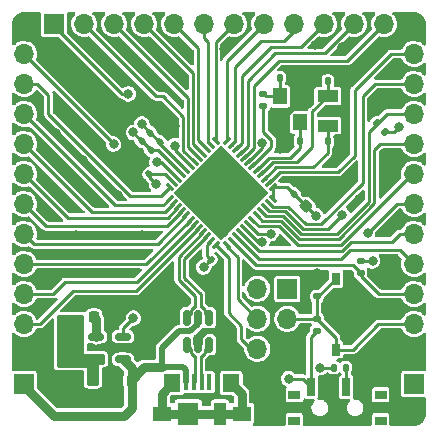
<source format=gtl>
%TF.GenerationSoftware,KiCad,Pcbnew,(6.0.0-0)*%
%TF.CreationDate,2022-04-20T00:31:43+02:00*%
%TF.ProjectId,STM32G4_PCB,53544d33-3247-4345-9f50-43422e6b6963,rev?*%
%TF.SameCoordinates,Original*%
%TF.FileFunction,Copper,L1,Top*%
%TF.FilePolarity,Positive*%
%FSLAX46Y46*%
G04 Gerber Fmt 4.6, Leading zero omitted, Abs format (unit mm)*
G04 Created by KiCad (PCBNEW (6.0.0-0)) date 2022-04-20 00:31:43*
%MOMM*%
%LPD*%
G01*
G04 APERTURE LIST*
G04 Aperture macros list*
%AMRoundRect*
0 Rectangle with rounded corners*
0 $1 Rounding radius*
0 $2 $3 $4 $5 $6 $7 $8 $9 X,Y pos of 4 corners*
0 Add a 4 corners polygon primitive as box body*
4,1,4,$2,$3,$4,$5,$6,$7,$8,$9,$2,$3,0*
0 Add four circle primitives for the rounded corners*
1,1,$1+$1,$2,$3*
1,1,$1+$1,$4,$5*
1,1,$1+$1,$6,$7*
1,1,$1+$1,$8,$9*
0 Add four rect primitives between the rounded corners*
20,1,$1+$1,$2,$3,$4,$5,0*
20,1,$1+$1,$4,$5,$6,$7,0*
20,1,$1+$1,$6,$7,$8,$9,0*
20,1,$1+$1,$8,$9,$2,$3,0*%
%AMRotRect*
0 Rectangle, with rotation*
0 The origin of the aperture is its center*
0 $1 length*
0 $2 width*
0 $3 Rotation angle, in degrees counterclockwise*
0 Add horizontal line*
21,1,$1,$2,0,0,$3*%
G04 Aperture macros list end*
%TA.AperFunction,SMDPad,CuDef*%
%ADD10R,0.750000X1.000000*%
%TD*%
%TA.AperFunction,ComponentPad*%
%ADD11O,1.700000X1.700000*%
%TD*%
%TA.AperFunction,ComponentPad*%
%ADD12R,1.700000X1.700000*%
%TD*%
%TA.AperFunction,SMDPad,CuDef*%
%ADD13RoundRect,0.140000X0.219203X0.021213X0.021213X0.219203X-0.219203X-0.021213X-0.021213X-0.219203X0*%
%TD*%
%TA.AperFunction,SMDPad,CuDef*%
%ADD14RoundRect,0.135000X-0.185000X0.135000X-0.185000X-0.135000X0.185000X-0.135000X0.185000X0.135000X0*%
%TD*%
%TA.AperFunction,SMDPad,CuDef*%
%ADD15RoundRect,0.135000X0.185000X-0.135000X0.185000X0.135000X-0.185000X0.135000X-0.185000X-0.135000X0*%
%TD*%
%TA.AperFunction,SMDPad,CuDef*%
%ADD16RoundRect,0.135000X-0.135000X-0.185000X0.135000X-0.185000X0.135000X0.185000X-0.135000X0.185000X0*%
%TD*%
%TA.AperFunction,SMDPad,CuDef*%
%ADD17RoundRect,0.135000X-0.226274X-0.035355X-0.035355X-0.226274X0.226274X0.035355X0.035355X0.226274X0*%
%TD*%
%TA.AperFunction,SMDPad,CuDef*%
%ADD18RoundRect,0.140000X0.021213X-0.219203X0.219203X-0.021213X-0.021213X0.219203X-0.219203X0.021213X0*%
%TD*%
%TA.AperFunction,SMDPad,CuDef*%
%ADD19RoundRect,0.140000X-0.140000X-0.170000X0.140000X-0.170000X0.140000X0.170000X-0.140000X0.170000X0*%
%TD*%
%TA.AperFunction,SMDPad,CuDef*%
%ADD20R,0.450000X1.380000*%
%TD*%
%TA.AperFunction,SMDPad,CuDef*%
%ADD21R,1.425000X1.550000*%
%TD*%
%TA.AperFunction,SMDPad,CuDef*%
%ADD22R,1.650000X1.300000*%
%TD*%
%TA.AperFunction,SMDPad,CuDef*%
%ADD23R,1.800000X1.900000*%
%TD*%
%TA.AperFunction,SMDPad,CuDef*%
%ADD24R,1.000000X1.900000*%
%TD*%
%TA.AperFunction,SMDPad,CuDef*%
%ADD25RoundRect,0.140000X-0.021213X0.219203X-0.219203X0.021213X0.021213X-0.219203X0.219203X-0.021213X0*%
%TD*%
%TA.AperFunction,SMDPad,CuDef*%
%ADD26RoundRect,0.140000X0.140000X0.170000X-0.140000X0.170000X-0.140000X-0.170000X0.140000X-0.170000X0*%
%TD*%
%TA.AperFunction,SMDPad,CuDef*%
%ADD27RoundRect,0.225000X0.225000X0.250000X-0.225000X0.250000X-0.225000X-0.250000X0.225000X-0.250000X0*%
%TD*%
%TA.AperFunction,SMDPad,CuDef*%
%ADD28RotRect,0.304800X0.812800X315.000000*%
%TD*%
%TA.AperFunction,SMDPad,CuDef*%
%ADD29RotRect,0.304800X0.812800X225.000000*%
%TD*%
%TA.AperFunction,SMDPad,CuDef*%
%ADD30RotRect,5.689600X5.689600X225.000000*%
%TD*%
%TA.AperFunction,SMDPad,CuDef*%
%ADD31RoundRect,0.140000X0.170000X-0.140000X0.170000X0.140000X-0.170000X0.140000X-0.170000X-0.140000X0*%
%TD*%
%TA.AperFunction,SMDPad,CuDef*%
%ADD32RoundRect,0.225000X-0.225000X-0.250000X0.225000X-0.250000X0.225000X0.250000X-0.225000X0.250000X0*%
%TD*%
%TA.AperFunction,SMDPad,CuDef*%
%ADD33R,1.200000X1.400000*%
%TD*%
%TA.AperFunction,SMDPad,CuDef*%
%ADD34R,1.800000X1.000000*%
%TD*%
%TA.AperFunction,SMDPad,CuDef*%
%ADD35R,0.700000X1.500000*%
%TD*%
%TA.AperFunction,SMDPad,CuDef*%
%ADD36R,1.000000X0.800000*%
%TD*%
%TA.AperFunction,SMDPad,CuDef*%
%ADD37RoundRect,0.225000X0.017678X-0.335876X0.335876X-0.017678X-0.017678X0.335876X-0.335876X0.017678X0*%
%TD*%
%TA.AperFunction,SMDPad,CuDef*%
%ADD38RoundRect,0.140000X-0.219203X-0.021213X-0.021213X-0.219203X0.219203X0.021213X0.021213X0.219203X0*%
%TD*%
%TA.AperFunction,SMDPad,CuDef*%
%ADD39RoundRect,0.150000X0.512500X0.150000X-0.512500X0.150000X-0.512500X-0.150000X0.512500X-0.150000X0*%
%TD*%
%TA.AperFunction,SMDPad,CuDef*%
%ADD40RoundRect,0.150000X0.150000X-0.512500X0.150000X0.512500X-0.150000X0.512500X-0.150000X-0.512500X0*%
%TD*%
%TA.AperFunction,ViaPad*%
%ADD41C,0.800000*%
%TD*%
%TA.AperFunction,Conductor*%
%ADD42C,0.254000*%
%TD*%
%TA.AperFunction,Conductor*%
%ADD43C,0.800000*%
%TD*%
%TA.AperFunction,Conductor*%
%ADD44C,0.261112*%
%TD*%
%TA.AperFunction,Conductor*%
%ADD45C,0.500000*%
%TD*%
G04 APERTURE END LIST*
D10*
X92452000Y-139320500D03*
X92452000Y-133320500D03*
X96202000Y-139320500D03*
X96202000Y-133320500D03*
D11*
X99060000Y-114300000D03*
X99060000Y-116840000D03*
X99060000Y-119380000D03*
X99060000Y-121920000D03*
X99060000Y-124460000D03*
X99060000Y-127000000D03*
X99060000Y-129540000D03*
X99060000Y-132080000D03*
X99060000Y-134620000D03*
X99060000Y-137160000D03*
X99060000Y-139700000D03*
D12*
X99060000Y-142240000D03*
D11*
X66040000Y-114300000D03*
X66040000Y-116840000D03*
X66040000Y-119380000D03*
X66040000Y-121920000D03*
X66040000Y-124460000D03*
X66040000Y-127000000D03*
X66040000Y-129540000D03*
X66040000Y-132080000D03*
X66040000Y-134620000D03*
X66040000Y-137160000D03*
X66040000Y-139700000D03*
D12*
X66040000Y-142240000D03*
X68580000Y-111760000D03*
D11*
X71120000Y-111760000D03*
X73660000Y-111760000D03*
X76200000Y-111760000D03*
X78740000Y-111760000D03*
X81280000Y-111760000D03*
X83820000Y-111760000D03*
X86360000Y-111760000D03*
X88900000Y-111760000D03*
X91440000Y-111760000D03*
X93980000Y-111760000D03*
X96520000Y-111760000D03*
X85799000Y-139252000D03*
X88339000Y-139252000D03*
X85799000Y-136712000D03*
X88339000Y-136712000D03*
X85799000Y-134172000D03*
D12*
X88339000Y-134172000D03*
D13*
X77572589Y-138026589D03*
X78251411Y-138705411D03*
D14*
X90845000Y-137732000D03*
X90845000Y-136712000D03*
D15*
X94547000Y-131845000D03*
X94547000Y-132865000D03*
D16*
X93276000Y-140843000D03*
X92256000Y-140843000D03*
D17*
X95889376Y-120139376D03*
X96610624Y-120860624D03*
D14*
X86282142Y-118679968D03*
X86282142Y-117659968D03*
D18*
X78205526Y-121060876D03*
X77526704Y-121739698D03*
D19*
X91767999Y-116593000D03*
X92727999Y-116593000D03*
D18*
X77413567Y-120268916D03*
X76734745Y-120947738D03*
X88886178Y-126134822D03*
X89565000Y-125456000D03*
D20*
X79794000Y-142082000D03*
X80444000Y-142082000D03*
X81094000Y-142082000D03*
X81744000Y-142082000D03*
X82394000Y-142082000D03*
D21*
X78606500Y-142167000D03*
X83581500Y-142167000D03*
D22*
X77719000Y-144742000D03*
D23*
X79944000Y-144742000D03*
D24*
X82644000Y-144742000D03*
D22*
X84469000Y-144742000D03*
D25*
X76659083Y-124464181D03*
X75980261Y-125143003D03*
D26*
X89399142Y-121655967D03*
X88439142Y-121655967D03*
D27*
X71901500Y-141936000D03*
X70351500Y-141936000D03*
D25*
X76792020Y-122441856D03*
X76113198Y-123120678D03*
D19*
X91774000Y-121690999D03*
X92734000Y-121690999D03*
D27*
X75151500Y-141961000D03*
X73601500Y-141961000D03*
D19*
X88659142Y-116315967D03*
X87699142Y-116315967D03*
D28*
X87147173Y-125559914D03*
X86793621Y-125206361D03*
X86440066Y-124852806D03*
X86086513Y-124499254D03*
X85732960Y-124145701D03*
X85379406Y-123792147D03*
X85025853Y-123438594D03*
X84672299Y-123085040D03*
X84318746Y-122731487D03*
X83965194Y-122377934D03*
X83611639Y-122024379D03*
X83258086Y-121670827D03*
D29*
X82261914Y-121670827D03*
X81908361Y-122024379D03*
X81554806Y-122377934D03*
X81201254Y-122731487D03*
X80847701Y-123085040D03*
X80494147Y-123438594D03*
X80140594Y-123792147D03*
X79787040Y-124145701D03*
X79433487Y-124499254D03*
X79079934Y-124852806D03*
X78726379Y-125206361D03*
X78372827Y-125559914D03*
D28*
X78372827Y-126556086D03*
X78726379Y-126909639D03*
X79079934Y-127263194D03*
X79433487Y-127616746D03*
X79787040Y-127970299D03*
X80140594Y-128323853D03*
X80494147Y-128677406D03*
X80847701Y-129030960D03*
X81201254Y-129384513D03*
X81554806Y-129738066D03*
X81908361Y-130091621D03*
X82261914Y-130445173D03*
D29*
X83258086Y-130445173D03*
X83611639Y-130091621D03*
X83965194Y-129738066D03*
X84318746Y-129384513D03*
X84672299Y-129030960D03*
X85025853Y-128677406D03*
X85379406Y-128323853D03*
X85732960Y-127970299D03*
X86086513Y-127616746D03*
X86440066Y-127263194D03*
X86793621Y-126909639D03*
X87147173Y-126556086D03*
D30*
X82760000Y-126058000D03*
D25*
X76000060Y-121649896D03*
X75321238Y-122328718D03*
D31*
X90845000Y-134807000D03*
X90845000Y-133847000D03*
D32*
X71968500Y-136569000D03*
X73518500Y-136569000D03*
D33*
X87699141Y-120085967D03*
X87699141Y-117885967D03*
X89399141Y-117885967D03*
X89399141Y-120085967D03*
D34*
X91768000Y-120363000D03*
X91768000Y-117863000D03*
D35*
X94833000Y-142494000D03*
X93333000Y-142494000D03*
X90333000Y-142494000D03*
D36*
X88933000Y-145354000D03*
X96233000Y-145354000D03*
X88933000Y-143144000D03*
X96233000Y-143144000D03*
D37*
X89946838Y-127195483D03*
X91042854Y-126099467D03*
D38*
X81834412Y-131717589D03*
X82513234Y-132396411D03*
D39*
X74426500Y-140142000D03*
X74426500Y-139192000D03*
X74426500Y-138242000D03*
X72151500Y-138242000D03*
X72151500Y-140142000D03*
D40*
X79822000Y-136632100D03*
X80772000Y-136632100D03*
X81722000Y-136632100D03*
X81722000Y-138907100D03*
X80772000Y-138907100D03*
X79822000Y-138907100D03*
D41*
X93360000Y-125222000D03*
X68246000Y-127979000D03*
X70470000Y-129614000D03*
X76038000Y-129629000D03*
X69000000Y-142000000D03*
X70500000Y-135500000D03*
X93500000Y-137750000D03*
X92500000Y-134750000D03*
X90449000Y-125045000D03*
X81500000Y-127250000D03*
X84250000Y-127250000D03*
X84250000Y-124750000D03*
X81500000Y-124750000D03*
X70600000Y-138000000D03*
X70600000Y-140000000D03*
X69400000Y-140000000D03*
X69400000Y-139000000D03*
X90671000Y-115845000D03*
X74884000Y-117675000D03*
X82953000Y-139126000D03*
X82430000Y-140396000D03*
X82800000Y-123400000D03*
X80100000Y-126100000D03*
X82800000Y-128800000D03*
X85500000Y-126100000D03*
X89700000Y-116300000D03*
X96900000Y-141100000D03*
X91900000Y-142200000D03*
X94400000Y-126600000D03*
X97300000Y-123200000D03*
X97500000Y-117800000D03*
X97500000Y-115600000D03*
X97600000Y-113000000D03*
X90700000Y-113500000D03*
X93000000Y-113700000D03*
X83000000Y-113900000D03*
X80000000Y-114400000D03*
X74900000Y-114400000D03*
X77500000Y-114500000D03*
X79500000Y-116300000D03*
X77600000Y-117000000D03*
X67400000Y-113300000D03*
X69600000Y-115400000D03*
X72036000Y-118707000D03*
X74400000Y-119400000D03*
X95268000Y-136235000D03*
X78000000Y-136300000D03*
X77300000Y-135000000D03*
X78200000Y-133200000D03*
X86950000Y-129518317D03*
X90870000Y-132870000D03*
X97670000Y-133190000D03*
X86229000Y-121838000D03*
X97750000Y-120500000D03*
X71000000Y-123250000D03*
X68250000Y-122750000D03*
X97900000Y-145300000D03*
X86254000Y-143206000D03*
X86246000Y-141749000D03*
X82002000Y-133760000D03*
X88454000Y-141789000D03*
X91123000Y-140851000D03*
X96513000Y-129161000D03*
X95144000Y-129446000D03*
X87749000Y-130104000D03*
X93781000Y-115939000D03*
X92671000Y-122953000D03*
X92993358Y-127906358D03*
X90735000Y-127980000D03*
X91999000Y-125229000D03*
X86202000Y-130207000D03*
X95550000Y-131821000D03*
X87689000Y-122303000D03*
X82800000Y-126100000D03*
X78800000Y-122058000D03*
X67400000Y-135700000D03*
X71600000Y-132800000D03*
X67750000Y-133250000D03*
X69500000Y-131250000D03*
X73750000Y-131250000D03*
X68500000Y-125750000D03*
X72000000Y-126500000D03*
X67250000Y-118250000D03*
X68750000Y-121000000D03*
X74000000Y-126250000D03*
X71750000Y-121500000D03*
X74000000Y-124000000D03*
X69000000Y-118750000D03*
X73626000Y-121931000D03*
X81250000Y-132342000D03*
X77239618Y-125278061D03*
X73549000Y-135312000D03*
X70320000Y-143437000D03*
X73601000Y-143453000D03*
X75811000Y-139185000D03*
X83439000Y-137758000D03*
X70600000Y-139000000D03*
X69400000Y-138000000D03*
X70600000Y-137000000D03*
X75311000Y-136652000D03*
X77698600Y-140817600D03*
X78795000Y-120435000D03*
X78018000Y-119658000D03*
X75485993Y-123812936D03*
X74677770Y-123004713D03*
X75306388Y-120939254D03*
X76024808Y-120220833D03*
X77282044Y-123453725D03*
D42*
X91042854Y-126099467D02*
X91042854Y-125638854D01*
X91042854Y-125638854D02*
X90449000Y-125045000D01*
X90449000Y-125045000D02*
X89976000Y-125045000D01*
X89976000Y-125045000D02*
X89565000Y-125456000D01*
D43*
X75151500Y-141961000D02*
X75151500Y-144304500D01*
X66040000Y-142395000D02*
X66040000Y-142240000D01*
X75151500Y-144304500D02*
X74549000Y-144907000D01*
X74549000Y-144907000D02*
X68552000Y-144907000D01*
X68552000Y-144907000D02*
X66040000Y-142395000D01*
D42*
X66040000Y-129540000D02*
X66895000Y-130395000D01*
X66895000Y-130395000D02*
X77362339Y-130395000D01*
X77362339Y-130395000D02*
X79787040Y-127970299D01*
X99060000Y-137160000D02*
X96048000Y-137160000D01*
X93887500Y-139320500D02*
X92452000Y-139320500D01*
X96048000Y-137160000D02*
X93887500Y-139320500D01*
X66040000Y-116840000D02*
X67183000Y-116840000D01*
X75056000Y-126331000D02*
X77601741Y-126331000D01*
X67183000Y-116840000D02*
X68112500Y-117769500D01*
X68112500Y-119387500D02*
X75056000Y-126331000D01*
X68112500Y-117769500D02*
X68112500Y-119387500D01*
X77601741Y-126331000D02*
X78372827Y-125559914D01*
X68580000Y-111760000D02*
X68580000Y-111935000D01*
X68580000Y-111935000D02*
X74320000Y-117675000D01*
X74320000Y-117675000D02*
X74884000Y-117675000D01*
D43*
X84469000Y-144742000D02*
X84469000Y-143054500D01*
X84469000Y-143054500D02*
X83581500Y-142167000D01*
X77719000Y-144742000D02*
X77719000Y-143054500D01*
X77719000Y-143054500D02*
X78606500Y-142167000D01*
X82644000Y-144742000D02*
X84469000Y-144742000D01*
X79944000Y-144742000D02*
X82644000Y-144742000D01*
X77719000Y-144742000D02*
X79944000Y-144742000D01*
D42*
X89684033Y-116315967D02*
X89700000Y-116300000D01*
X88659142Y-116315967D02*
X89684033Y-116315967D01*
X85379406Y-123792147D02*
X85379406Y-123790594D01*
X85379406Y-123790594D02*
X86980000Y-122190000D01*
X86282142Y-120868142D02*
X86282142Y-118679968D01*
X86980000Y-122190000D02*
X86980000Y-121566000D01*
X86980000Y-121566000D02*
X86282142Y-120868142D01*
X81908361Y-130091621D02*
X81530000Y-130469982D01*
X81530000Y-130469982D02*
X81530000Y-131413177D01*
X81530000Y-131413177D02*
X81834412Y-131717589D01*
X85866764Y-129518317D02*
X86950000Y-129518317D01*
X85025853Y-128677406D02*
X85866764Y-129518317D01*
X90845000Y-132895000D02*
X90870000Y-132870000D01*
X90845000Y-133847000D02*
X90845000Y-132895000D01*
X90845000Y-136712000D02*
X92452000Y-138319000D01*
X92452000Y-138319000D02*
X92452000Y-139320500D01*
X90845000Y-134807000D02*
X90965500Y-134807000D01*
X90965500Y-134807000D02*
X92452000Y-133320500D01*
X88339000Y-136712000D02*
X90845000Y-136712000D01*
X90845000Y-136712000D02*
X90845000Y-134807000D01*
X85025853Y-123438594D02*
X86229000Y-122235447D01*
X86229000Y-122235447D02*
X86229000Y-121838000D01*
X97389376Y-120860624D02*
X97750000Y-120500000D01*
X96610624Y-120860624D02*
X97389376Y-120860624D01*
X93333000Y-142494000D02*
X93333000Y-140900000D01*
X93333000Y-140900000D02*
X93276000Y-140843000D01*
X82513234Y-133248766D02*
X82002000Y-133760000D01*
X82513234Y-132396411D02*
X82513234Y-133248766D01*
X90845000Y-137732000D02*
X90333000Y-138244000D01*
X90333000Y-138244000D02*
X90333000Y-142494000D01*
X89628000Y-141789000D02*
X88454000Y-141789000D01*
X90333000Y-142494000D02*
X89628000Y-141789000D01*
X91123000Y-140851000D02*
X92248000Y-140851000D01*
X92248000Y-140851000D02*
X92256000Y-140843000D01*
X95144000Y-129446000D02*
X97590000Y-127000000D01*
X97590000Y-127000000D02*
X99060000Y-127000000D01*
X89399142Y-121655967D02*
X89399141Y-120085967D01*
X93127000Y-116593000D02*
X93781000Y-115939000D01*
X92727999Y-116593000D02*
X93127000Y-116593000D01*
X92734000Y-122890000D02*
X92671000Y-122953000D01*
X92734000Y-121690999D02*
X92734000Y-122890000D01*
X85379406Y-128323853D02*
X85897370Y-128841817D01*
X85897370Y-128841817D02*
X87660825Y-128841817D01*
X87660825Y-128841817D02*
X89269010Y-130450000D01*
X89269010Y-130450000D02*
X92866000Y-130450000D01*
X92866000Y-130450000D02*
X98856000Y-124460000D01*
X98856000Y-124460000D02*
X99060000Y-124460000D01*
X84318746Y-129384513D02*
X84319513Y-129384513D01*
X84319513Y-129384513D02*
X85899000Y-130964000D01*
X93764336Y-130194000D02*
X97188000Y-130194000D01*
X85899000Y-130964000D02*
X92994336Y-130964000D01*
X92994336Y-130964000D02*
X93764336Y-130194000D01*
X97188000Y-130194000D02*
X97842000Y-129540000D01*
X97842000Y-129540000D02*
X99060000Y-129540000D01*
X85732960Y-127970299D02*
X86200958Y-128438297D01*
X86200958Y-128438297D02*
X87827969Y-128438297D01*
X87827969Y-128438297D02*
X89333714Y-129944040D01*
X89333714Y-129944040D02*
X92683623Y-129944040D01*
X92683623Y-129944040D02*
X95688000Y-126939663D01*
X95688000Y-126939663D02*
X95688000Y-122419000D01*
X95688000Y-122419000D02*
X96187000Y-121920000D01*
X96187000Y-121920000D02*
X99060000Y-121920000D01*
X97098000Y-119374000D02*
X99054000Y-119374000D01*
X99054000Y-119374000D02*
X99060000Y-119380000D01*
X86086513Y-127616746D02*
X86504544Y-128034777D01*
X86504544Y-128034777D02*
X87995113Y-128034777D01*
X87995113Y-128034777D02*
X89500857Y-129540520D01*
X89500857Y-129540520D02*
X92516480Y-129540520D01*
X92516480Y-129540520D02*
X95249000Y-126808000D01*
X95249000Y-126808000D02*
X95249000Y-120883000D01*
X95249000Y-120883000D02*
X96758000Y-119374000D01*
X96758000Y-119374000D02*
X97098000Y-119374000D01*
X91762716Y-129137000D02*
X92993358Y-127906358D01*
X91107000Y-129137000D02*
X91762716Y-129137000D01*
X88162257Y-127631257D02*
X89160000Y-128629000D01*
X87686000Y-127631257D02*
X88162257Y-127631257D01*
X89160000Y-128629000D02*
X89668000Y-129137000D01*
X86440066Y-127263194D02*
X86808129Y-127631257D01*
X86808129Y-127631257D02*
X87686000Y-127631257D01*
X89668000Y-129137000D02*
X91107000Y-129137000D01*
X86793621Y-126909639D02*
X87111719Y-127227737D01*
X87111719Y-127227737D02*
X88434737Y-127227737D01*
X88434737Y-127227737D02*
X89921000Y-128714000D01*
X89921000Y-128714000D02*
X91229000Y-128714000D01*
X94715000Y-125228000D02*
X94715000Y-117875000D01*
X91229000Y-128714000D02*
X94715000Y-125228000D01*
X94715000Y-117875000D02*
X95750000Y-116840000D01*
X95750000Y-116840000D02*
X99060000Y-116840000D01*
X89950483Y-127195483D02*
X90735000Y-127980000D01*
X89946838Y-127195483D02*
X89950483Y-127195483D01*
X91128533Y-126099467D02*
X91999000Y-125229000D01*
X91042854Y-126099467D02*
X91128533Y-126099467D01*
X88886178Y-126134822D02*
X88886178Y-126134823D01*
X88886178Y-126134823D02*
X89946838Y-127195483D01*
X87147173Y-125559914D02*
X88311270Y-125559914D01*
X88311270Y-125559914D02*
X88886178Y-126134822D01*
X87147173Y-125559914D02*
X87147173Y-126556086D01*
X85104000Y-129456000D02*
X85855000Y-130207000D01*
X84672299Y-129030960D02*
X84678960Y-129030960D01*
X84678960Y-129030960D02*
X85104000Y-129456000D01*
X85855000Y-130207000D02*
X86202000Y-130207000D01*
X95526000Y-131845000D02*
X95550000Y-131821000D01*
X94547000Y-131845000D02*
X95526000Y-131845000D01*
X83965194Y-129738066D02*
X83965194Y-129738194D01*
X85901000Y-131674000D02*
X92855000Y-131674000D01*
X83965194Y-129738194D02*
X85901000Y-131674000D01*
X92855000Y-131674000D02*
X93657000Y-130872000D01*
X93657000Y-130872000D02*
X97852000Y-130872000D01*
X97852000Y-130872000D02*
X99060000Y-132080000D01*
X94547000Y-132865000D02*
X94547000Y-133082000D01*
X94547000Y-133082000D02*
X96085000Y-134620000D01*
X96085000Y-134620000D02*
X99060000Y-134620000D01*
X83611639Y-130091621D02*
X83621621Y-130091621D01*
X85719000Y-132189000D02*
X93871000Y-132189000D01*
X83621621Y-130091621D02*
X85719000Y-132189000D01*
X93871000Y-132189000D02*
X94547000Y-132865000D01*
X84124000Y-131526613D02*
X84124000Y-134798000D01*
X85799000Y-136712000D02*
X84124000Y-135037000D01*
X84124000Y-135037000D02*
X84124000Y-134798000D01*
X83258086Y-130660699D02*
X84124000Y-131526613D01*
X83258086Y-130445173D02*
X83258086Y-130660699D01*
X82261914Y-130445173D02*
X83365000Y-131548259D01*
X84428000Y-138426000D02*
X85254000Y-139252000D01*
X83365000Y-131548259D02*
X83365000Y-136246000D01*
X85254000Y-139252000D02*
X85799000Y-139252000D01*
X83365000Y-136246000D02*
X84428000Y-137309000D01*
X84428000Y-137309000D02*
X84428000Y-138426000D01*
X78740000Y-111760000D02*
X80789000Y-113809000D01*
X80789000Y-113809000D02*
X80789000Y-121612128D01*
X80789000Y-121612128D02*
X81554806Y-122377934D01*
X81908361Y-122024379D02*
X81590263Y-121706281D01*
X81590263Y-121706281D02*
X81590263Y-113242263D01*
X81590263Y-113242263D02*
X81280000Y-112932000D01*
X81280000Y-112932000D02*
X81280000Y-111760000D01*
X86793621Y-125206361D02*
X87709422Y-124290560D01*
X87709422Y-124290560D02*
X92634440Y-124290560D01*
X94030000Y-117387000D02*
X97117000Y-114300000D01*
X92634440Y-124290560D02*
X94030000Y-122895000D01*
X94030000Y-122895000D02*
X94030000Y-117387000D01*
X97117000Y-114300000D02*
X99060000Y-114300000D01*
X91774000Y-121690999D02*
X91774000Y-120369000D01*
X91774000Y-120369000D02*
X91768000Y-120363000D01*
X86440066Y-124852806D02*
X87405832Y-123887040D01*
X91774000Y-122663000D02*
X91774000Y-121690999D01*
X87405832Y-123887040D02*
X90549960Y-123887040D01*
X90549960Y-123887040D02*
X91774000Y-122663000D01*
X91768000Y-117863000D02*
X91767999Y-116593000D01*
X86086513Y-124499254D02*
X87102247Y-123483520D01*
X87102247Y-123483520D02*
X89169480Y-123483520D01*
X89169480Y-123483520D02*
X90467000Y-122186000D01*
X90467000Y-122186000D02*
X90467000Y-119164000D01*
X90467000Y-119164000D02*
X91768000Y-117863000D01*
X88439142Y-121655967D02*
X88336033Y-121655967D01*
X88336033Y-121655967D02*
X87689000Y-122303000D01*
X89399142Y-121655967D02*
X89399142Y-122270858D01*
X86798661Y-123080000D02*
X85732960Y-124145701D01*
X89399142Y-122270858D02*
X88590000Y-123080000D01*
X88590000Y-123080000D02*
X86798661Y-123080000D01*
X84672299Y-123085040D02*
X85479000Y-122278339D01*
X85479000Y-122278339D02*
X85479000Y-117018000D01*
X85479000Y-117018000D02*
X87633000Y-114864000D01*
X87633000Y-114864000D02*
X93416000Y-114864000D01*
X93416000Y-114864000D02*
X96520000Y-111760000D01*
X84318746Y-122731487D02*
X84970000Y-122080233D01*
X84970000Y-122080233D02*
X84970000Y-116614000D01*
X84970000Y-116614000D02*
X87335000Y-114249000D01*
X87335000Y-114249000D02*
X91491000Y-114249000D01*
X91491000Y-114249000D02*
X93980000Y-111760000D01*
X83965194Y-122377934D02*
X83965194Y-122375806D01*
X84507000Y-121834000D02*
X84507000Y-116165000D01*
X89461000Y-113739000D02*
X91440000Y-111760000D01*
X83965194Y-122375806D02*
X84507000Y-121834000D01*
X84507000Y-116165000D02*
X86933000Y-113739000D01*
X86933000Y-113739000D02*
X89461000Y-113739000D01*
X83611639Y-122024379D02*
X83929737Y-121706281D01*
X83929737Y-121706281D02*
X83929737Y-115365263D01*
X83929737Y-115365263D02*
X86095000Y-113200000D01*
X86095000Y-113200000D02*
X88080000Y-113200000D01*
X88080000Y-113200000D02*
X88900000Y-112380000D01*
X88900000Y-112380000D02*
X88900000Y-111760000D01*
X83258086Y-121670827D02*
X83258086Y-114861914D01*
X83258086Y-114861914D02*
X86360000Y-111760000D01*
X80140594Y-123792147D02*
X78800000Y-122451553D01*
X78800000Y-122451553D02*
X78800000Y-122058000D01*
X71120000Y-111760000D02*
X77224000Y-117864000D01*
X77802000Y-117864000D02*
X79542960Y-119604960D01*
X77224000Y-117864000D02*
X77802000Y-117864000D01*
X79542960Y-119604960D02*
X79542960Y-122487407D01*
X79542960Y-122487407D02*
X80494147Y-123438594D01*
X77413567Y-120268916D02*
X77413567Y-120262433D01*
X77413567Y-120262433D02*
X78018000Y-119658000D01*
X78205526Y-121060876D02*
X78205526Y-121024474D01*
X78205526Y-121024474D02*
X78795000Y-120435000D01*
X73660000Y-111760000D02*
X79946480Y-118046480D01*
X79946480Y-118046480D02*
X79946480Y-122183819D01*
X79946480Y-122183819D02*
X80847701Y-123085040D01*
X76200000Y-111760000D02*
X80350000Y-115910000D01*
X80350000Y-121880233D02*
X81201254Y-122731487D01*
X80350000Y-115910000D02*
X80350000Y-121880233D01*
X82261914Y-121670827D02*
X82261914Y-113318086D01*
X82261914Y-113318086D02*
X83820000Y-111760000D01*
X73626000Y-121931000D02*
X73626000Y-121886000D01*
X73626000Y-121886000D02*
X66040000Y-114300000D01*
X66040000Y-119380000D02*
X73772000Y-127112000D01*
X73772000Y-127112000D02*
X76669000Y-127112000D01*
X76669000Y-127112000D02*
X76671000Y-127110000D01*
X77818913Y-127110000D02*
X78372827Y-126556086D01*
X76671000Y-127110000D02*
X77818913Y-127110000D01*
X66040000Y-121920000D02*
X71801000Y-127681000D01*
X71801000Y-127681000D02*
X77955018Y-127681000D01*
X77955018Y-127681000D02*
X78726379Y-126909639D01*
X66040000Y-124460000D02*
X69728000Y-128148000D01*
X69728000Y-128148000D02*
X78195128Y-128148000D01*
X78195128Y-128148000D02*
X79079934Y-127263194D01*
X66040000Y-127000000D02*
X67905000Y-128865000D01*
X67905000Y-128865000D02*
X78185233Y-128865000D01*
X78185233Y-128865000D02*
X79433487Y-127616746D01*
X66040000Y-132080000D02*
X76384447Y-132080000D01*
X76384447Y-132080000D02*
X80140594Y-128323853D01*
X66040000Y-134620000D02*
X68509000Y-134620000D01*
X68509000Y-134620000D02*
X69525000Y-133604000D01*
X69525000Y-133604000D02*
X75567553Y-133604000D01*
X75567553Y-133604000D02*
X80494147Y-128677406D01*
X66040000Y-137160000D02*
X67369000Y-137160000D01*
X67369000Y-137160000D02*
X70197000Y-134332000D01*
X70197000Y-134332000D02*
X75546661Y-134332000D01*
X75546661Y-134332000D02*
X80847701Y-129030960D01*
D44*
X79617156Y-133230836D02*
X79617156Y-131650483D01*
X81100143Y-135689524D02*
X81004157Y-135689524D01*
X81722000Y-136632100D02*
X81352076Y-136262176D01*
X81352076Y-136262176D02*
X81352076Y-135941457D01*
X81352076Y-135941457D02*
X81100143Y-135689524D01*
X81201254Y-129409747D02*
X81201254Y-129384513D01*
X81004156Y-134617836D02*
X79617156Y-133230836D01*
X80443857Y-135689524D02*
X80539843Y-135689524D01*
X79617156Y-131650483D02*
X81529573Y-129738066D01*
X81004157Y-135689524D02*
X81004156Y-134617836D01*
X81529573Y-129738066D02*
X81554806Y-129738066D01*
X80539844Y-134810164D02*
X79152844Y-133423164D01*
X79822000Y-136632100D02*
X80191924Y-136262176D01*
X80191924Y-136262176D02*
X80191924Y-135941457D01*
X80191924Y-135941457D02*
X80443857Y-135689524D01*
X80539843Y-135689524D02*
X80539844Y-134810164D01*
X79152844Y-133423164D02*
X79152844Y-131458157D01*
X79152844Y-131458157D02*
X81201254Y-129409747D01*
D42*
X81236000Y-132328000D02*
X81250000Y-132342000D01*
X81236000Y-132315000D02*
X81236000Y-132328000D01*
X81834412Y-131717589D02*
X81833411Y-131717589D01*
X81833411Y-131717589D02*
X81236000Y-132315000D01*
X77239618Y-125278061D02*
X76659083Y-124697526D01*
X76659083Y-124697526D02*
X76659083Y-124464181D01*
X75980261Y-125143004D02*
X75485993Y-124648736D01*
X75485993Y-124648736D02*
X75485993Y-123812936D01*
X78726380Y-125206361D02*
X77984200Y-124464181D01*
X77984200Y-124464181D02*
X76659083Y-124464181D01*
D45*
X82330000Y-137752000D02*
X83433000Y-137752000D01*
X80772000Y-138907100D02*
X80772000Y-138417462D01*
X83433000Y-137752000D02*
X83439000Y-137758000D01*
X80772000Y-138417462D02*
X81437462Y-137752000D01*
X81437462Y-137752000D02*
X82330000Y-137752000D01*
X80772000Y-137121738D02*
X80127738Y-137766000D01*
X80127738Y-137766000D02*
X79141000Y-137766000D01*
X80772000Y-136632100D02*
X80772000Y-137121738D01*
X77698600Y-139208400D02*
X77698600Y-140817600D01*
X79141000Y-137766000D02*
X77698600Y-139208400D01*
D44*
X81722000Y-138907100D02*
X81352076Y-139277024D01*
X81352076Y-139597743D02*
X81100143Y-139849676D01*
X81100143Y-139849676D02*
X81004157Y-139849676D01*
X81352076Y-139277024D02*
X81352076Y-139597743D01*
X80191924Y-139277024D02*
X80191924Y-139597743D01*
X80191924Y-139597743D02*
X80443857Y-139849676D01*
X81004157Y-139849676D02*
X81004156Y-142036800D01*
X79822000Y-138907100D02*
X80191924Y-139277024D01*
X80443857Y-139849676D02*
X80539843Y-139849676D01*
X80539843Y-139849676D02*
X80539844Y-142036800D01*
D43*
X75151500Y-141961000D02*
X75151500Y-141891500D01*
X75151500Y-141891500D02*
X76225400Y-140817600D01*
X76225400Y-140817600D02*
X77698600Y-140817600D01*
D42*
X74426500Y-137536500D02*
X75311000Y-136652000D01*
X74426500Y-138242000D02*
X74426500Y-137536500D01*
D45*
X79543622Y-140817600D02*
X77698600Y-140817600D01*
D43*
X74426500Y-140142000D02*
X75151500Y-140867000D01*
X75151500Y-140867000D02*
X75151500Y-141961000D01*
X72151500Y-138242000D02*
X72151500Y-136752000D01*
X72151500Y-136752000D02*
X71968500Y-136569000D01*
D45*
X79794000Y-141067978D02*
X79543622Y-140817600D01*
X79794000Y-142082000D02*
X79794000Y-141067978D01*
D43*
X71901500Y-141936000D02*
X71901500Y-140392000D01*
X71901500Y-140392000D02*
X72151500Y-140142000D01*
D42*
X88439142Y-121655967D02*
X87699141Y-120915966D01*
X87699141Y-120915966D02*
X87699141Y-120085967D01*
X87699141Y-120085967D02*
X89399141Y-118385968D01*
X89399141Y-118385968D02*
X89399141Y-117885967D01*
X88659141Y-116315967D02*
X89399141Y-117055966D01*
X89399141Y-117055966D02*
X89399141Y-117885967D01*
X87699141Y-117885967D02*
X87699142Y-116315967D01*
X86282142Y-117659968D02*
X86508140Y-117885967D01*
X86508140Y-117885967D02*
X87699141Y-117885967D01*
X78205526Y-121060875D02*
X77413567Y-120268916D01*
X76113198Y-123120678D02*
X75321238Y-122328718D01*
X75485993Y-123747883D02*
X75485993Y-123812936D01*
X76113198Y-123120678D02*
X75485993Y-123747883D01*
X74677770Y-122972186D02*
X74677770Y-123004713D01*
X75321238Y-122328718D02*
X74677770Y-122972186D01*
X75306388Y-120956223D02*
X75306388Y-120939254D01*
X76000060Y-121649895D02*
X75306388Y-120956223D01*
X76024808Y-120237802D02*
X76024808Y-120220833D01*
X76734744Y-120947738D02*
X76024808Y-120237802D01*
X77680854Y-123453725D02*
X77282044Y-123453725D01*
X79079935Y-124852806D02*
X77680854Y-123453725D01*
X76792021Y-122441856D02*
X76000060Y-121649895D01*
X79433487Y-124499254D02*
X77376089Y-122441856D01*
X77376089Y-122441856D02*
X76792021Y-122441856D01*
X77526704Y-121739698D02*
X76734744Y-120947738D01*
X79787040Y-124145701D02*
X77526704Y-121885365D01*
X77526704Y-121885365D02*
X77526704Y-121739698D01*
%TA.AperFunction,Conductor*%
G36*
X81070532Y-130840168D02*
G01*
X81127368Y-130882715D01*
X81152179Y-130949235D01*
X81152500Y-130958224D01*
X81152500Y-131359465D01*
X81149985Y-131383094D01*
X81149897Y-131384968D01*
X81147705Y-131395148D01*
X81148929Y-131405487D01*
X81151627Y-131428286D01*
X81151974Y-131434167D01*
X81152072Y-131434159D01*
X81152500Y-131439335D01*
X81152500Y-131444539D01*
X81153355Y-131449675D01*
X81155646Y-131463443D01*
X81156483Y-131469318D01*
X81162476Y-131519952D01*
X81166419Y-131528162D01*
X81167914Y-131537147D01*
X81172858Y-131546311D01*
X81173942Y-131549476D01*
X81177080Y-131620403D01*
X81141373Y-131681767D01*
X81084147Y-131712801D01*
X81028967Y-131726048D01*
X81028963Y-131726049D01*
X81021588Y-131727820D01*
X80881679Y-131800032D01*
X80875957Y-131805024D01*
X80875955Y-131805025D01*
X80768759Y-131898538D01*
X80768756Y-131898541D01*
X80763034Y-131903533D01*
X80672501Y-132032348D01*
X80615309Y-132179039D01*
X80614318Y-132186568D01*
X80596962Y-132318398D01*
X80594758Y-132335138D01*
X80612035Y-132491633D01*
X80666143Y-132639490D01*
X80670380Y-132645796D01*
X80670382Y-132645799D01*
X80705510Y-132698074D01*
X80753958Y-132770172D01*
X80783180Y-132796762D01*
X80845836Y-132853774D01*
X80870410Y-132876135D01*
X80882796Y-132882860D01*
X81002099Y-132947637D01*
X81002101Y-132947638D01*
X81008776Y-132951262D01*
X81016125Y-132953190D01*
X81153719Y-132989287D01*
X81153721Y-132989287D01*
X81161069Y-132991215D01*
X81244380Y-132992524D01*
X81310898Y-132993569D01*
X81310901Y-132993569D01*
X81318495Y-132993688D01*
X81471968Y-132958538D01*
X81612625Y-132887795D01*
X81652459Y-132853774D01*
X81726574Y-132790474D01*
X81726576Y-132790471D01*
X81732348Y-132785542D01*
X81824224Y-132657683D01*
X81882950Y-132511598D01*
X81899763Y-132393460D01*
X81929164Y-132328838D01*
X81975243Y-132298240D01*
X81974425Y-132296634D01*
X81983263Y-132292131D01*
X81992692Y-132289067D01*
X82034934Y-132258377D01*
X82063590Y-132237557D01*
X82063591Y-132237556D01*
X82067591Y-132234650D01*
X82351472Y-131950768D01*
X82405890Y-131875869D01*
X82419259Y-131834723D01*
X82441050Y-131767659D01*
X82441050Y-131767657D01*
X82444115Y-131758225D01*
X82444115Y-131634527D01*
X82433868Y-131602988D01*
X82408955Y-131526315D01*
X82405890Y-131516882D01*
X82351473Y-131441984D01*
X82172144Y-131262655D01*
X82138119Y-131200344D01*
X82143183Y-131129528D01*
X82191233Y-131068798D01*
X82201427Y-131061986D01*
X82269179Y-131040768D01*
X82337647Y-131059548D01*
X82360528Y-131077653D01*
X82950596Y-131667721D01*
X82984621Y-131730033D01*
X82987500Y-131756816D01*
X82987500Y-136192288D01*
X82984985Y-136215917D01*
X82984897Y-136217791D01*
X82982705Y-136227971D01*
X82984950Y-136246937D01*
X82986627Y-136261109D01*
X82986974Y-136266990D01*
X82987072Y-136266982D01*
X82987500Y-136272158D01*
X82987500Y-136277362D01*
X82988355Y-136282498D01*
X82990646Y-136296266D01*
X82991483Y-136302141D01*
X82997476Y-136352775D01*
X83001419Y-136360985D01*
X83002914Y-136369970D01*
X83007860Y-136379137D01*
X83007861Y-136379139D01*
X83027129Y-136414849D01*
X83029824Y-136420139D01*
X83051878Y-136466066D01*
X83055450Y-136470315D01*
X83057379Y-136472244D01*
X83059127Y-136474149D01*
X83059186Y-136474258D01*
X83059069Y-136474365D01*
X83059518Y-136474874D01*
X83062592Y-136480572D01*
X83070238Y-136487640D01*
X83070239Y-136487641D01*
X83101976Y-136516978D01*
X83105543Y-136520408D01*
X84013596Y-137428462D01*
X84047621Y-137490774D01*
X84050500Y-137517557D01*
X84050500Y-138372288D01*
X84047985Y-138395917D01*
X84047897Y-138397791D01*
X84045705Y-138407971D01*
X84046929Y-138418310D01*
X84049627Y-138441109D01*
X84049974Y-138446990D01*
X84050072Y-138446982D01*
X84050500Y-138452158D01*
X84050500Y-138457362D01*
X84051355Y-138462498D01*
X84053646Y-138476266D01*
X84054483Y-138482141D01*
X84060476Y-138532775D01*
X84064419Y-138540985D01*
X84065914Y-138549970D01*
X84070860Y-138559137D01*
X84070861Y-138559139D01*
X84090129Y-138594849D01*
X84092824Y-138600139D01*
X84114878Y-138646066D01*
X84118450Y-138650315D01*
X84120379Y-138652244D01*
X84122127Y-138654149D01*
X84122186Y-138654258D01*
X84122069Y-138654365D01*
X84122518Y-138654874D01*
X84125592Y-138660572D01*
X84133238Y-138667640D01*
X84133239Y-138667641D01*
X84164989Y-138696990D01*
X84168555Y-138700420D01*
X84660838Y-139192703D01*
X84694864Y-139255015D01*
X84697473Y-139273557D01*
X84703430Y-139364448D01*
X84707392Y-139424894D01*
X84708815Y-139430497D01*
X84755739Y-139615261D01*
X84757178Y-139620928D01*
X84841856Y-139804607D01*
X84855562Y-139824000D01*
X84913117Y-139905439D01*
X84958588Y-139969780D01*
X85103466Y-140110913D01*
X85108270Y-140114123D01*
X85126225Y-140126120D01*
X85271637Y-140223282D01*
X85276940Y-140225560D01*
X85276943Y-140225562D01*
X85411703Y-140283459D01*
X85457470Y-140303122D01*
X85594138Y-140334047D01*
X85621401Y-140340216D01*
X85654740Y-140347760D01*
X85660509Y-140347987D01*
X85660512Y-140347987D01*
X85736683Y-140350979D01*
X85856842Y-140355700D01*
X85943132Y-140343189D01*
X86051286Y-140327508D01*
X86051291Y-140327507D01*
X86057007Y-140326678D01*
X86062479Y-140324820D01*
X86062481Y-140324820D01*
X86243067Y-140263519D01*
X86243069Y-140263518D01*
X86248531Y-140261664D01*
X86396772Y-140178646D01*
X86419964Y-140165658D01*
X86419965Y-140165657D01*
X86425001Y-140162837D01*
X86433566Y-140155714D01*
X86549987Y-140058887D01*
X86580505Y-140033505D01*
X86709837Y-139878001D01*
X86712668Y-139872947D01*
X86783398Y-139746647D01*
X86808664Y-139701531D01*
X86834205Y-139626292D01*
X86871820Y-139515481D01*
X86871820Y-139515479D01*
X86873678Y-139510007D01*
X86874507Y-139504291D01*
X86874508Y-139504286D01*
X86899368Y-139332822D01*
X86902700Y-139309842D01*
X86904215Y-139252000D01*
X86885708Y-139050591D01*
X86882256Y-139038349D01*
X86842087Y-138895923D01*
X86830807Y-138855926D01*
X86741351Y-138674527D01*
X86732443Y-138662597D01*
X86623788Y-138517091D01*
X86623787Y-138517090D01*
X86620335Y-138512467D01*
X86614976Y-138507513D01*
X86476053Y-138379094D01*
X86476051Y-138379092D01*
X86471812Y-138375174D01*
X86460496Y-138368034D01*
X86305637Y-138270325D01*
X86300757Y-138267246D01*
X86112898Y-138192298D01*
X85914526Y-138152839D01*
X85908752Y-138152763D01*
X85908748Y-138152763D01*
X85806257Y-138151422D01*
X85712286Y-138150192D01*
X85706589Y-138151171D01*
X85706588Y-138151171D01*
X85518646Y-138183465D01*
X85518645Y-138183465D01*
X85512949Y-138184444D01*
X85323193Y-138254449D01*
X85318232Y-138257401D01*
X85318231Y-138257401D01*
X85201767Y-138326690D01*
X85149371Y-138357862D01*
X85101896Y-138399496D01*
X85037494Y-138429373D01*
X84967161Y-138419687D01*
X84929725Y-138393859D01*
X84842405Y-138306539D01*
X84808379Y-138244227D01*
X84805500Y-138217444D01*
X84805500Y-137579295D01*
X84825502Y-137511174D01*
X84879158Y-137464681D01*
X84949432Y-137454577D01*
X85014012Y-137484071D01*
X85019412Y-137489032D01*
X85103466Y-137570913D01*
X85271637Y-137683282D01*
X85276940Y-137685560D01*
X85276943Y-137685562D01*
X85365291Y-137723519D01*
X85457470Y-137763122D01*
X85654740Y-137807760D01*
X85660509Y-137807987D01*
X85660512Y-137807987D01*
X85736683Y-137810979D01*
X85856842Y-137815700D01*
X85943132Y-137803189D01*
X86051286Y-137787508D01*
X86051291Y-137787507D01*
X86057007Y-137786678D01*
X86062479Y-137784820D01*
X86062481Y-137784820D01*
X86243067Y-137723519D01*
X86243069Y-137723518D01*
X86248531Y-137721664D01*
X86425001Y-137622837D01*
X86487433Y-137570913D01*
X86541743Y-137525743D01*
X86580505Y-137493505D01*
X86709837Y-137338001D01*
X86713438Y-137331572D01*
X86747749Y-137270303D01*
X86808664Y-137161531D01*
X86831065Y-137095542D01*
X86871820Y-136975481D01*
X86871820Y-136975479D01*
X86873678Y-136970007D01*
X86874507Y-136964291D01*
X86874508Y-136964286D01*
X86894728Y-136824823D01*
X86902700Y-136769842D01*
X86904215Y-136712000D01*
X86885708Y-136510591D01*
X86879504Y-136488591D01*
X86841199Y-136352775D01*
X86830807Y-136315926D01*
X86752860Y-136157864D01*
X86743906Y-136139708D01*
X86741351Y-136134527D01*
X86723079Y-136110057D01*
X86623788Y-135977091D01*
X86623787Y-135977090D01*
X86620335Y-135972467D01*
X86597350Y-135951220D01*
X86476053Y-135839094D01*
X86476051Y-135839092D01*
X86471812Y-135835174D01*
X86444374Y-135817862D01*
X86305637Y-135730325D01*
X86300757Y-135727246D01*
X86112898Y-135652298D01*
X85914526Y-135612839D01*
X85908752Y-135612763D01*
X85908748Y-135612763D01*
X85806257Y-135611422D01*
X85712286Y-135610192D01*
X85706589Y-135611171D01*
X85706588Y-135611171D01*
X85518646Y-135643465D01*
X85518645Y-135643465D01*
X85512949Y-135644444D01*
X85440684Y-135671104D01*
X85407720Y-135683265D01*
X85336886Y-135688077D01*
X85275014Y-135654148D01*
X84538405Y-134917539D01*
X84504379Y-134855227D01*
X84501500Y-134828444D01*
X84501500Y-134542195D01*
X84521502Y-134474074D01*
X84575158Y-134427581D01*
X84645432Y-134417477D01*
X84710012Y-134446971D01*
X84749623Y-134511180D01*
X84757178Y-134540928D01*
X84841856Y-134724607D01*
X84845189Y-134729323D01*
X84942803Y-134867444D01*
X84958588Y-134889780D01*
X85103466Y-135030913D01*
X85271637Y-135143282D01*
X85276940Y-135145560D01*
X85276943Y-135145562D01*
X85452163Y-135220842D01*
X85457470Y-135223122D01*
X85597664Y-135254845D01*
X85641690Y-135264807D01*
X85654740Y-135267760D01*
X85660509Y-135267987D01*
X85660512Y-135267987D01*
X85736683Y-135270979D01*
X85856842Y-135275700D01*
X85943132Y-135263189D01*
X86051286Y-135247508D01*
X86051291Y-135247507D01*
X86057007Y-135246678D01*
X86062479Y-135244820D01*
X86062481Y-135244820D01*
X86243067Y-135183519D01*
X86243069Y-135183518D01*
X86248531Y-135181664D01*
X86425001Y-135082837D01*
X86468482Y-135046674D01*
X87238500Y-135046674D01*
X87253034Y-135119740D01*
X87308399Y-135202601D01*
X87391260Y-135257966D01*
X87464326Y-135272500D01*
X89213674Y-135272500D01*
X89286740Y-135257966D01*
X89369601Y-135202601D01*
X89424966Y-135119740D01*
X89439500Y-135046674D01*
X89439500Y-133297326D01*
X89424966Y-133224260D01*
X89369601Y-133141399D01*
X89286740Y-133086034D01*
X89213674Y-133071500D01*
X87464326Y-133071500D01*
X87391260Y-133086034D01*
X87308399Y-133141399D01*
X87253034Y-133224260D01*
X87238500Y-133297326D01*
X87238500Y-135046674D01*
X86468482Y-135046674D01*
X86487433Y-135030913D01*
X86576073Y-134957191D01*
X86580505Y-134953505D01*
X86709837Y-134798001D01*
X86808664Y-134621531D01*
X86818278Y-134593211D01*
X86871820Y-134435481D01*
X86871820Y-134435479D01*
X86873678Y-134430007D01*
X86874507Y-134424291D01*
X86874508Y-134424286D01*
X86894060Y-134289432D01*
X86902700Y-134229842D01*
X86904215Y-134172000D01*
X86885708Y-133970591D01*
X86860291Y-133880467D01*
X86832376Y-133781490D01*
X86830807Y-133775926D01*
X86741351Y-133594527D01*
X86723079Y-133570057D01*
X86623788Y-133437091D01*
X86623787Y-133437090D01*
X86620335Y-133432467D01*
X86602264Y-133415762D01*
X86476053Y-133299094D01*
X86476051Y-133299092D01*
X86471812Y-133295174D01*
X86444374Y-133277862D01*
X86305637Y-133190325D01*
X86300757Y-133187246D01*
X86112898Y-133112298D01*
X85914526Y-133072839D01*
X85908752Y-133072763D01*
X85908748Y-133072763D01*
X85806257Y-133071422D01*
X85712286Y-133070192D01*
X85706589Y-133071171D01*
X85706588Y-133071171D01*
X85518646Y-133103465D01*
X85518645Y-133103465D01*
X85512949Y-133104444D01*
X85323193Y-133174449D01*
X85318232Y-133177401D01*
X85318231Y-133177401D01*
X85164563Y-133268824D01*
X85149371Y-133277862D01*
X84997305Y-133411220D01*
X84872089Y-133570057D01*
X84777914Y-133749053D01*
X84776201Y-133754571D01*
X84747833Y-133845931D01*
X84708530Y-133905056D01*
X84643501Y-133933547D01*
X84573391Y-133922357D01*
X84520461Y-133875040D01*
X84501500Y-133808567D01*
X84501500Y-131809555D01*
X84521502Y-131741434D01*
X84575158Y-131694941D01*
X84645432Y-131684837D01*
X84710012Y-131714331D01*
X84716595Y-131720460D01*
X85414085Y-132417950D01*
X85429022Y-132436444D01*
X85430278Y-132437824D01*
X85435928Y-132446575D01*
X85444106Y-132453022D01*
X85462140Y-132467239D01*
X85466541Y-132471150D01*
X85466605Y-132471075D01*
X85470569Y-132474434D01*
X85474244Y-132478109D01*
X85478469Y-132481129D01*
X85478471Y-132481130D01*
X85489849Y-132489261D01*
X85494594Y-132492824D01*
X85526443Y-132517932D01*
X85526445Y-132517933D01*
X85534623Y-132524380D01*
X85543215Y-132527397D01*
X85550627Y-132532694D01*
X85560599Y-132535676D01*
X85560601Y-132535677D01*
X85583816Y-132542619D01*
X85599484Y-132547304D01*
X85605124Y-132549138D01*
X85645720Y-132563395D01*
X85645724Y-132563396D01*
X85653199Y-132566021D01*
X85658730Y-132566500D01*
X85661439Y-132566500D01*
X85664046Y-132566613D01*
X85664171Y-132566650D01*
X85664164Y-132566805D01*
X85664830Y-132566847D01*
X85671033Y-132568702D01*
X85724608Y-132566597D01*
X85729555Y-132566500D01*
X91719807Y-132566500D01*
X91787928Y-132586502D01*
X91834421Y-132640158D01*
X91844525Y-132710432D01*
X91841219Y-132722483D01*
X91841034Y-132722760D01*
X91826500Y-132795826D01*
X91826500Y-133359944D01*
X91806498Y-133428065D01*
X91789595Y-133449039D01*
X90999039Y-134239595D01*
X90936727Y-134273621D01*
X90909944Y-134276500D01*
X90671828Y-134276501D01*
X90644266Y-134276501D01*
X90639372Y-134277276D01*
X90639373Y-134277276D01*
X90562617Y-134289432D01*
X90562616Y-134289432D01*
X90552825Y-134290983D01*
X90442609Y-134347141D01*
X90355141Y-134434609D01*
X90298983Y-134544825D01*
X90284500Y-134636265D01*
X90284501Y-134977734D01*
X90286245Y-134988748D01*
X90294440Y-135040487D01*
X90298983Y-135069175D01*
X90303484Y-135078008D01*
X90303484Y-135078009D01*
X90318546Y-135107569D01*
X90355141Y-135179391D01*
X90430595Y-135254845D01*
X90464621Y-135317157D01*
X90467500Y-135343940D01*
X90467500Y-136172017D01*
X90447498Y-136240138D01*
X90430674Y-136261034D01*
X90423236Y-136268485D01*
X90395504Y-136296266D01*
X90394255Y-136297517D01*
X90331972Y-136331597D01*
X90305081Y-136334500D01*
X89458318Y-136334500D01*
X89390197Y-136314498D01*
X89345312Y-136264228D01*
X89343925Y-136261414D01*
X89281351Y-136134527D01*
X89263079Y-136110057D01*
X89163788Y-135977091D01*
X89163787Y-135977090D01*
X89160335Y-135972467D01*
X89137350Y-135951220D01*
X89016053Y-135839094D01*
X89016051Y-135839092D01*
X89011812Y-135835174D01*
X88984374Y-135817862D01*
X88845637Y-135730325D01*
X88840757Y-135727246D01*
X88652898Y-135652298D01*
X88454526Y-135612839D01*
X88448752Y-135612763D01*
X88448748Y-135612763D01*
X88346257Y-135611422D01*
X88252286Y-135610192D01*
X88246589Y-135611171D01*
X88246588Y-135611171D01*
X88058646Y-135643465D01*
X88058645Y-135643465D01*
X88052949Y-135644444D01*
X87863193Y-135714449D01*
X87858232Y-135717401D01*
X87858231Y-135717401D01*
X87733598Y-135791550D01*
X87689371Y-135817862D01*
X87537305Y-135951220D01*
X87412089Y-136110057D01*
X87317914Y-136289053D01*
X87257937Y-136482213D01*
X87234164Y-136683069D01*
X87247392Y-136884894D01*
X87297178Y-137080928D01*
X87381856Y-137264607D01*
X87388972Y-137274676D01*
X87489531Y-137416964D01*
X87498588Y-137429780D01*
X87502730Y-137433815D01*
X87551342Y-137481170D01*
X87643466Y-137570913D01*
X87811637Y-137683282D01*
X87816940Y-137685560D01*
X87816943Y-137685562D01*
X87905291Y-137723519D01*
X87997470Y-137763122D01*
X88194740Y-137807760D01*
X88200509Y-137807987D01*
X88200512Y-137807987D01*
X88276683Y-137810979D01*
X88396842Y-137815700D01*
X88483132Y-137803189D01*
X88591286Y-137787508D01*
X88591291Y-137787507D01*
X88597007Y-137786678D01*
X88602479Y-137784820D01*
X88602481Y-137784820D01*
X88783067Y-137723519D01*
X88783069Y-137723518D01*
X88788531Y-137721664D01*
X88965001Y-137622837D01*
X89027433Y-137570913D01*
X89081743Y-137525743D01*
X89120505Y-137493505D01*
X89249837Y-137338001D01*
X89253438Y-137331572D01*
X89345841Y-137166572D01*
X89345845Y-137166564D01*
X89347650Y-137163341D01*
X89347652Y-137163339D01*
X89348664Y-137161531D01*
X89349019Y-137161730D01*
X89392850Y-137110158D01*
X89461981Y-137089500D01*
X90305104Y-137089500D01*
X90373225Y-137109502D01*
X90394124Y-137126329D01*
X90400612Y-137132806D01*
X90434690Y-137195089D01*
X90429685Y-137265909D01*
X90400765Y-137310995D01*
X90365948Y-137345873D01*
X90341819Y-137370044D01*
X90285459Y-137485344D01*
X90284047Y-137495024D01*
X90276742Y-137545100D01*
X90274500Y-137560465D01*
X90274501Y-137663903D01*
X90274501Y-137716442D01*
X90254499Y-137784563D01*
X90237596Y-137805538D01*
X90104047Y-137939087D01*
X90085558Y-137954020D01*
X90084175Y-137955278D01*
X90075425Y-137960928D01*
X90068978Y-137969106D01*
X90054765Y-137987135D01*
X90050848Y-137991542D01*
X90050924Y-137991606D01*
X90047570Y-137995564D01*
X90043891Y-137999243D01*
X90040870Y-138003471D01*
X90040862Y-138003480D01*
X90032735Y-138014852D01*
X90029174Y-138019595D01*
X90004069Y-138051441D01*
X90004066Y-138051446D01*
X89997620Y-138059623D01*
X89994602Y-138068218D01*
X89989307Y-138075627D01*
X89986322Y-138085607D01*
X89986321Y-138085610D01*
X89974701Y-138124464D01*
X89972866Y-138130112D01*
X89958607Y-138170713D01*
X89958605Y-138170720D01*
X89955979Y-138178199D01*
X89955500Y-138183730D01*
X89955500Y-138186442D01*
X89955387Y-138189046D01*
X89955350Y-138189171D01*
X89955195Y-138189164D01*
X89955153Y-138189830D01*
X89953298Y-138196033D01*
X89953963Y-138212955D01*
X89955403Y-138249608D01*
X89955500Y-138254555D01*
X89955500Y-141323700D01*
X89935498Y-141391821D01*
X89881842Y-141438314D01*
X89811568Y-141448418D01*
X89793398Y-141444417D01*
X89747535Y-141430701D01*
X89741888Y-141428866D01*
X89701287Y-141414607D01*
X89701280Y-141414605D01*
X89693801Y-141411979D01*
X89688270Y-141411500D01*
X89685558Y-141411500D01*
X89682954Y-141411387D01*
X89682829Y-141411350D01*
X89682836Y-141411195D01*
X89682170Y-141411153D01*
X89675967Y-141409298D01*
X89622392Y-141411403D01*
X89617445Y-141411500D01*
X89050203Y-141411500D01*
X88982082Y-141391498D01*
X88956212Y-141366422D01*
X88954858Y-141367616D01*
X88949832Y-141361916D01*
X88945531Y-141355657D01*
X88939602Y-141350374D01*
X88833648Y-141255972D01*
X88833645Y-141255970D01*
X88827976Y-141250919D01*
X88688831Y-141177245D01*
X88646682Y-141166658D01*
X88543498Y-141140740D01*
X88543496Y-141140740D01*
X88536128Y-141138889D01*
X88528530Y-141138849D01*
X88528528Y-141138849D01*
X88461319Y-141138497D01*
X88378684Y-141138065D01*
X88371305Y-141139837D01*
X88371301Y-141139837D01*
X88232967Y-141173048D01*
X88232963Y-141173049D01*
X88225588Y-141174820D01*
X88085679Y-141247032D01*
X88079957Y-141252024D01*
X88079955Y-141252025D01*
X87972759Y-141345538D01*
X87972756Y-141345541D01*
X87967034Y-141350533D01*
X87942715Y-141385135D01*
X87882383Y-141470979D01*
X87876501Y-141479348D01*
X87819309Y-141626039D01*
X87798758Y-141782138D01*
X87816035Y-141938633D01*
X87870143Y-142086490D01*
X87874380Y-142092796D01*
X87874382Y-142092799D01*
X87914709Y-142152811D01*
X87957958Y-142217172D01*
X87990694Y-142246959D01*
X88061550Y-142311433D01*
X88074410Y-142323135D01*
X88081081Y-142326757D01*
X88081085Y-142326760D01*
X88201445Y-142392110D01*
X88251767Y-142442193D01*
X88267023Y-142511531D01*
X88246089Y-142572842D01*
X88206852Y-142631566D01*
X88197034Y-142646260D01*
X88182500Y-142719326D01*
X88182500Y-143568674D01*
X88197034Y-143641740D01*
X88252399Y-143724601D01*
X88262714Y-143731493D01*
X88316343Y-143767326D01*
X88335260Y-143779966D01*
X88408326Y-143794500D01*
X89457674Y-143794500D01*
X89530740Y-143779966D01*
X89549658Y-143767326D01*
X89603286Y-143731493D01*
X89613601Y-143724601D01*
X89668966Y-143641740D01*
X89683500Y-143568674D01*
X89683500Y-143566488D01*
X89709563Y-143501946D01*
X89767518Y-143460937D01*
X89838444Y-143457771D01*
X89863309Y-143468728D01*
X89863477Y-143468323D01*
X89874942Y-143473072D01*
X89885260Y-143479966D01*
X89958326Y-143494500D01*
X90545488Y-143494500D01*
X90613609Y-143514502D01*
X90660102Y-143568158D01*
X90670206Y-143638432D01*
X90640712Y-143703012D01*
X90627689Y-143714658D01*
X90628308Y-143715361D01*
X90622608Y-143720387D01*
X90616349Y-143724688D01*
X90611297Y-143730358D01*
X90611296Y-143730359D01*
X90508612Y-143845608D01*
X90508610Y-143845612D01*
X90503560Y-143851279D01*
X90500008Y-143857988D01*
X90500007Y-143857989D01*
X90475377Y-143904507D01*
X90424224Y-144001119D01*
X90382919Y-144165559D01*
X90382031Y-144335105D01*
X90383805Y-144342492D01*
X90383805Y-144342496D01*
X90416721Y-144479595D01*
X90421612Y-144499968D01*
X90425093Y-144506712D01*
X90425094Y-144506715D01*
X90448887Y-144552813D01*
X90499375Y-144650631D01*
X90504367Y-144656353D01*
X90504368Y-144656355D01*
X90517526Y-144671438D01*
X90610831Y-144778396D01*
X90617045Y-144782763D01*
X90743330Y-144871518D01*
X90743332Y-144871519D01*
X90749547Y-144875887D01*
X90907513Y-144937476D01*
X90915046Y-144938468D01*
X90915047Y-144938468D01*
X91032739Y-144953962D01*
X91036826Y-144954500D01*
X91125516Y-144954500D01*
X91251320Y-144939276D01*
X91409923Y-144879345D01*
X91443512Y-144856260D01*
X91543392Y-144787614D01*
X91543393Y-144787613D01*
X91549651Y-144783312D01*
X91554704Y-144777641D01*
X91657388Y-144662392D01*
X91657390Y-144662388D01*
X91662440Y-144656721D01*
X91668896Y-144644529D01*
X91738224Y-144513589D01*
X91741776Y-144506881D01*
X91783081Y-144342441D01*
X91783969Y-144172895D01*
X91764428Y-144091500D01*
X91746161Y-144015417D01*
X91744388Y-144008032D01*
X91731955Y-143983942D01*
X91670108Y-143864117D01*
X91670108Y-143864116D01*
X91666625Y-143857369D01*
X91661313Y-143851279D01*
X91582783Y-143761259D01*
X91555169Y-143729604D01*
X91430151Y-143641740D01*
X91422670Y-143636482D01*
X91422668Y-143636481D01*
X91416453Y-143632113D01*
X91270706Y-143575288D01*
X91265566Y-143573284D01*
X91258487Y-143570524D01*
X91250954Y-143569532D01*
X91250953Y-143569532D01*
X91133261Y-143554038D01*
X91133260Y-143554038D01*
X91129174Y-143553500D01*
X91040484Y-143553500D01*
X91026603Y-143555180D01*
X90956574Y-143543505D01*
X90903973Y-143495822D01*
X90885502Y-143427271D01*
X90906704Y-143360091D01*
X90918966Y-143341740D01*
X90933500Y-143268674D01*
X90933500Y-141719326D01*
X90919901Y-141650960D01*
X90926229Y-141580246D01*
X90969783Y-141524178D01*
X91036736Y-141500559D01*
X91045459Y-141500394D01*
X91183898Y-141502569D01*
X91183901Y-141502569D01*
X91191495Y-141502688D01*
X91344968Y-141467538D01*
X91485625Y-141396795D01*
X91532515Y-141356747D01*
X91599574Y-141299474D01*
X91599576Y-141299471D01*
X91605348Y-141294542D01*
X91609777Y-141288378D01*
X91609781Y-141288374D01*
X91615100Y-141280972D01*
X91671095Y-141237325D01*
X91717421Y-141228500D01*
X91724031Y-141228500D01*
X91792152Y-141248502D01*
X91813049Y-141265327D01*
X91847256Y-141299474D01*
X91894044Y-141346181D01*
X91903400Y-141350754D01*
X91903401Y-141350755D01*
X91924890Y-141361259D01*
X92009344Y-141402541D01*
X92041779Y-141407273D01*
X92079939Y-141412840D01*
X92079943Y-141412840D01*
X92084465Y-141413500D01*
X92255346Y-141413500D01*
X92427534Y-141413499D01*
X92503309Y-141402346D01*
X92578709Y-141365326D01*
X92609163Y-141350374D01*
X92609164Y-141350373D01*
X92618511Y-141345784D01*
X92640557Y-141323700D01*
X92676804Y-141287390D01*
X92739087Y-141253311D01*
X92809907Y-141258314D01*
X92854995Y-141287236D01*
X92890873Y-141323052D01*
X92924952Y-141385334D01*
X92919949Y-141456154D01*
X92871856Y-141516990D01*
X92802399Y-141563399D01*
X92747034Y-141646260D01*
X92732500Y-141719326D01*
X92732500Y-143268674D01*
X92747034Y-143341740D01*
X92802399Y-143424601D01*
X92885260Y-143479966D01*
X92958326Y-143494500D01*
X93545488Y-143494500D01*
X93613609Y-143514502D01*
X93660102Y-143568158D01*
X93670206Y-143638432D01*
X93640712Y-143703012D01*
X93627689Y-143714658D01*
X93628308Y-143715361D01*
X93622608Y-143720387D01*
X93616349Y-143724688D01*
X93611297Y-143730358D01*
X93611296Y-143730359D01*
X93508612Y-143845608D01*
X93508610Y-143845612D01*
X93503560Y-143851279D01*
X93500008Y-143857988D01*
X93500007Y-143857989D01*
X93475377Y-143904507D01*
X93424224Y-144001119D01*
X93382919Y-144165559D01*
X93382031Y-144335105D01*
X93383805Y-144342492D01*
X93383805Y-144342496D01*
X93416721Y-144479595D01*
X93421612Y-144499968D01*
X93425093Y-144506712D01*
X93425094Y-144506715D01*
X93448887Y-144552813D01*
X93499375Y-144650631D01*
X93504367Y-144656353D01*
X93504368Y-144656355D01*
X93517526Y-144671438D01*
X93610831Y-144778396D01*
X93617045Y-144782763D01*
X93743330Y-144871518D01*
X93743332Y-144871519D01*
X93749547Y-144875887D01*
X93907513Y-144937476D01*
X93915046Y-144938468D01*
X93915047Y-144938468D01*
X94032739Y-144953962D01*
X94036826Y-144954500D01*
X94125516Y-144954500D01*
X94251320Y-144939276D01*
X94409923Y-144879345D01*
X94443512Y-144856260D01*
X94543392Y-144787614D01*
X94543393Y-144787613D01*
X94549651Y-144783312D01*
X94554704Y-144777641D01*
X94657388Y-144662392D01*
X94657390Y-144662388D01*
X94662440Y-144656721D01*
X94668896Y-144644529D01*
X94738224Y-144513589D01*
X94741776Y-144506881D01*
X94783081Y-144342441D01*
X94783969Y-144172895D01*
X94764428Y-144091500D01*
X94746161Y-144015417D01*
X94744388Y-144008032D01*
X94731955Y-143983942D01*
X94670108Y-143864117D01*
X94670108Y-143864116D01*
X94666625Y-143857369D01*
X94661313Y-143851279D01*
X94582783Y-143761259D01*
X94555169Y-143729604D01*
X94430151Y-143641740D01*
X94422670Y-143636482D01*
X94422668Y-143636481D01*
X94416453Y-143632113D01*
X94270706Y-143575288D01*
X94265566Y-143573284D01*
X94258487Y-143570524D01*
X94250954Y-143569532D01*
X94250953Y-143569532D01*
X94244436Y-143568674D01*
X95482500Y-143568674D01*
X95497034Y-143641740D01*
X95552399Y-143724601D01*
X95562714Y-143731493D01*
X95616343Y-143767326D01*
X95635260Y-143779966D01*
X95708326Y-143794500D01*
X96757674Y-143794500D01*
X96830740Y-143779966D01*
X96849658Y-143767326D01*
X96903286Y-143731493D01*
X96913601Y-143724601D01*
X96968966Y-143641740D01*
X96983500Y-143568674D01*
X96983500Y-142719326D01*
X96968966Y-142646260D01*
X96913601Y-142563399D01*
X96830740Y-142508034D01*
X96757674Y-142493500D01*
X95708326Y-142493500D01*
X95635260Y-142508034D01*
X95552399Y-142563399D01*
X95497034Y-142646260D01*
X95482500Y-142719326D01*
X95482500Y-143568674D01*
X94244436Y-143568674D01*
X94133261Y-143554038D01*
X94133260Y-143554038D01*
X94129174Y-143553500D01*
X94040484Y-143553500D01*
X94026603Y-143555180D01*
X93956574Y-143543505D01*
X93903973Y-143495822D01*
X93885502Y-143427271D01*
X93906704Y-143360091D01*
X93918966Y-143341740D01*
X93933500Y-143268674D01*
X93933500Y-141719326D01*
X93918966Y-141646260D01*
X93863601Y-141563399D01*
X93782830Y-141509430D01*
X93780740Y-141508034D01*
X93780885Y-141507817D01*
X93733000Y-141469229D01*
X93710500Y-141397369D01*
X93710500Y-141318534D01*
X93730625Y-141255662D01*
X93729181Y-141254956D01*
X93768352Y-141174820D01*
X93785541Y-141139656D01*
X93796500Y-141064535D01*
X93796499Y-140621466D01*
X93785346Y-140545691D01*
X93742534Y-140458494D01*
X93733374Y-140439837D01*
X93733373Y-140439836D01*
X93728784Y-140430489D01*
X93667138Y-140368950D01*
X93645327Y-140347177D01*
X93645326Y-140347177D01*
X93637956Y-140339819D01*
X93628051Y-140334977D01*
X93583344Y-140313124D01*
X93522656Y-140283459D01*
X93490221Y-140278727D01*
X93452061Y-140273160D01*
X93452057Y-140273160D01*
X93447535Y-140272500D01*
X93276654Y-140272500D01*
X93104466Y-140272501D01*
X93028691Y-140283654D01*
X92974624Y-140310200D01*
X92922837Y-140335626D01*
X92922836Y-140335627D01*
X92913489Y-140340216D01*
X92894084Y-140359655D01*
X92855196Y-140398610D01*
X92792913Y-140432689D01*
X92722093Y-140427686D01*
X92677005Y-140398765D01*
X92625327Y-140347177D01*
X92625326Y-140347177D01*
X92617956Y-140339819D01*
X92608051Y-140334977D01*
X92557362Y-140310200D01*
X92504945Y-140262314D01*
X92486738Y-140193692D01*
X92508522Y-140126120D01*
X92563380Y-140081052D01*
X92612695Y-140071000D01*
X92851674Y-140071000D01*
X92924740Y-140056466D01*
X93007601Y-140001101D01*
X93062966Y-139918240D01*
X93077500Y-139845174D01*
X93077500Y-139824000D01*
X93097502Y-139755879D01*
X93151158Y-139709386D01*
X93203500Y-139698000D01*
X93833788Y-139698000D01*
X93857417Y-139700515D01*
X93859291Y-139700603D01*
X93869471Y-139702795D01*
X93902609Y-139698873D01*
X93908490Y-139698526D01*
X93908482Y-139698428D01*
X93913658Y-139698000D01*
X93918862Y-139698000D01*
X93931194Y-139695948D01*
X93937766Y-139694854D01*
X93943641Y-139694017D01*
X93948904Y-139693394D01*
X93994275Y-139688024D01*
X94002485Y-139684081D01*
X94011470Y-139682586D01*
X94020637Y-139677640D01*
X94020639Y-139677639D01*
X94056349Y-139658371D01*
X94061639Y-139655676D01*
X94075314Y-139649109D01*
X94107566Y-139633622D01*
X94111815Y-139630050D01*
X94113744Y-139628121D01*
X94115649Y-139626373D01*
X94115758Y-139626314D01*
X94115865Y-139626431D01*
X94116374Y-139625982D01*
X94122072Y-139622908D01*
X94158491Y-139583510D01*
X94161920Y-139579945D01*
X96167461Y-137574405D01*
X96229773Y-137540379D01*
X96256556Y-137537500D01*
X97941472Y-137537500D01*
X98009593Y-137557502D01*
X98055898Y-137610748D01*
X98102856Y-137712607D01*
X98106189Y-137717323D01*
X98197586Y-137846647D01*
X98219588Y-137877780D01*
X98364466Y-138018913D01*
X98369270Y-138022123D01*
X98426678Y-138060482D01*
X98532637Y-138131282D01*
X98537940Y-138133560D01*
X98537943Y-138133562D01*
X98681015Y-138195030D01*
X98718470Y-138211122D01*
X98812646Y-138232432D01*
X98901329Y-138252499D01*
X98915740Y-138255760D01*
X98921509Y-138255987D01*
X98921512Y-138255987D01*
X98997683Y-138258979D01*
X99117842Y-138263700D01*
X99215035Y-138249608D01*
X99312286Y-138235508D01*
X99312291Y-138235507D01*
X99318007Y-138234678D01*
X99323479Y-138232820D01*
X99323481Y-138232820D01*
X99504067Y-138171519D01*
X99504069Y-138171518D01*
X99509531Y-138169664D01*
X99659622Y-138085610D01*
X99680964Y-138073658D01*
X99680965Y-138073657D01*
X99686001Y-138070837D01*
X99692231Y-138065656D01*
X99777335Y-137994875D01*
X99841505Y-137941505D01*
X99857126Y-137922723D01*
X99916064Y-137883139D01*
X99987046Y-137881704D01*
X100047536Y-137918872D01*
X100078329Y-137982843D01*
X100080000Y-138003293D01*
X100080000Y-141015403D01*
X100059998Y-141083524D01*
X100006342Y-141130017D01*
X99941653Y-141140797D01*
X99940745Y-141140708D01*
X99934674Y-141139500D01*
X98185326Y-141139500D01*
X98112260Y-141154034D01*
X98101943Y-141160928D01*
X98101942Y-141160928D01*
X98083803Y-141173048D01*
X98029399Y-141209399D01*
X97974034Y-141292260D01*
X97959500Y-141365326D01*
X97959500Y-143114674D01*
X97974034Y-143187740D01*
X98029399Y-143270601D01*
X98112260Y-143325966D01*
X98185326Y-143340500D01*
X99934674Y-143340500D01*
X99940745Y-143339292D01*
X99941653Y-143339203D01*
X100011406Y-143352434D01*
X100062933Y-143401275D01*
X100080000Y-143464597D01*
X100080000Y-144742966D01*
X100077579Y-144767547D01*
X100075102Y-144780000D01*
X100077523Y-144792170D01*
X100077523Y-144802808D01*
X100077044Y-144813789D01*
X100065986Y-144940188D01*
X100065465Y-144946140D01*
X100061651Y-144967770D01*
X100021340Y-145118213D01*
X100013828Y-145138852D01*
X99948003Y-145280013D01*
X99937021Y-145299033D01*
X99847688Y-145426615D01*
X99833570Y-145443440D01*
X99723440Y-145553570D01*
X99706615Y-145567688D01*
X99579033Y-145657021D01*
X99560013Y-145668003D01*
X99418852Y-145733828D01*
X99398213Y-145741340D01*
X99368773Y-145749228D01*
X99247766Y-145781652D01*
X99226143Y-145785464D01*
X99117662Y-145794955D01*
X99093789Y-145797044D01*
X99082808Y-145797523D01*
X99072170Y-145797523D01*
X99060000Y-145795102D01*
X99047829Y-145797523D01*
X99047547Y-145797579D01*
X99022966Y-145800000D01*
X97109500Y-145800000D01*
X97041379Y-145779998D01*
X96994886Y-145726342D01*
X96983500Y-145674000D01*
X96983500Y-144929326D01*
X96968966Y-144856260D01*
X96913601Y-144773399D01*
X96851834Y-144732128D01*
X96841058Y-144724928D01*
X96841057Y-144724928D01*
X96830740Y-144718034D01*
X96757674Y-144703500D01*
X95708326Y-144703500D01*
X95635260Y-144718034D01*
X95624943Y-144724928D01*
X95624942Y-144724928D01*
X95614166Y-144732128D01*
X95552399Y-144773399D01*
X95497034Y-144856260D01*
X95482500Y-144929326D01*
X95482500Y-145674000D01*
X95462498Y-145742121D01*
X95408842Y-145788614D01*
X95356500Y-145800000D01*
X89809500Y-145800000D01*
X89741379Y-145779998D01*
X89694886Y-145726342D01*
X89683500Y-145674000D01*
X89683500Y-144929326D01*
X89668966Y-144856260D01*
X89613601Y-144773399D01*
X89551834Y-144732128D01*
X89541058Y-144724928D01*
X89541057Y-144724928D01*
X89530740Y-144718034D01*
X89457674Y-144703500D01*
X88408326Y-144703500D01*
X88335260Y-144718034D01*
X88324943Y-144724928D01*
X88324942Y-144724928D01*
X88314166Y-144732128D01*
X88252399Y-144773399D01*
X88197034Y-144856260D01*
X88182500Y-144929326D01*
X88182500Y-145674000D01*
X88162498Y-145742121D01*
X88108842Y-145788614D01*
X88056500Y-145800000D01*
X85547969Y-145800000D01*
X85479848Y-145779998D01*
X85433355Y-145726342D01*
X85423251Y-145656068D01*
X85452745Y-145591488D01*
X85458874Y-145584905D01*
X85464286Y-145579493D01*
X85474601Y-145572601D01*
X85507669Y-145523111D01*
X85523072Y-145500058D01*
X85523072Y-145500057D01*
X85529966Y-145489740D01*
X85544500Y-145416674D01*
X85544500Y-144067326D01*
X85529966Y-143994260D01*
X85474601Y-143911399D01*
X85391740Y-143856034D01*
X85318674Y-143841500D01*
X85245500Y-143841500D01*
X85177379Y-143821498D01*
X85130886Y-143767842D01*
X85119500Y-143715500D01*
X85119500Y-143135501D01*
X85120049Y-143123860D01*
X85121760Y-143116204D01*
X85119562Y-143046256D01*
X85119500Y-143042299D01*
X85119500Y-143013575D01*
X85118962Y-143009312D01*
X85118029Y-142997473D01*
X85116847Y-142959857D01*
X85116598Y-142951931D01*
X85110719Y-142931693D01*
X85106711Y-142912339D01*
X85105065Y-142899308D01*
X85105065Y-142899306D01*
X85104071Y-142891442D01*
X85099564Y-142880058D01*
X85087301Y-142849084D01*
X85083456Y-142837854D01*
X85072956Y-142801712D01*
X85072956Y-142801711D01*
X85070745Y-142794102D01*
X85066712Y-142787283D01*
X85066710Y-142787278D01*
X85060020Y-142775967D01*
X85051320Y-142758208D01*
X85046488Y-142746004D01*
X85043568Y-142738629D01*
X85016791Y-142701773D01*
X85010275Y-142691853D01*
X84992323Y-142661499D01*
X84987081Y-142652635D01*
X84972188Y-142637742D01*
X84959347Y-142622708D01*
X84951623Y-142612077D01*
X84946963Y-142605663D01*
X84911856Y-142576620D01*
X84903077Y-142568631D01*
X84581405Y-142246959D01*
X84547379Y-142184647D01*
X84544500Y-142157864D01*
X84544500Y-141367326D01*
X84529966Y-141294260D01*
X84521088Y-141280972D01*
X84481493Y-141221714D01*
X84474601Y-141211399D01*
X84428804Y-141180799D01*
X84402058Y-141162928D01*
X84402057Y-141162928D01*
X84391740Y-141156034D01*
X84318674Y-141141500D01*
X82844326Y-141141500D01*
X82771260Y-141156034D01*
X82760943Y-141162928D01*
X82760942Y-141162928D01*
X82734196Y-141180799D01*
X82688399Y-141211399D01*
X82681507Y-141221714D01*
X82641913Y-141280972D01*
X82633034Y-141294260D01*
X82618500Y-141367326D01*
X82618500Y-142966674D01*
X82633034Y-143039740D01*
X82688399Y-143122601D01*
X82771260Y-143177966D01*
X82844326Y-143192500D01*
X83634864Y-143192500D01*
X83702985Y-143212502D01*
X83723959Y-143229405D01*
X83781595Y-143287041D01*
X83815621Y-143349353D01*
X83818500Y-143376136D01*
X83818500Y-143715500D01*
X83798498Y-143783621D01*
X83744842Y-143830114D01*
X83692500Y-143841500D01*
X83619326Y-143841500D01*
X83546260Y-143856034D01*
X83545670Y-143853069D01*
X83494079Y-143858611D01*
X83430595Y-143826826D01*
X83392883Y-143759197D01*
X83382387Y-143706431D01*
X83379966Y-143694260D01*
X83324601Y-143611399D01*
X83269739Y-143574742D01*
X83252058Y-143562928D01*
X83252057Y-143562928D01*
X83241740Y-143556034D01*
X83168674Y-143541500D01*
X82119326Y-143541500D01*
X82046260Y-143556034D01*
X82035943Y-143562928D01*
X82035942Y-143562928D01*
X82018261Y-143574742D01*
X81963399Y-143611399D01*
X81908034Y-143694260D01*
X81893500Y-143767326D01*
X81893500Y-143965500D01*
X81873498Y-144033621D01*
X81819842Y-144080114D01*
X81767500Y-144091500D01*
X81220500Y-144091500D01*
X81152379Y-144071498D01*
X81105886Y-144017842D01*
X81094500Y-143965500D01*
X81094500Y-143767326D01*
X81079966Y-143694260D01*
X81024601Y-143611399D01*
X80969739Y-143574742D01*
X80952058Y-143562928D01*
X80952057Y-143562928D01*
X80941740Y-143556034D01*
X80868674Y-143541500D01*
X79019326Y-143541500D01*
X78946260Y-143556034D01*
X78935943Y-143562928D01*
X78935942Y-143562928D01*
X78918261Y-143574742D01*
X78863399Y-143611399D01*
X78808034Y-143694260D01*
X78805613Y-143706431D01*
X78795117Y-143759197D01*
X78762209Y-143822106D01*
X78700514Y-143857238D01*
X78642430Y-143852565D01*
X78641740Y-143856034D01*
X78568674Y-143841500D01*
X78495500Y-143841500D01*
X78427379Y-143821498D01*
X78380886Y-143767842D01*
X78369500Y-143715500D01*
X78369500Y-143376136D01*
X78389502Y-143308015D01*
X78406405Y-143287041D01*
X78464041Y-143229405D01*
X78526353Y-143195379D01*
X78553136Y-143192500D01*
X79343674Y-143192500D01*
X79416740Y-143177966D01*
X79499601Y-143122601D01*
X79506493Y-143112286D01*
X79506495Y-143112284D01*
X79529070Y-143078498D01*
X79583547Y-143032970D01*
X79633835Y-143022500D01*
X80043674Y-143022500D01*
X80094419Y-143012406D01*
X80143581Y-143012406D01*
X80194326Y-143022500D01*
X80693674Y-143022500D01*
X80744419Y-143012406D01*
X80793581Y-143012406D01*
X80844326Y-143022500D01*
X81343674Y-143022500D01*
X81394419Y-143012406D01*
X81443581Y-143012406D01*
X81494326Y-143022500D01*
X81993674Y-143022500D01*
X82066740Y-143007966D01*
X82149601Y-142952601D01*
X82185210Y-142899308D01*
X82198072Y-142880058D01*
X82198072Y-142880057D01*
X82204966Y-142869740D01*
X82219500Y-142796674D01*
X82219500Y-141367326D01*
X82204966Y-141294260D01*
X82196088Y-141280972D01*
X82156493Y-141221714D01*
X82149601Y-141211399D01*
X82103804Y-141180799D01*
X82077058Y-141162928D01*
X82077057Y-141162928D01*
X82066740Y-141156034D01*
X81993674Y-141141500D01*
X81511212Y-141141500D01*
X81443091Y-141121498D01*
X81396598Y-141067842D01*
X81385212Y-141015500D01*
X81385213Y-140626074D01*
X81385213Y-140155691D01*
X81405215Y-140087570D01*
X81422118Y-140066596D01*
X81583275Y-139905439D01*
X81602228Y-139890131D01*
X81603326Y-139889132D01*
X81612078Y-139883481D01*
X81618523Y-139875306D01*
X81618528Y-139875301D01*
X81624207Y-139868096D01*
X81682088Y-139826982D01*
X81723157Y-139820100D01*
X81885408Y-139820099D01*
X81903518Y-139820099D01*
X81908412Y-139819324D01*
X81987506Y-139806798D01*
X81987508Y-139806797D01*
X81997304Y-139805246D01*
X82110342Y-139747650D01*
X82200050Y-139657942D01*
X82257646Y-139544904D01*
X82260745Y-139525341D01*
X82266231Y-139490698D01*
X82272500Y-139451119D01*
X82272499Y-138363082D01*
X82271672Y-138357862D01*
X82259198Y-138279094D01*
X82259197Y-138279092D01*
X82257646Y-138269296D01*
X82250555Y-138255378D01*
X82231226Y-138217444D01*
X82200050Y-138156258D01*
X82110342Y-138066550D01*
X81997304Y-138008954D01*
X81987515Y-138007404D01*
X81987513Y-138007403D01*
X81960151Y-138003070D01*
X81903519Y-137994100D01*
X81722037Y-137994100D01*
X81540482Y-137994101D01*
X81535589Y-137994876D01*
X81535588Y-137994876D01*
X81456494Y-138007402D01*
X81456492Y-138007403D01*
X81446696Y-138008954D01*
X81437859Y-138013457D01*
X81437858Y-138013457D01*
X81420850Y-138022123D01*
X81333658Y-138066550D01*
X81243950Y-138156258D01*
X81186354Y-138269296D01*
X81171500Y-138363081D01*
X81171501Y-138639899D01*
X81171501Y-138866514D01*
X81151499Y-138934635D01*
X81134596Y-138955609D01*
X81120877Y-138969328D01*
X81101924Y-138984636D01*
X81100826Y-138985635D01*
X81092074Y-138991286D01*
X81085627Y-138999464D01*
X81071178Y-139017793D01*
X81067209Y-139022259D01*
X81067281Y-139022320D01*
X81063930Y-139026275D01*
X81060245Y-139029960D01*
X81048956Y-139045758D01*
X81045425Y-139050461D01*
X81013537Y-139090911D01*
X81010491Y-139099586D01*
X81005146Y-139107065D01*
X80991928Y-139151262D01*
X80990394Y-139156390D01*
X80988559Y-139162036D01*
X80980634Y-139184604D01*
X80971504Y-139210603D01*
X80971020Y-139216191D01*
X80971020Y-139218903D01*
X80970905Y-139221554D01*
X80970882Y-139221631D01*
X80970712Y-139221624D01*
X80970666Y-139222355D01*
X80968797Y-139228604D01*
X80970098Y-139261708D01*
X80970923Y-139282708D01*
X80971020Y-139287655D01*
X80971020Y-139364448D01*
X80951018Y-139432569D01*
X80897362Y-139479062D01*
X80888461Y-139482609D01*
X80879020Y-139484180D01*
X80869851Y-139489127D01*
X80865264Y-139490698D01*
X80860838Y-139492613D01*
X80850729Y-139495124D01*
X80841983Y-139500771D01*
X80841979Y-139500773D01*
X80841486Y-139501092D01*
X80840717Y-139501320D01*
X80832417Y-139504911D01*
X80831982Y-139503905D01*
X80773409Y-139521241D01*
X80726607Y-139509279D01*
X80725955Y-139511137D01*
X80684913Y-139496724D01*
X80675721Y-139493084D01*
X80648034Y-139480844D01*
X80593817Y-139435006D01*
X80572980Y-139365603D01*
X80572980Y-139331115D01*
X80575558Y-139306894D01*
X80575628Y-139305407D01*
X80577821Y-139295222D01*
X80576597Y-139284880D01*
X80576597Y-139284877D01*
X80573854Y-139261708D01*
X80573502Y-139255739D01*
X80573408Y-139255747D01*
X80572980Y-139250567D01*
X80572980Y-139245369D01*
X80571922Y-139239008D01*
X80569798Y-139226254D01*
X80568961Y-139220374D01*
X80568466Y-139216191D01*
X80562909Y-139169243D01*
X80558929Y-139160956D01*
X80557420Y-139151887D01*
X80532972Y-139106577D01*
X80530275Y-139101284D01*
X80527314Y-139095117D01*
X80507996Y-139054886D01*
X80504387Y-139050592D01*
X80502466Y-139048671D01*
X80500675Y-139046719D01*
X80500637Y-139046649D01*
X80500764Y-139046533D01*
X80500276Y-139045980D01*
X80497181Y-139040243D01*
X80457413Y-139003482D01*
X80453848Y-139000053D01*
X80409405Y-138955610D01*
X80375379Y-138893298D01*
X80372500Y-138866515D01*
X80372499Y-138368037D01*
X80372499Y-138363082D01*
X80371672Y-138357862D01*
X80362959Y-138302843D01*
X80372059Y-138232432D01*
X80405160Y-138187681D01*
X80435413Y-138161613D01*
X80443334Y-138155324D01*
X80450140Y-138150352D01*
X80454074Y-138147478D01*
X80464817Y-138136735D01*
X80471664Y-138130377D01*
X80501975Y-138104259D01*
X80508775Y-138098400D01*
X80513658Y-138090866D01*
X80519557Y-138084104D01*
X80519562Y-138084108D01*
X80528538Y-138073014D01*
X81076280Y-137525272D01*
X81085630Y-137517801D01*
X81085298Y-137517411D01*
X81092132Y-137511596D01*
X81099720Y-137506808D01*
X81100703Y-137505695D01*
X81117588Y-137494435D01*
X81151507Y-137477152D01*
X81151510Y-137477150D01*
X81160342Y-137472650D01*
X81167354Y-137465638D01*
X81172938Y-137461581D01*
X81239806Y-137437722D01*
X81308957Y-137453801D01*
X81321063Y-137461581D01*
X81326644Y-137465636D01*
X81333658Y-137472650D01*
X81342494Y-137477152D01*
X81342495Y-137477153D01*
X81380405Y-137496469D01*
X81446696Y-137530246D01*
X81456485Y-137531796D01*
X81456487Y-137531797D01*
X81483849Y-137536130D01*
X81540481Y-137545100D01*
X81721963Y-137545100D01*
X81903518Y-137545099D01*
X81908412Y-137544324D01*
X81987506Y-137531798D01*
X81987508Y-137531797D01*
X81997304Y-137530246D01*
X82007520Y-137525041D01*
X82034735Y-137511174D01*
X82110342Y-137472650D01*
X82200050Y-137382942D01*
X82257646Y-137269904D01*
X82259316Y-137259364D01*
X82269495Y-137195089D01*
X82272500Y-137176119D01*
X82272499Y-136088082D01*
X82268363Y-136061966D01*
X82259198Y-136004094D01*
X82259197Y-136004092D01*
X82257646Y-135994296D01*
X82200050Y-135881258D01*
X82110342Y-135791550D01*
X81997304Y-135733954D01*
X81987515Y-135732404D01*
X81987513Y-135732403D01*
X81953081Y-135726950D01*
X81903519Y-135719100D01*
X81883825Y-135719100D01*
X81722253Y-135719101D01*
X81654133Y-135699099D01*
X81636723Y-135685624D01*
X81617565Y-135667914D01*
X81614000Y-135664486D01*
X81422118Y-135472604D01*
X81388092Y-135410292D01*
X81385213Y-135383509D01*
X81385212Y-134671926D01*
X81387790Y-134647704D01*
X81387860Y-134646214D01*
X81390052Y-134636034D01*
X81386085Y-134602518D01*
X81385733Y-134596552D01*
X81385640Y-134596560D01*
X81385212Y-134591382D01*
X81385212Y-134586181D01*
X81382030Y-134567063D01*
X81381193Y-134561186D01*
X81380416Y-134554617D01*
X81375141Y-134510054D01*
X81371161Y-134501766D01*
X81369652Y-134492699D01*
X81345191Y-134447365D01*
X81342513Y-134442107D01*
X81323659Y-134402842D01*
X81323657Y-134402839D01*
X81320228Y-134395698D01*
X81316619Y-134391404D01*
X81314693Y-134389478D01*
X81312907Y-134387531D01*
X81312869Y-134387461D01*
X81312996Y-134387345D01*
X81312508Y-134386792D01*
X81309413Y-134381055D01*
X81269645Y-134344294D01*
X81266080Y-134340865D01*
X80035117Y-133109902D01*
X80001091Y-133047590D01*
X79998212Y-133020807D01*
X79998212Y-131860512D01*
X80018214Y-131792391D01*
X80035117Y-131771417D01*
X80937405Y-130869129D01*
X80999717Y-130835103D01*
X81070532Y-130840168D01*
G37*
%TD.AperFunction*%
%TA.AperFunction,Conductor*%
G36*
X78689820Y-131826872D02*
G01*
X78746656Y-131869419D01*
X78771467Y-131935939D01*
X78771788Y-131944928D01*
X78771788Y-133369074D01*
X78769210Y-133393296D01*
X78769140Y-133394786D01*
X78766948Y-133404966D01*
X78768172Y-133415305D01*
X78770915Y-133438482D01*
X78771267Y-133444447D01*
X78771360Y-133444439D01*
X78771788Y-133449615D01*
X78771788Y-133454819D01*
X78772643Y-133459954D01*
X78774969Y-133473933D01*
X78775805Y-133479808D01*
X78780633Y-133520599D01*
X78780635Y-133520607D01*
X78781859Y-133530945D01*
X78785839Y-133539232D01*
X78787348Y-133548301D01*
X78792293Y-133557466D01*
X78792294Y-133557468D01*
X78811796Y-133593611D01*
X78814489Y-133598897D01*
X78836772Y-133645302D01*
X78840381Y-133649596D01*
X78842302Y-133651517D01*
X78844093Y-133653469D01*
X78844131Y-133653539D01*
X78844004Y-133653655D01*
X78844492Y-133654208D01*
X78847587Y-133659945D01*
X78855230Y-133667010D01*
X78887354Y-133696705D01*
X78890920Y-133700135D01*
X80121883Y-134931098D01*
X80155909Y-134993410D01*
X80158788Y-135020193D01*
X80158787Y-135383509D01*
X80138785Y-135451630D01*
X80121882Y-135472604D01*
X79960725Y-135633761D01*
X79941772Y-135649069D01*
X79940674Y-135650068D01*
X79931922Y-135655719D01*
X79925477Y-135663894D01*
X79925472Y-135663899D01*
X79919793Y-135671104D01*
X79861912Y-135712218D01*
X79820843Y-135719100D01*
X79658592Y-135719101D01*
X79640482Y-135719101D01*
X79635589Y-135719876D01*
X79635588Y-135719876D01*
X79556494Y-135732402D01*
X79556492Y-135732403D01*
X79546696Y-135733954D01*
X79433658Y-135791550D01*
X79343950Y-135881258D01*
X79286354Y-135994296D01*
X79271500Y-136088081D01*
X79271501Y-136629208D01*
X79271501Y-137137976D01*
X79251499Y-137206097D01*
X79197843Y-137252590D01*
X79153303Y-137263734D01*
X79140216Y-137264546D01*
X79128734Y-137265258D01*
X79120933Y-137265500D01*
X79105060Y-137265500D01*
X79094948Y-137266948D01*
X79084894Y-137267978D01*
X79056903Y-137269715D01*
X79038462Y-137270859D01*
X79030018Y-137273907D01*
X79026306Y-137274676D01*
X79011601Y-137278343D01*
X79007973Y-137279404D01*
X78999082Y-137280677D01*
X78956718Y-137299939D01*
X78947363Y-137303746D01*
X78912057Y-137316491D01*
X78912053Y-137316493D01*
X78903613Y-137319540D01*
X78896365Y-137324835D01*
X78893025Y-137326611D01*
X78879911Y-137334274D01*
X78876739Y-137336303D01*
X78868572Y-137340016D01*
X78861777Y-137345871D01*
X78861774Y-137345873D01*
X78833325Y-137370387D01*
X78825405Y-137376675D01*
X78814664Y-137384522D01*
X78803921Y-137395265D01*
X78797075Y-137401623D01*
X78759963Y-137433600D01*
X78755080Y-137441134D01*
X78749181Y-137447896D01*
X78749176Y-137447892D01*
X78740200Y-137458986D01*
X77394320Y-138804866D01*
X77384976Y-138812332D01*
X77385308Y-138812722D01*
X77378472Y-138818540D01*
X77370880Y-138823330D01*
X77364938Y-138830058D01*
X77364937Y-138830059D01*
X77335845Y-138863000D01*
X77330498Y-138868688D01*
X77319280Y-138879906D01*
X77316591Y-138883494D01*
X77316590Y-138883495D01*
X77313150Y-138888084D01*
X77306768Y-138895923D01*
X77297785Y-138906095D01*
X77275977Y-138930788D01*
X77272163Y-138938911D01*
X77270092Y-138942064D01*
X77262273Y-138955076D01*
X77260456Y-138958395D01*
X77255074Y-138965576D01*
X77251925Y-138973977D01*
X77251924Y-138973978D01*
X77238744Y-139009136D01*
X77234817Y-139018453D01*
X77218863Y-139052434D01*
X77218862Y-139052437D01*
X77215047Y-139060563D01*
X77213665Y-139069437D01*
X77212561Y-139073050D01*
X77208715Y-139087707D01*
X77207901Y-139091410D01*
X77204748Y-139099820D01*
X77201298Y-139146243D01*
X77200148Y-139156256D01*
X77198100Y-139169409D01*
X77198100Y-139184604D01*
X77197754Y-139193941D01*
X77194124Y-139242792D01*
X77195997Y-139251568D01*
X77196608Y-139260525D01*
X77196602Y-139260525D01*
X77198100Y-139274718D01*
X77198100Y-140041100D01*
X77178098Y-140109221D01*
X77124442Y-140155714D01*
X77072100Y-140167100D01*
X76306400Y-140167100D01*
X76294760Y-140166551D01*
X76287104Y-140164840D01*
X76279181Y-140165089D01*
X76217170Y-140167038D01*
X76213212Y-140167100D01*
X76184475Y-140167100D01*
X76180204Y-140167639D01*
X76168376Y-140168571D01*
X76122831Y-140170003D01*
X76115217Y-140172215D01*
X76115212Y-140172216D01*
X76102608Y-140175878D01*
X76083244Y-140179889D01*
X76062342Y-140182529D01*
X76054971Y-140185448D01*
X76054969Y-140185448D01*
X76019980Y-140199302D01*
X76008769Y-140203141D01*
X75965002Y-140215856D01*
X75948590Y-140225562D01*
X75946867Y-140226581D01*
X75929119Y-140235276D01*
X75923766Y-140237395D01*
X75917662Y-140239812D01*
X75909529Y-140243032D01*
X75872662Y-140269818D01*
X75862754Y-140276325D01*
X75830358Y-140295483D01*
X75830353Y-140295487D01*
X75823535Y-140299519D01*
X75808642Y-140314412D01*
X75793608Y-140327253D01*
X75776563Y-140339637D01*
X75771510Y-140345746D01*
X75771507Y-140345748D01*
X75759574Y-140360172D01*
X75700740Y-140399909D01*
X75629762Y-140401530D01*
X75573396Y-140368950D01*
X75376404Y-140171958D01*
X75342378Y-140109646D01*
X75339499Y-140082863D01*
X75339499Y-139960482D01*
X75329280Y-139895955D01*
X75326198Y-139876494D01*
X75326197Y-139876492D01*
X75324646Y-139866696D01*
X75310528Y-139838987D01*
X75300904Y-139820100D01*
X75267050Y-139753658D01*
X75177342Y-139663950D01*
X75064304Y-139606354D01*
X75054515Y-139604804D01*
X75054513Y-139604803D01*
X75027151Y-139600470D01*
X74970519Y-139591500D01*
X74816221Y-139591500D01*
X74760823Y-139576346D01*
X74760264Y-139577638D01*
X74616701Y-139515513D01*
X74616700Y-139515513D01*
X74609426Y-139512365D01*
X74601603Y-139511126D01*
X74601600Y-139511125D01*
X74472633Y-139490698D01*
X74447095Y-139486653D01*
X74439204Y-139487399D01*
X74291359Y-139501375D01*
X74291357Y-139501376D01*
X74283471Y-139502121D01*
X74276017Y-139504805D01*
X74276015Y-139504805D01*
X74136292Y-139555108D01*
X74136290Y-139555109D01*
X74128832Y-139557794D01*
X74122276Y-139562250D01*
X74122275Y-139562250D01*
X74111294Y-139569713D01*
X74040471Y-139591501D01*
X73882482Y-139591501D01*
X73877589Y-139592276D01*
X73877588Y-139592276D01*
X73798494Y-139604802D01*
X73798492Y-139604803D01*
X73788696Y-139606354D01*
X73779859Y-139610857D01*
X73779858Y-139610857D01*
X73763537Y-139619173D01*
X73675658Y-139663950D01*
X73585950Y-139753658D01*
X73528354Y-139866696D01*
X73526804Y-139876485D01*
X73526803Y-139876487D01*
X73524642Y-139890131D01*
X73513500Y-139960481D01*
X73513501Y-140323518D01*
X73514276Y-140328411D01*
X73514276Y-140328412D01*
X73521508Y-140374074D01*
X73528354Y-140417304D01*
X73532857Y-140426141D01*
X73532857Y-140426142D01*
X73535072Y-140430489D01*
X73585950Y-140530342D01*
X73675658Y-140620050D01*
X73788696Y-140677646D01*
X73798485Y-140679196D01*
X73798487Y-140679197D01*
X73825849Y-140683530D01*
X73882481Y-140692500D01*
X74004863Y-140692500D01*
X74072984Y-140712502D01*
X74093958Y-140729404D01*
X74464095Y-141099540D01*
X74498120Y-141161853D01*
X74501000Y-141188636D01*
X74501000Y-141468475D01*
X74492982Y-141512704D01*
X74460090Y-141600442D01*
X74460089Y-141600446D01*
X74457316Y-141607843D01*
X74456463Y-141615696D01*
X74456462Y-141615700D01*
X74451369Y-141662586D01*
X74451000Y-141665985D01*
X74451001Y-142256014D01*
X74457316Y-142314157D01*
X74460090Y-142321556D01*
X74460090Y-142321557D01*
X74492982Y-142409296D01*
X74501000Y-142453525D01*
X74501000Y-143982864D01*
X74480998Y-144050985D01*
X74464095Y-144071959D01*
X74316459Y-144219595D01*
X74254147Y-144253621D01*
X74227364Y-144256500D01*
X68873636Y-144256500D01*
X68805515Y-144236498D01*
X68784541Y-144219595D01*
X67177405Y-142612459D01*
X67143379Y-142550147D01*
X67140500Y-142523364D01*
X67140500Y-141365326D01*
X67125966Y-141292260D01*
X67070601Y-141209399D01*
X67016197Y-141173048D01*
X66998058Y-141160928D01*
X66998057Y-141160928D01*
X66987740Y-141154034D01*
X66914674Y-141139500D01*
X65165326Y-141139500D01*
X65159255Y-141140708D01*
X65158347Y-141140797D01*
X65088594Y-141127566D01*
X65037067Y-141078725D01*
X65020000Y-141015403D01*
X65020000Y-138001480D01*
X65040002Y-137933359D01*
X65093658Y-137886866D01*
X65163932Y-137876762D01*
X65228512Y-137906256D01*
X65233912Y-137911216D01*
X65344466Y-138018913D01*
X65349270Y-138022123D01*
X65406678Y-138060482D01*
X65512637Y-138131282D01*
X65517940Y-138133560D01*
X65517943Y-138133562D01*
X65661015Y-138195030D01*
X65698470Y-138211122D01*
X65792646Y-138232432D01*
X65881329Y-138252499D01*
X65895740Y-138255760D01*
X65901509Y-138255987D01*
X65901512Y-138255987D01*
X65977683Y-138258979D01*
X66097842Y-138263700D01*
X66195035Y-138249608D01*
X66292286Y-138235508D01*
X66292291Y-138235507D01*
X66298007Y-138234678D01*
X66303479Y-138232820D01*
X66303481Y-138232820D01*
X66484067Y-138171519D01*
X66484069Y-138171518D01*
X66489531Y-138169664D01*
X66639622Y-138085610D01*
X66660964Y-138073658D01*
X66660965Y-138073657D01*
X66666001Y-138070837D01*
X66672231Y-138065656D01*
X66757335Y-137994875D01*
X66821505Y-137941505D01*
X66925583Y-137816365D01*
X66947146Y-137790439D01*
X66950837Y-137786001D01*
X66960564Y-137768633D01*
X67046841Y-137614572D01*
X67046841Y-137614571D01*
X67048650Y-137611341D01*
X67048652Y-137611339D01*
X67049664Y-137609531D01*
X67050019Y-137609730D01*
X67093850Y-137558158D01*
X67162981Y-137537500D01*
X67315288Y-137537500D01*
X67338917Y-137540015D01*
X67340791Y-137540103D01*
X67350971Y-137542295D01*
X67384109Y-137538373D01*
X67389990Y-137538026D01*
X67389982Y-137537928D01*
X67395158Y-137537500D01*
X67400362Y-137537500D01*
X67412694Y-137535448D01*
X67419266Y-137534354D01*
X67425141Y-137533517D01*
X67439664Y-137531798D01*
X67475775Y-137527524D01*
X67483985Y-137523581D01*
X67492970Y-137522086D01*
X67502137Y-137517140D01*
X67502139Y-137517139D01*
X67537849Y-137497871D01*
X67543139Y-137495176D01*
X67556973Y-137488533D01*
X67589066Y-137473122D01*
X67593315Y-137469550D01*
X67595244Y-137467621D01*
X67597149Y-137465873D01*
X67597258Y-137465814D01*
X67597365Y-137465931D01*
X67597874Y-137465482D01*
X67603572Y-137462408D01*
X67616991Y-137447892D01*
X67639991Y-137423010D01*
X67643421Y-137419444D01*
X68368905Y-136693960D01*
X68431217Y-136659934D01*
X68502032Y-136664999D01*
X68558868Y-136707546D01*
X68583679Y-136774066D01*
X68584000Y-136783055D01*
X68584000Y-140717000D01*
X68584360Y-140720347D01*
X68584360Y-140720350D01*
X68588892Y-140762500D01*
X68589713Y-140770140D01*
X68601099Y-140822482D01*
X68601546Y-140824110D01*
X68605532Y-140838640D01*
X68608179Y-140848291D01*
X68656448Y-140933057D01*
X68702941Y-140986713D01*
X68704961Y-140988662D01*
X68728528Y-141011403D01*
X68728530Y-141011405D01*
X68735012Y-141017659D01*
X68821446Y-141062871D01*
X68889567Y-141082873D01*
X68894026Y-141083514D01*
X68894030Y-141083515D01*
X68924783Y-141087936D01*
X68960000Y-141093000D01*
X70998000Y-141093000D01*
X71066121Y-141113002D01*
X71112614Y-141166658D01*
X71124000Y-141219000D01*
X71124000Y-142241000D01*
X71124360Y-142244347D01*
X71124360Y-142244350D01*
X71128672Y-142284454D01*
X71129713Y-142294140D01*
X71141099Y-142346482D01*
X71148179Y-142372291D01*
X71196448Y-142457057D01*
X71215296Y-142478809D01*
X71240620Y-142508034D01*
X71242941Y-142510713D01*
X71244961Y-142512662D01*
X71268528Y-142535403D01*
X71268530Y-142535405D01*
X71275012Y-142541659D01*
X71361446Y-142586871D01*
X71388818Y-142594908D01*
X71425241Y-142605603D01*
X71425244Y-142605604D01*
X71429567Y-142606873D01*
X71440237Y-142608407D01*
X71466530Y-142615142D01*
X71565942Y-142652410D01*
X71565946Y-142652411D01*
X71573343Y-142655184D01*
X71581196Y-142656037D01*
X71581200Y-142656038D01*
X71628086Y-142661131D01*
X71628090Y-142661131D01*
X71631485Y-142661500D01*
X71901460Y-142661500D01*
X72171514Y-142661499D01*
X72229657Y-142655184D01*
X72357195Y-142607372D01*
X72360054Y-142605229D01*
X72381123Y-142596708D01*
X72387684Y-142594908D01*
X72387686Y-142594907D01*
X72395291Y-142592821D01*
X72480057Y-142544552D01*
X72516860Y-142512662D01*
X72531590Y-142499899D01*
X72531595Y-142499894D01*
X72533713Y-142498059D01*
X72556526Y-142474417D01*
X72558403Y-142472472D01*
X72558405Y-142472470D01*
X72564659Y-142465988D01*
X72609871Y-142379554D01*
X72629873Y-142311433D01*
X72632360Y-142294140D01*
X72637841Y-142256014D01*
X72640000Y-142241000D01*
X72640000Y-140965000D01*
X72660002Y-140896879D01*
X72713658Y-140850386D01*
X72766000Y-140839000D01*
X72772000Y-140839000D01*
X72775347Y-140838640D01*
X72775350Y-140838640D01*
X72821776Y-140833649D01*
X72821782Y-140833648D01*
X72825140Y-140833287D01*
X72877482Y-140821901D01*
X72886501Y-140819427D01*
X72895685Y-140816908D01*
X72895689Y-140816907D01*
X72903291Y-140814821D01*
X72988057Y-140766552D01*
X73009809Y-140747704D01*
X73039590Y-140721899D01*
X73039595Y-140721894D01*
X73041713Y-140720059D01*
X73049005Y-140712502D01*
X73066403Y-140694472D01*
X73066405Y-140694470D01*
X73072659Y-140687988D01*
X73117871Y-140601554D01*
X73137873Y-140533433D01*
X73139588Y-140521509D01*
X73144135Y-140489880D01*
X73148000Y-140463000D01*
X73148000Y-139826000D01*
X73147366Y-139820099D01*
X73142649Y-139776224D01*
X73142648Y-139776218D01*
X73142287Y-139772860D01*
X73130901Y-139720518D01*
X73127073Y-139706564D01*
X73125908Y-139702315D01*
X73125907Y-139702311D01*
X73123821Y-139694709D01*
X73075552Y-139609943D01*
X73029059Y-139556287D01*
X73017262Y-139544904D01*
X73003472Y-139531597D01*
X73003470Y-139531595D01*
X72996988Y-139525341D01*
X72910554Y-139480129D01*
X72842433Y-139460127D01*
X72837974Y-139459486D01*
X72837970Y-139459485D01*
X72807216Y-139455063D01*
X72772000Y-139450000D01*
X71496000Y-139450000D01*
X71427879Y-139429998D01*
X71381386Y-139376342D01*
X71370000Y-139324000D01*
X71370000Y-138902414D01*
X71390002Y-138834293D01*
X71443658Y-138787800D01*
X71515711Y-138777965D01*
X71607481Y-138792500D01*
X71765422Y-138792500D01*
X71819071Y-138804492D01*
X71948887Y-138865579D01*
X71956670Y-138867064D01*
X71956674Y-138867065D01*
X72102544Y-138894891D01*
X72102546Y-138894891D01*
X72110330Y-138896376D01*
X72192345Y-138891216D01*
X72266449Y-138886554D01*
X72266451Y-138886554D01*
X72274360Y-138886056D01*
X72281896Y-138883607D01*
X72281898Y-138883607D01*
X72332809Y-138867065D01*
X72430671Y-138835268D01*
X72467155Y-138812114D01*
X72534670Y-138792499D01*
X72695518Y-138792499D01*
X72700412Y-138791724D01*
X72779506Y-138779198D01*
X72779508Y-138779197D01*
X72789304Y-138777646D01*
X72902342Y-138720050D01*
X72992050Y-138630342D01*
X73049646Y-138517304D01*
X73064500Y-138423519D01*
X73064499Y-138060482D01*
X73064499Y-138060481D01*
X73513500Y-138060481D01*
X73513501Y-138423518D01*
X73514276Y-138428409D01*
X73514276Y-138428412D01*
X73518100Y-138452555D01*
X73528354Y-138517304D01*
X73585950Y-138630342D01*
X73675658Y-138720050D01*
X73788696Y-138777646D01*
X73798485Y-138779196D01*
X73798487Y-138779197D01*
X73825849Y-138783530D01*
X73882481Y-138792500D01*
X74426390Y-138792500D01*
X74970518Y-138792499D01*
X74975412Y-138791724D01*
X75054506Y-138779198D01*
X75054508Y-138779197D01*
X75064304Y-138777646D01*
X75177342Y-138720050D01*
X75267050Y-138630342D01*
X75324646Y-138517304D01*
X75339500Y-138423519D01*
X75339499Y-138060482D01*
X75332051Y-138013455D01*
X75326198Y-137976494D01*
X75326197Y-137976492D01*
X75324646Y-137966696D01*
X75311811Y-137941505D01*
X75307660Y-137933359D01*
X75267050Y-137853658D01*
X75177342Y-137763950D01*
X75064304Y-137706354D01*
X75054511Y-137704803D01*
X75051972Y-137703978D01*
X74993367Y-137663903D01*
X74965731Y-137598506D01*
X74977839Y-137528550D01*
X75001815Y-137495050D01*
X75158332Y-137338533D01*
X75220644Y-137304507D01*
X75249403Y-137301644D01*
X75319207Y-137302741D01*
X75371898Y-137303569D01*
X75371901Y-137303569D01*
X75379495Y-137303688D01*
X75532968Y-137268538D01*
X75673625Y-137197795D01*
X75704804Y-137171166D01*
X75787574Y-137100474D01*
X75787576Y-137100471D01*
X75793348Y-137095542D01*
X75885224Y-136967683D01*
X75943950Y-136821598D01*
X75959115Y-136715041D01*
X75965553Y-136669807D01*
X75965553Y-136669804D01*
X75966134Y-136665723D01*
X75966278Y-136652000D01*
X75947363Y-136495694D01*
X75939309Y-136474380D01*
X75894394Y-136355514D01*
X75894393Y-136355511D01*
X75891710Y-136348412D01*
X75802531Y-136218657D01*
X75713921Y-136139708D01*
X75690648Y-136118972D01*
X75690645Y-136118970D01*
X75684976Y-136113919D01*
X75545831Y-136040245D01*
X75401879Y-136004087D01*
X75400498Y-136003740D01*
X75400496Y-136003740D01*
X75393128Y-136001889D01*
X75385530Y-136001849D01*
X75385528Y-136001849D01*
X75318319Y-136001497D01*
X75235684Y-136001065D01*
X75228305Y-136002837D01*
X75228301Y-136002837D01*
X75089967Y-136036048D01*
X75089963Y-136036049D01*
X75082588Y-136037820D01*
X75037989Y-136060839D01*
X74984775Y-136088305D01*
X74942679Y-136110032D01*
X74936957Y-136115024D01*
X74936955Y-136115025D01*
X74829759Y-136208538D01*
X74829756Y-136208541D01*
X74824034Y-136213533D01*
X74805336Y-136240138D01*
X74739017Y-136334500D01*
X74733501Y-136342348D01*
X74676309Y-136489039D01*
X74673472Y-136510591D01*
X74660405Y-136609843D01*
X74655758Y-136645138D01*
X74661869Y-136700487D01*
X74649463Y-136770391D01*
X74625725Y-136803410D01*
X74197547Y-137231587D01*
X74179055Y-137246521D01*
X74177670Y-137247781D01*
X74168925Y-137253428D01*
X74152174Y-137274676D01*
X74148265Y-137279635D01*
X74144348Y-137284042D01*
X74144424Y-137284106D01*
X74141070Y-137288064D01*
X74137391Y-137291743D01*
X74134370Y-137295971D01*
X74134362Y-137295980D01*
X74126235Y-137307352D01*
X74122674Y-137312095D01*
X74097569Y-137343941D01*
X74097566Y-137343946D01*
X74091120Y-137352123D01*
X74088102Y-137360718D01*
X74082807Y-137368127D01*
X74079822Y-137378107D01*
X74079821Y-137378110D01*
X74068201Y-137416964D01*
X74066366Y-137422612D01*
X74052107Y-137463213D01*
X74052105Y-137463220D01*
X74049479Y-137470699D01*
X74049000Y-137476230D01*
X74049000Y-137478942D01*
X74048887Y-137481546D01*
X74048850Y-137481671D01*
X74048695Y-137481664D01*
X74048653Y-137482330D01*
X74046798Y-137488533D01*
X74048260Y-137525743D01*
X74048903Y-137542108D01*
X74049000Y-137547055D01*
X74049000Y-137565501D01*
X74028998Y-137633622D01*
X73975342Y-137680115D01*
X73923000Y-137691501D01*
X73882482Y-137691501D01*
X73877589Y-137692276D01*
X73877588Y-137692276D01*
X73798494Y-137704802D01*
X73798492Y-137704803D01*
X73788696Y-137706354D01*
X73675658Y-137763950D01*
X73585950Y-137853658D01*
X73528354Y-137966696D01*
X73526804Y-137976485D01*
X73526803Y-137976487D01*
X73525125Y-137987081D01*
X73513500Y-138060481D01*
X73064499Y-138060481D01*
X73057051Y-138013455D01*
X73051198Y-137976494D01*
X73051197Y-137976492D01*
X73049646Y-137966696D01*
X73036811Y-137941505D01*
X73032660Y-137933359D01*
X72992050Y-137853658D01*
X72902342Y-137763950D01*
X72870797Y-137747877D01*
X72819182Y-137699129D01*
X72802000Y-137635610D01*
X72802000Y-136832999D01*
X72802549Y-136821359D01*
X72804260Y-136813703D01*
X72803937Y-136803410D01*
X72802062Y-136743769D01*
X72802000Y-136739811D01*
X72802000Y-136711075D01*
X72801461Y-136706807D01*
X72800528Y-136694964D01*
X72800497Y-136693960D01*
X72799097Y-136649431D01*
X72796885Y-136641817D01*
X72796884Y-136641812D01*
X72793222Y-136629208D01*
X72789211Y-136609843D01*
X72787564Y-136596807D01*
X72786571Y-136588942D01*
X72769797Y-136546577D01*
X72765959Y-136535369D01*
X72753244Y-136491602D01*
X72742518Y-136473464D01*
X72733823Y-136455716D01*
X72728987Y-136443501D01*
X72728986Y-136443500D01*
X72726068Y-136436129D01*
X72699282Y-136399262D01*
X72692774Y-136389352D01*
X72686544Y-136378817D01*
X72668999Y-136314681D01*
X72668999Y-136273986D01*
X72662684Y-136215843D01*
X72614872Y-136088305D01*
X72533187Y-135979313D01*
X72424195Y-135897628D01*
X72296657Y-135849816D01*
X72288804Y-135848963D01*
X72288800Y-135848962D01*
X72241914Y-135843869D01*
X72241910Y-135843869D01*
X72238515Y-135843500D01*
X71968540Y-135843500D01*
X71698486Y-135843501D01*
X71640343Y-135849816D01*
X71512805Y-135897628D01*
X71403813Y-135979313D01*
X71322128Y-136088305D01*
X71318977Y-136096711D01*
X71318975Y-136096714D01*
X71317332Y-136101098D01*
X71274692Y-136157864D01*
X71208131Y-136182566D01*
X71143854Y-136169127D01*
X71143778Y-136169316D01*
X71142727Y-136168892D01*
X71140948Y-136168520D01*
X71132554Y-136164129D01*
X71064433Y-136144127D01*
X71059974Y-136143486D01*
X71059970Y-136143485D01*
X71020081Y-136137750D01*
X70994000Y-136134000D01*
X69233055Y-136134000D01*
X69164934Y-136113998D01*
X69118441Y-136060342D01*
X69108337Y-135990068D01*
X69137831Y-135925488D01*
X69143960Y-135918905D01*
X70316460Y-134746405D01*
X70378772Y-134712379D01*
X70405555Y-134709500D01*
X75492949Y-134709500D01*
X75516578Y-134712015D01*
X75518452Y-134712103D01*
X75528632Y-134714295D01*
X75561770Y-134710373D01*
X75567651Y-134710026D01*
X75567643Y-134709928D01*
X75572819Y-134709500D01*
X75578023Y-134709500D01*
X75590355Y-134707448D01*
X75596927Y-134706354D01*
X75602802Y-134705517D01*
X75608065Y-134704894D01*
X75653436Y-134699524D01*
X75661646Y-134695581D01*
X75670631Y-134694086D01*
X75679798Y-134689140D01*
X75679800Y-134689139D01*
X75715510Y-134669871D01*
X75720800Y-134667176D01*
X75738836Y-134658515D01*
X75766727Y-134645122D01*
X75770976Y-134641550D01*
X75772905Y-134639621D01*
X75774810Y-134637873D01*
X75774919Y-134637814D01*
X75775026Y-134637931D01*
X75775535Y-134637482D01*
X75781233Y-134634408D01*
X75793137Y-134621531D01*
X75817652Y-134595010D01*
X75821082Y-134591444D01*
X78556693Y-131855833D01*
X78619005Y-131821807D01*
X78689820Y-131826872D01*
G37*
%TD.AperFunction*%
%TA.AperFunction,Conductor*%
G36*
X93730565Y-132586502D02*
G01*
X93751540Y-132603405D01*
X93939596Y-132791462D01*
X93973621Y-132853774D01*
X93976500Y-132880556D01*
X93976501Y-132958538D01*
X93976501Y-133036534D01*
X93987654Y-133112309D01*
X94044216Y-133227511D01*
X94058181Y-133241452D01*
X94122168Y-133305327D01*
X94135044Y-133318181D01*
X94250344Y-133374541D01*
X94272904Y-133377832D01*
X94273773Y-133377959D01*
X94338293Y-133407585D01*
X94344679Y-133413544D01*
X95780085Y-134848951D01*
X95795021Y-134867444D01*
X95796279Y-134868827D01*
X95801928Y-134877575D01*
X95810105Y-134884021D01*
X95828135Y-134898235D01*
X95832540Y-134902150D01*
X95832604Y-134902075D01*
X95836567Y-134905433D01*
X95840243Y-134909109D01*
X95844473Y-134912132D01*
X95855843Y-134920258D01*
X95860587Y-134923819D01*
X95863428Y-134926058D01*
X95900623Y-134955380D01*
X95909216Y-134958398D01*
X95916626Y-134963693D01*
X95965506Y-134978311D01*
X95971081Y-134980123D01*
X96019199Y-134997021D01*
X96024730Y-134997500D01*
X96027439Y-134997500D01*
X96030045Y-134997613D01*
X96030171Y-134997650D01*
X96030164Y-134997805D01*
X96030829Y-134997847D01*
X96037032Y-134999702D01*
X96090607Y-134997597D01*
X96095554Y-134997500D01*
X97941472Y-134997500D01*
X98009593Y-135017502D01*
X98055898Y-135070748D01*
X98102856Y-135172607D01*
X98109257Y-135181664D01*
X98199711Y-135309654D01*
X98219588Y-135337780D01*
X98364466Y-135478913D01*
X98532637Y-135591282D01*
X98537940Y-135593560D01*
X98537943Y-135593562D01*
X98682618Y-135655719D01*
X98718470Y-135671122D01*
X98822572Y-135694678D01*
X98901709Y-135712585D01*
X98915740Y-135715760D01*
X98921509Y-135715987D01*
X98921512Y-135715987D01*
X98997683Y-135718979D01*
X99117842Y-135723700D01*
X99204179Y-135711182D01*
X99312286Y-135695508D01*
X99312291Y-135695507D01*
X99318007Y-135694678D01*
X99323479Y-135692820D01*
X99323481Y-135692820D01*
X99504067Y-135631519D01*
X99504069Y-135631518D01*
X99509531Y-135629664D01*
X99686001Y-135530837D01*
X99730828Y-135493555D01*
X99837073Y-135405191D01*
X99841505Y-135401505D01*
X99857126Y-135382723D01*
X99916064Y-135343139D01*
X99987046Y-135341704D01*
X100047536Y-135378872D01*
X100078329Y-135442843D01*
X100080000Y-135463293D01*
X100080000Y-136316051D01*
X100059998Y-136384172D01*
X100006342Y-136430665D01*
X99936068Y-136440769D01*
X99868471Y-136408576D01*
X99863264Y-136403762D01*
X99766389Y-136314212D01*
X99737053Y-136287094D01*
X99737051Y-136287092D01*
X99732812Y-136283174D01*
X99705374Y-136265862D01*
X99566637Y-136178325D01*
X99561757Y-136175246D01*
X99373898Y-136100298D01*
X99199261Y-136065560D01*
X99181192Y-136061966D01*
X99181191Y-136061966D01*
X99175526Y-136060839D01*
X99169752Y-136060763D01*
X99169748Y-136060763D01*
X99067257Y-136059422D01*
X98973286Y-136058192D01*
X98967589Y-136059171D01*
X98967588Y-136059171D01*
X98779646Y-136091465D01*
X98779645Y-136091465D01*
X98773949Y-136092444D01*
X98584193Y-136162449D01*
X98579232Y-136165401D01*
X98579231Y-136165401D01*
X98439519Y-136248521D01*
X98410371Y-136265862D01*
X98258305Y-136399220D01*
X98133089Y-136558057D01*
X98083663Y-136652000D01*
X98050428Y-136715168D01*
X98001008Y-136766140D01*
X97938920Y-136782500D01*
X96101708Y-136782500D01*
X96078089Y-136779986D01*
X96076212Y-136779897D01*
X96066029Y-136777705D01*
X96032893Y-136781627D01*
X96027009Y-136781974D01*
X96027017Y-136782072D01*
X96021839Y-136782500D01*
X96016638Y-136782500D01*
X96011507Y-136783354D01*
X95997719Y-136785649D01*
X95991842Y-136786486D01*
X95941224Y-136792477D01*
X95933016Y-136796418D01*
X95924030Y-136797914D01*
X95879134Y-136822139D01*
X95873906Y-136824803D01*
X95827934Y-136846878D01*
X95823684Y-136850450D01*
X95821759Y-136852375D01*
X95819847Y-136854128D01*
X95819732Y-136854190D01*
X95819627Y-136854076D01*
X95819126Y-136854517D01*
X95813428Y-136857592D01*
X95783012Y-136890496D01*
X95777021Y-136896977D01*
X95773591Y-136900543D01*
X93768039Y-138906095D01*
X93705727Y-138940121D01*
X93678944Y-138943000D01*
X93203500Y-138943000D01*
X93135379Y-138922998D01*
X93088886Y-138869342D01*
X93077500Y-138817000D01*
X93077500Y-138795826D01*
X93062966Y-138722760D01*
X93046859Y-138698653D01*
X93015042Y-138651035D01*
X93007601Y-138639899D01*
X92924740Y-138584534D01*
X92912569Y-138582113D01*
X92907282Y-138579923D01*
X92852001Y-138535375D01*
X92829500Y-138463514D01*
X92829500Y-138372712D01*
X92832015Y-138349083D01*
X92832103Y-138347209D01*
X92834295Y-138337029D01*
X92830373Y-138303891D01*
X92830026Y-138298010D01*
X92829928Y-138298018D01*
X92829500Y-138292842D01*
X92829500Y-138287638D01*
X92826504Y-138269634D01*
X92826354Y-138268734D01*
X92825517Y-138262859D01*
X92823312Y-138244227D01*
X92819524Y-138212225D01*
X92815581Y-138204015D01*
X92814086Y-138195030D01*
X92808578Y-138184822D01*
X92789871Y-138150151D01*
X92787176Y-138144861D01*
X92768553Y-138106079D01*
X92765122Y-138098934D01*
X92761550Y-138094684D01*
X92759625Y-138092759D01*
X92757872Y-138090847D01*
X92757810Y-138090732D01*
X92757924Y-138090627D01*
X92757483Y-138090126D01*
X92754408Y-138084428D01*
X92715022Y-138048020D01*
X92711457Y-138044591D01*
X91452405Y-136785539D01*
X91418379Y-136723227D01*
X91415500Y-136696445D01*
X91415499Y-136545074D01*
X91415499Y-136540466D01*
X91404346Y-136464691D01*
X91373048Y-136400946D01*
X91352374Y-136358837D01*
X91352373Y-136358836D01*
X91347784Y-136349489D01*
X91259482Y-136261340D01*
X91225403Y-136199059D01*
X91222500Y-136172168D01*
X91222500Y-135343940D01*
X91242502Y-135275819D01*
X91259405Y-135254845D01*
X91334859Y-135179391D01*
X91391017Y-135069175D01*
X91405500Y-134977735D01*
X91405500Y-134953056D01*
X91425502Y-134884935D01*
X91442405Y-134863960D01*
X92198462Y-134107904D01*
X92260774Y-134073879D01*
X92287557Y-134071000D01*
X92851674Y-134071000D01*
X92924740Y-134056466D01*
X92937848Y-134047708D01*
X92997286Y-134007993D01*
X93007601Y-134001101D01*
X93062966Y-133918240D01*
X93077500Y-133845174D01*
X93077500Y-132795826D01*
X93062966Y-132722760D01*
X93065793Y-132722198D01*
X93060195Y-132670130D01*
X93091973Y-132606643D01*
X93153031Y-132570414D01*
X93184193Y-132566500D01*
X93662444Y-132566500D01*
X93730565Y-132586502D01*
G37*
%TD.AperFunction*%
%TA.AperFunction,Conductor*%
G36*
X68838552Y-134962258D02*
G01*
X68878080Y-135021234D01*
X68879448Y-135092217D01*
X68846986Y-135148149D01*
X68047726Y-135947408D01*
X67249539Y-136745595D01*
X67187227Y-136779621D01*
X67160444Y-136782500D01*
X67159318Y-136782500D01*
X67091197Y-136762498D01*
X67046312Y-136712228D01*
X67045744Y-136711075D01*
X66982351Y-136582527D01*
X66964079Y-136558057D01*
X66864788Y-136425091D01*
X66864787Y-136425090D01*
X66861335Y-136420467D01*
X66857099Y-136416551D01*
X66717053Y-136287094D01*
X66717051Y-136287092D01*
X66712812Y-136283174D01*
X66685374Y-136265862D01*
X66546637Y-136178325D01*
X66541757Y-136175246D01*
X66353898Y-136100298D01*
X66179261Y-136065560D01*
X66161192Y-136061966D01*
X66161191Y-136061966D01*
X66155526Y-136060839D01*
X66149752Y-136060763D01*
X66149748Y-136060763D01*
X66047257Y-136059422D01*
X65953286Y-136058192D01*
X65947589Y-136059171D01*
X65947588Y-136059171D01*
X65759646Y-136091465D01*
X65759645Y-136091465D01*
X65753949Y-136092444D01*
X65564193Y-136162449D01*
X65559232Y-136165401D01*
X65559231Y-136165401D01*
X65419519Y-136248521D01*
X65390371Y-136265862D01*
X65333284Y-136315926D01*
X65242650Y-136395409D01*
X65242647Y-136395412D01*
X65238305Y-136399220D01*
X65236563Y-136401429D01*
X65175995Y-136436590D01*
X65105071Y-136433379D01*
X65047142Y-136392334D01*
X65020599Y-136326486D01*
X65020000Y-136314212D01*
X65020000Y-135461480D01*
X65040002Y-135393359D01*
X65093658Y-135346866D01*
X65163932Y-135336762D01*
X65228512Y-135366256D01*
X65233912Y-135371216D01*
X65344466Y-135478913D01*
X65512637Y-135591282D01*
X65517940Y-135593560D01*
X65517943Y-135593562D01*
X65662618Y-135655719D01*
X65698470Y-135671122D01*
X65802572Y-135694678D01*
X65881709Y-135712585D01*
X65895740Y-135715760D01*
X65901509Y-135715987D01*
X65901512Y-135715987D01*
X65977683Y-135718979D01*
X66097842Y-135723700D01*
X66184179Y-135711182D01*
X66292286Y-135695508D01*
X66292291Y-135695507D01*
X66298007Y-135694678D01*
X66303479Y-135692820D01*
X66303481Y-135692820D01*
X66484067Y-135631519D01*
X66484069Y-135631518D01*
X66489531Y-135629664D01*
X66666001Y-135530837D01*
X66710828Y-135493555D01*
X66817073Y-135405191D01*
X66821505Y-135401505D01*
X66922941Y-135279542D01*
X66947146Y-135250439D01*
X66950837Y-135246001D01*
X67048650Y-135071341D01*
X67048652Y-135071339D01*
X67049664Y-135069531D01*
X67050019Y-135069730D01*
X67093850Y-135018158D01*
X67162981Y-134997500D01*
X68455288Y-134997500D01*
X68478917Y-135000015D01*
X68480791Y-135000103D01*
X68490971Y-135002295D01*
X68522842Y-134998523D01*
X68524109Y-134998373D01*
X68529990Y-134998026D01*
X68529982Y-134997928D01*
X68535158Y-134997500D01*
X68540362Y-134997500D01*
X68552694Y-134995448D01*
X68559266Y-134994354D01*
X68565141Y-134993517D01*
X68570404Y-134992894D01*
X68615775Y-134987524D01*
X68623985Y-134983581D01*
X68632970Y-134982086D01*
X68642137Y-134977140D01*
X68642139Y-134977139D01*
X68677849Y-134957871D01*
X68683128Y-134955181D01*
X68703349Y-134945471D01*
X68773415Y-134934015D01*
X68838552Y-134962258D01*
G37*
%TD.AperFunction*%
%TA.AperFunction,Conductor*%
G36*
X97711565Y-131269502D02*
G01*
X97732540Y-131286405D01*
X98000344Y-131554210D01*
X98034369Y-131616522D01*
X98031581Y-131680669D01*
X97983747Y-131834723D01*
X97978937Y-131850213D01*
X97955164Y-132051069D01*
X97968392Y-132252894D01*
X97985028Y-132318398D01*
X98014419Y-132434125D01*
X98018178Y-132448928D01*
X98102856Y-132632607D01*
X98112179Y-132645799D01*
X98214425Y-132790474D01*
X98219588Y-132797780D01*
X98364466Y-132938913D01*
X98532637Y-133051282D01*
X98537940Y-133053560D01*
X98537943Y-133053562D01*
X98695145Y-133121101D01*
X98718470Y-133131122D01*
X98915740Y-133175760D01*
X98921509Y-133175987D01*
X98921512Y-133175987D01*
X98997683Y-133178979D01*
X99117842Y-133183700D01*
X99204132Y-133171189D01*
X99312286Y-133155508D01*
X99312291Y-133155507D01*
X99318007Y-133154678D01*
X99323479Y-133152820D01*
X99323481Y-133152820D01*
X99504067Y-133091519D01*
X99504069Y-133091518D01*
X99509531Y-133089664D01*
X99686001Y-132990837D01*
X99748433Y-132938913D01*
X99809895Y-132887795D01*
X99841505Y-132861505D01*
X99857126Y-132842723D01*
X99916064Y-132803139D01*
X99987046Y-132801704D01*
X100047536Y-132838872D01*
X100078329Y-132902843D01*
X100080000Y-132923293D01*
X100080000Y-133776051D01*
X100059998Y-133844172D01*
X100006342Y-133890665D01*
X99936068Y-133900769D01*
X99868471Y-133868576D01*
X99863264Y-133863762D01*
X99762636Y-133770743D01*
X99737053Y-133747094D01*
X99737051Y-133747092D01*
X99732812Y-133743174D01*
X99705374Y-133725862D01*
X99566637Y-133638325D01*
X99561757Y-133635246D01*
X99373898Y-133560298D01*
X99175526Y-133520839D01*
X99169752Y-133520763D01*
X99169748Y-133520763D01*
X99067257Y-133519422D01*
X98973286Y-133518192D01*
X98967589Y-133519171D01*
X98967588Y-133519171D01*
X98779646Y-133551465D01*
X98779645Y-133551465D01*
X98773949Y-133552444D01*
X98584193Y-133622449D01*
X98579232Y-133625401D01*
X98579231Y-133625401D01*
X98459380Y-133696705D01*
X98410371Y-133725862D01*
X98258305Y-133859220D01*
X98133089Y-134018057D01*
X98085818Y-134107904D01*
X98050428Y-134175168D01*
X98001008Y-134226140D01*
X97938920Y-134242500D01*
X96293556Y-134242500D01*
X96225435Y-134222498D01*
X96204461Y-134205595D01*
X95151761Y-133152895D01*
X95117735Y-133090583D01*
X95116176Y-133045612D01*
X95116839Y-133041064D01*
X95117500Y-133036535D01*
X95117499Y-132693466D01*
X95106346Y-132617691D01*
X95081560Y-132567208D01*
X95069492Y-132497247D01*
X95097165Y-132431865D01*
X95155793Y-132391824D01*
X95226761Y-132389835D01*
X95254785Y-132400947D01*
X95302099Y-132426637D01*
X95302101Y-132426638D01*
X95308776Y-132430262D01*
X95316125Y-132432190D01*
X95453719Y-132468287D01*
X95453721Y-132468287D01*
X95461069Y-132470215D01*
X95544380Y-132471524D01*
X95610898Y-132472569D01*
X95610901Y-132472569D01*
X95618495Y-132472688D01*
X95771968Y-132437538D01*
X95912625Y-132366795D01*
X96010457Y-132283239D01*
X96026574Y-132269474D01*
X96026576Y-132269471D01*
X96032348Y-132264542D01*
X96124224Y-132136683D01*
X96182950Y-131990598D01*
X96196052Y-131898538D01*
X96204553Y-131838807D01*
X96204553Y-131838804D01*
X96205134Y-131834723D01*
X96205202Y-131828254D01*
X96205235Y-131825134D01*
X96205235Y-131825128D01*
X96205278Y-131821000D01*
X96186363Y-131664694D01*
X96169627Y-131620403D01*
X96133394Y-131524514D01*
X96133393Y-131524511D01*
X96130710Y-131517412D01*
X96082226Y-131446868D01*
X96060126Y-131379398D01*
X96078011Y-131310691D01*
X96130203Y-131262561D01*
X96186066Y-131249500D01*
X97643444Y-131249500D01*
X97711565Y-131269502D01*
G37*
%TD.AperFunction*%
%TA.AperFunction,Conductor*%
G36*
X75944118Y-132477502D02*
G01*
X75990611Y-132531158D01*
X76000715Y-132601432D01*
X75971221Y-132666012D01*
X75965092Y-132672595D01*
X75448092Y-133189595D01*
X75385780Y-133223621D01*
X75358997Y-133226500D01*
X69578712Y-133226500D01*
X69555083Y-133223985D01*
X69553209Y-133223897D01*
X69543029Y-133221705D01*
X69511158Y-133225477D01*
X69509891Y-133225627D01*
X69504010Y-133225974D01*
X69504018Y-133226072D01*
X69498842Y-133226500D01*
X69493638Y-133226500D01*
X69481306Y-133228552D01*
X69474734Y-133229646D01*
X69468858Y-133230483D01*
X69418225Y-133236476D01*
X69410015Y-133240419D01*
X69401030Y-133241914D01*
X69391863Y-133246860D01*
X69391861Y-133246861D01*
X69356151Y-133266129D01*
X69350861Y-133268824D01*
X69304934Y-133290878D01*
X69300685Y-133294450D01*
X69298756Y-133296379D01*
X69296851Y-133298127D01*
X69296742Y-133298186D01*
X69296635Y-133298069D01*
X69296126Y-133298518D01*
X69290428Y-133301592D01*
X69283360Y-133309238D01*
X69283359Y-133309239D01*
X69254022Y-133340976D01*
X69250592Y-133344543D01*
X68389538Y-134205596D01*
X68327226Y-134239621D01*
X68300443Y-134242500D01*
X67159318Y-134242500D01*
X67091197Y-134222498D01*
X67046312Y-134172228D01*
X67044378Y-134168305D01*
X66982351Y-134042527D01*
X66969967Y-134025942D01*
X66864788Y-133885091D01*
X66864787Y-133885090D01*
X66861335Y-133880467D01*
X66855464Y-133875040D01*
X66717053Y-133747094D01*
X66717051Y-133747092D01*
X66712812Y-133743174D01*
X66685374Y-133725862D01*
X66546637Y-133638325D01*
X66541757Y-133635246D01*
X66353898Y-133560298D01*
X66155526Y-133520839D01*
X66149752Y-133520763D01*
X66149748Y-133520763D01*
X66047257Y-133519422D01*
X65953286Y-133518192D01*
X65947589Y-133519171D01*
X65947588Y-133519171D01*
X65759646Y-133551465D01*
X65759645Y-133551465D01*
X65753949Y-133552444D01*
X65564193Y-133622449D01*
X65559232Y-133625401D01*
X65559231Y-133625401D01*
X65439380Y-133696705D01*
X65390371Y-133725862D01*
X65363927Y-133749053D01*
X65242650Y-133855409D01*
X65242647Y-133855412D01*
X65238305Y-133859220D01*
X65236563Y-133861429D01*
X65175995Y-133896590D01*
X65105071Y-133893379D01*
X65047142Y-133852334D01*
X65020599Y-133786486D01*
X65020000Y-133774212D01*
X65020000Y-132921480D01*
X65040002Y-132853359D01*
X65093658Y-132806866D01*
X65163932Y-132796762D01*
X65228512Y-132826256D01*
X65233912Y-132831216D01*
X65344466Y-132938913D01*
X65512637Y-133051282D01*
X65517940Y-133053560D01*
X65517943Y-133053562D01*
X65675145Y-133121101D01*
X65698470Y-133131122D01*
X65895740Y-133175760D01*
X65901509Y-133175987D01*
X65901512Y-133175987D01*
X65977683Y-133178979D01*
X66097842Y-133183700D01*
X66184132Y-133171189D01*
X66292286Y-133155508D01*
X66292291Y-133155507D01*
X66298007Y-133154678D01*
X66303479Y-133152820D01*
X66303481Y-133152820D01*
X66484067Y-133091519D01*
X66484069Y-133091518D01*
X66489531Y-133089664D01*
X66666001Y-132990837D01*
X66728433Y-132938913D01*
X66789895Y-132887795D01*
X66821505Y-132861505D01*
X66950837Y-132706001D01*
X66960410Y-132688908D01*
X67046841Y-132534572D01*
X67046841Y-132534571D01*
X67048650Y-132531341D01*
X67048652Y-132531339D01*
X67049664Y-132529531D01*
X67050019Y-132529730D01*
X67093850Y-132478158D01*
X67162981Y-132457500D01*
X75875997Y-132457500D01*
X75944118Y-132477502D01*
G37*
%TD.AperFunction*%
%TA.AperFunction,Conductor*%
G36*
X65228512Y-130286256D02*
G01*
X65233912Y-130291216D01*
X65344466Y-130398913D01*
X65349270Y-130402123D01*
X65409800Y-130442568D01*
X65512637Y-130511282D01*
X65517940Y-130513560D01*
X65517943Y-130513562D01*
X65679312Y-130582891D01*
X65698470Y-130591122D01*
X65772967Y-130607979D01*
X65885461Y-130633434D01*
X65895740Y-130635760D01*
X65901509Y-130635987D01*
X65901512Y-130635987D01*
X65977683Y-130638979D01*
X66097842Y-130643700D01*
X66184132Y-130631189D01*
X66292286Y-130615508D01*
X66292291Y-130615507D01*
X66298007Y-130614678D01*
X66303479Y-130612820D01*
X66303481Y-130612820D01*
X66367400Y-130591122D01*
X66434950Y-130568192D01*
X66505883Y-130565235D01*
X66564545Y-130598410D01*
X66590085Y-130623950D01*
X66605022Y-130642444D01*
X66606278Y-130643824D01*
X66611928Y-130652575D01*
X66620106Y-130659022D01*
X66638140Y-130673239D01*
X66642541Y-130677150D01*
X66642605Y-130677075D01*
X66646569Y-130680434D01*
X66650244Y-130684109D01*
X66654469Y-130687129D01*
X66654471Y-130687130D01*
X66665849Y-130695261D01*
X66670594Y-130698824D01*
X66702443Y-130723932D01*
X66702445Y-130723933D01*
X66710623Y-130730380D01*
X66719215Y-130733397D01*
X66726627Y-130738694D01*
X66736599Y-130741676D01*
X66736601Y-130741677D01*
X66759816Y-130748619D01*
X66775484Y-130753304D01*
X66781124Y-130755138D01*
X66821720Y-130769395D01*
X66821724Y-130769396D01*
X66829199Y-130772021D01*
X66834730Y-130772500D01*
X66837439Y-130772500D01*
X66840046Y-130772613D01*
X66840171Y-130772650D01*
X66840164Y-130772805D01*
X66840830Y-130772847D01*
X66847033Y-130774702D01*
X66900608Y-130772597D01*
X66905555Y-130772500D01*
X76853891Y-130772500D01*
X76922012Y-130792502D01*
X76968505Y-130846158D01*
X76978609Y-130916432D01*
X76949115Y-130981012D01*
X76942986Y-130987595D01*
X76264986Y-131665595D01*
X76202674Y-131699621D01*
X76175891Y-131702500D01*
X67159318Y-131702500D01*
X67091197Y-131682498D01*
X67046312Y-131632228D01*
X67042794Y-131625093D01*
X66982351Y-131502527D01*
X66964079Y-131478057D01*
X66864788Y-131345091D01*
X66864787Y-131345090D01*
X66861335Y-131340467D01*
X66857099Y-131336551D01*
X66717053Y-131207094D01*
X66717051Y-131207092D01*
X66712812Y-131203174D01*
X66685374Y-131185862D01*
X66546637Y-131098325D01*
X66541757Y-131095246D01*
X66353898Y-131020298D01*
X66155526Y-130980839D01*
X66149752Y-130980763D01*
X66149748Y-130980763D01*
X66047257Y-130979422D01*
X65953286Y-130978192D01*
X65947589Y-130979171D01*
X65947588Y-130979171D01*
X65759646Y-131011465D01*
X65759645Y-131011465D01*
X65753949Y-131012444D01*
X65564193Y-131082449D01*
X65559232Y-131085401D01*
X65559231Y-131085401D01*
X65457187Y-131146111D01*
X65390371Y-131185862D01*
X65335238Y-131234212D01*
X65242650Y-131315409D01*
X65242647Y-131315412D01*
X65238305Y-131319220D01*
X65236563Y-131321429D01*
X65175995Y-131356590D01*
X65105071Y-131353379D01*
X65047142Y-131312334D01*
X65020599Y-131246486D01*
X65020000Y-131234212D01*
X65020000Y-130381480D01*
X65040002Y-130313359D01*
X65093658Y-130266866D01*
X65163932Y-130256762D01*
X65228512Y-130286256D01*
G37*
%TD.AperFunction*%
%TA.AperFunction,Conductor*%
G36*
X87809859Y-129524716D02*
G01*
X88656550Y-130371407D01*
X88690574Y-130433717D01*
X88685510Y-130504532D01*
X88642963Y-130561368D01*
X88576443Y-130586179D01*
X88567454Y-130586500D01*
X86937021Y-130586500D01*
X86868900Y-130566498D01*
X86822407Y-130512842D01*
X86812303Y-130442568D01*
X86820114Y-130413503D01*
X86832115Y-130383651D01*
X86832116Y-130383649D01*
X86834950Y-130376598D01*
X86849044Y-130277564D01*
X86878444Y-130212942D01*
X86938116Y-130174473D01*
X86975765Y-130169334D01*
X87010897Y-130169886D01*
X87010900Y-130169886D01*
X87018495Y-130170005D01*
X87171968Y-130134855D01*
X87312625Y-130064112D01*
X87338869Y-130041698D01*
X87426574Y-129966791D01*
X87426576Y-129966788D01*
X87432348Y-129961859D01*
X87524224Y-129834000D01*
X87582950Y-129687915D01*
X87596023Y-129596059D01*
X87625424Y-129531437D01*
X87685095Y-129492968D01*
X87756092Y-129492866D01*
X87809859Y-129524716D01*
G37*
%TD.AperFunction*%
%TA.AperFunction,Conductor*%
G36*
X65228512Y-127746256D02*
G01*
X65233912Y-127751216D01*
X65344466Y-127858913D01*
X65512637Y-127971282D01*
X65517940Y-127973560D01*
X65517943Y-127973562D01*
X65638216Y-128025235D01*
X65698470Y-128051122D01*
X65895740Y-128095760D01*
X65901509Y-128095987D01*
X65901512Y-128095987D01*
X65977683Y-128098979D01*
X66097842Y-128103700D01*
X66184132Y-128091189D01*
X66292286Y-128075508D01*
X66292291Y-128075507D01*
X66298007Y-128074678D01*
X66303479Y-128072820D01*
X66303481Y-128072820D01*
X66367400Y-128051122D01*
X66434950Y-128028192D01*
X66505883Y-128025235D01*
X66564545Y-128058410D01*
X67600086Y-129093951D01*
X67615016Y-129112437D01*
X67616278Y-129113824D01*
X67621928Y-129122575D01*
X67642437Y-129138743D01*
X67648135Y-129143235D01*
X67652540Y-129147150D01*
X67652604Y-129147075D01*
X67656567Y-129150433D01*
X67660243Y-129154109D01*
X67664473Y-129157132D01*
X67675843Y-129165258D01*
X67680587Y-129168819D01*
X67698399Y-129182860D01*
X67720623Y-129200380D01*
X67729216Y-129203398D01*
X67736626Y-129208693D01*
X67785506Y-129223311D01*
X67791081Y-129225123D01*
X67839199Y-129242021D01*
X67844730Y-129242500D01*
X67847439Y-129242500D01*
X67850045Y-129242613D01*
X67850171Y-129242650D01*
X67850164Y-129242805D01*
X67850829Y-129242847D01*
X67857032Y-129244702D01*
X67910607Y-129242597D01*
X67915554Y-129242500D01*
X77676783Y-129242500D01*
X77744904Y-129262502D01*
X77791397Y-129316158D01*
X77801501Y-129386432D01*
X77772007Y-129451012D01*
X77765878Y-129457595D01*
X77242878Y-129980595D01*
X77180566Y-130014621D01*
X77153783Y-130017500D01*
X67216003Y-130017500D01*
X67147882Y-129997498D01*
X67101389Y-129943842D01*
X67091285Y-129873568D01*
X67096690Y-129850999D01*
X67112819Y-129803485D01*
X67112820Y-129803480D01*
X67114678Y-129798007D01*
X67115507Y-129792291D01*
X67115508Y-129792286D01*
X67132865Y-129672568D01*
X67143700Y-129597842D01*
X67145215Y-129540000D01*
X67126708Y-129338591D01*
X67071807Y-129143926D01*
X66982351Y-128962527D01*
X66964079Y-128938057D01*
X66864788Y-128805091D01*
X66864787Y-128805090D01*
X66861335Y-128800467D01*
X66855209Y-128794804D01*
X66717053Y-128667094D01*
X66717051Y-128667092D01*
X66712812Y-128663174D01*
X66685374Y-128645862D01*
X66546637Y-128558325D01*
X66541757Y-128555246D01*
X66353898Y-128480298D01*
X66155526Y-128440839D01*
X66149752Y-128440763D01*
X66149748Y-128440763D01*
X66047257Y-128439422D01*
X65953286Y-128438192D01*
X65947589Y-128439171D01*
X65947588Y-128439171D01*
X65759646Y-128471465D01*
X65759645Y-128471465D01*
X65753949Y-128472444D01*
X65564193Y-128542449D01*
X65390371Y-128645862D01*
X65343128Y-128687293D01*
X65242650Y-128775409D01*
X65242647Y-128775412D01*
X65238305Y-128779220D01*
X65236563Y-128781429D01*
X65175995Y-128816590D01*
X65105071Y-128813379D01*
X65047142Y-128772334D01*
X65020599Y-128706486D01*
X65020000Y-128694212D01*
X65020000Y-127841480D01*
X65040002Y-127773359D01*
X65093658Y-127726866D01*
X65163932Y-127716762D01*
X65228512Y-127746256D01*
G37*
%TD.AperFunction*%
%TA.AperFunction,Conductor*%
G36*
X82804032Y-122161872D02*
G01*
X82849095Y-122190833D01*
X82918798Y-122260536D01*
X82959785Y-122287922D01*
X82994546Y-122322683D01*
X83021930Y-122363667D01*
X83272351Y-122614088D01*
X83313338Y-122641474D01*
X83348099Y-122676235D01*
X83375485Y-122717222D01*
X83625906Y-122967643D01*
X83666890Y-122995027D01*
X83701651Y-123029788D01*
X83729037Y-123070775D01*
X83979458Y-123321196D01*
X83984605Y-123324635D01*
X84020442Y-123348581D01*
X84055205Y-123383344D01*
X84066534Y-123400298D01*
X84082590Y-123424328D01*
X84333011Y-123674749D01*
X84338154Y-123678186D01*
X84338156Y-123678187D01*
X84373995Y-123702133D01*
X84408759Y-123736897D01*
X84436144Y-123777882D01*
X84686565Y-124028303D01*
X84691712Y-124031742D01*
X84727549Y-124055688D01*
X84762312Y-124090451D01*
X84789697Y-124131435D01*
X85040118Y-124381856D01*
X85045261Y-124385293D01*
X85045263Y-124385294D01*
X85081102Y-124409240D01*
X85115866Y-124444004D01*
X85143251Y-124484989D01*
X85393672Y-124735410D01*
X85398819Y-124738849D01*
X85434656Y-124762795D01*
X85469419Y-124797558D01*
X85496804Y-124838542D01*
X85747225Y-125088963D01*
X85788212Y-125116349D01*
X85822973Y-125151110D01*
X85850357Y-125192094D01*
X86100778Y-125442515D01*
X86141765Y-125469901D01*
X86176526Y-125504662D01*
X86203912Y-125545649D01*
X86454333Y-125796070D01*
X86495317Y-125823454D01*
X86530078Y-125858215D01*
X86557464Y-125899202D01*
X86627167Y-125968905D01*
X86661193Y-126031217D01*
X86656128Y-126102032D01*
X86627167Y-126147095D01*
X86557464Y-126216798D01*
X86530078Y-126257785D01*
X86495317Y-126292546D01*
X86454333Y-126319930D01*
X86203912Y-126570351D01*
X86176526Y-126611338D01*
X86141765Y-126646099D01*
X86100778Y-126673485D01*
X85850357Y-126923906D01*
X85822973Y-126964890D01*
X85788212Y-126999651D01*
X85747225Y-127027037D01*
X85496804Y-127277458D01*
X85493365Y-127282605D01*
X85469419Y-127318442D01*
X85434656Y-127353205D01*
X85393672Y-127380590D01*
X85143251Y-127631011D01*
X85139814Y-127636154D01*
X85139813Y-127636156D01*
X85115867Y-127671995D01*
X85081103Y-127706759D01*
X85040118Y-127734144D01*
X84789697Y-127984565D01*
X84786258Y-127989712D01*
X84762312Y-128025549D01*
X84727549Y-128060312D01*
X84686565Y-128087697D01*
X84436144Y-128338118D01*
X84432707Y-128343261D01*
X84432706Y-128343263D01*
X84408760Y-128379102D01*
X84373996Y-128413866D01*
X84333011Y-128441251D01*
X84082590Y-128691672D01*
X84079151Y-128696819D01*
X84055205Y-128732656D01*
X84020442Y-128767419D01*
X84002781Y-128779220D01*
X83979458Y-128794804D01*
X83729037Y-129045225D01*
X83701651Y-129086212D01*
X83666890Y-129120973D01*
X83625906Y-129148357D01*
X83375485Y-129398778D01*
X83348099Y-129439765D01*
X83313338Y-129474526D01*
X83272351Y-129501912D01*
X83021930Y-129752333D01*
X82994546Y-129793317D01*
X82959785Y-129828078D01*
X82918798Y-129855464D01*
X82849095Y-129925167D01*
X82786783Y-129959193D01*
X82715968Y-129954128D01*
X82670905Y-129925167D01*
X82601202Y-129855464D01*
X82560215Y-129828078D01*
X82525454Y-129793317D01*
X82498070Y-129752333D01*
X82247649Y-129501912D01*
X82206662Y-129474526D01*
X82171901Y-129439765D01*
X82144515Y-129398778D01*
X81894094Y-129148357D01*
X81853110Y-129120973D01*
X81818349Y-129086212D01*
X81790963Y-129045225D01*
X81540542Y-128794804D01*
X81517219Y-128779220D01*
X81499558Y-128767419D01*
X81464795Y-128732656D01*
X81440849Y-128696819D01*
X81437410Y-128691672D01*
X81186989Y-128441251D01*
X81146004Y-128413866D01*
X81111240Y-128379102D01*
X81087294Y-128343263D01*
X81087293Y-128343261D01*
X81083856Y-128338118D01*
X80833435Y-128087697D01*
X80792451Y-128060312D01*
X80757688Y-128025549D01*
X80733742Y-127989712D01*
X80730303Y-127984565D01*
X80479882Y-127734144D01*
X80438897Y-127706759D01*
X80404133Y-127671995D01*
X80380187Y-127636156D01*
X80380186Y-127636154D01*
X80376749Y-127631011D01*
X80126328Y-127380590D01*
X80085344Y-127353205D01*
X80050581Y-127318442D01*
X80026635Y-127282605D01*
X80023196Y-127277458D01*
X79772775Y-127027037D01*
X79731788Y-126999651D01*
X79697027Y-126964890D01*
X79669643Y-126923906D01*
X79419222Y-126673485D01*
X79378235Y-126646099D01*
X79343474Y-126611338D01*
X79316088Y-126570351D01*
X79065667Y-126319930D01*
X79024683Y-126292546D01*
X78989922Y-126257785D01*
X78962536Y-126216798D01*
X78892833Y-126147095D01*
X78858807Y-126084783D01*
X78863872Y-126013968D01*
X78892833Y-125968905D01*
X78962536Y-125899202D01*
X78989922Y-125858215D01*
X79024683Y-125823454D01*
X79065667Y-125796070D01*
X79316088Y-125545649D01*
X79343474Y-125504662D01*
X79378235Y-125469901D01*
X79419222Y-125442515D01*
X79669643Y-125192094D01*
X79697027Y-125151110D01*
X79731788Y-125116349D01*
X79772775Y-125088963D01*
X80023196Y-124838542D01*
X80050581Y-124797558D01*
X80085344Y-124762795D01*
X80121181Y-124738849D01*
X80126328Y-124735410D01*
X80376749Y-124484989D01*
X80404134Y-124444004D01*
X80438898Y-124409240D01*
X80474737Y-124385294D01*
X80474739Y-124385293D01*
X80479882Y-124381856D01*
X80730303Y-124131435D01*
X80757688Y-124090451D01*
X80792451Y-124055688D01*
X80828288Y-124031742D01*
X80833435Y-124028303D01*
X81083856Y-123777882D01*
X81111241Y-123736897D01*
X81146005Y-123702133D01*
X81181844Y-123678187D01*
X81181846Y-123678186D01*
X81186989Y-123674749D01*
X81437410Y-123424328D01*
X81453466Y-123400298D01*
X81464795Y-123383344D01*
X81499558Y-123348581D01*
X81535395Y-123324635D01*
X81540542Y-123321196D01*
X81790963Y-123070775D01*
X81818349Y-123029788D01*
X81853110Y-122995027D01*
X81894094Y-122967643D01*
X82144515Y-122717222D01*
X82171901Y-122676235D01*
X82206662Y-122641474D01*
X82247649Y-122614088D01*
X82498070Y-122363667D01*
X82525454Y-122322683D01*
X82560215Y-122287922D01*
X82601202Y-122260536D01*
X82670905Y-122190833D01*
X82733217Y-122156807D01*
X82804032Y-122161872D01*
G37*
%TD.AperFunction*%
%TA.AperFunction,Conductor*%
G36*
X98009593Y-127397502D02*
G01*
X98055898Y-127450748D01*
X98102856Y-127552607D01*
X98106189Y-127557323D01*
X98198918Y-127688532D01*
X98219588Y-127717780D01*
X98364466Y-127858913D01*
X98532637Y-127971282D01*
X98537940Y-127973560D01*
X98537943Y-127973562D01*
X98658216Y-128025235D01*
X98718470Y-128051122D01*
X98915740Y-128095760D01*
X98921509Y-128095987D01*
X98921512Y-128095987D01*
X98997683Y-128098979D01*
X99117842Y-128103700D01*
X99204132Y-128091189D01*
X99312286Y-128075508D01*
X99312291Y-128075507D01*
X99318007Y-128074678D01*
X99323479Y-128072820D01*
X99323481Y-128072820D01*
X99504067Y-128011519D01*
X99504069Y-128011518D01*
X99509531Y-128009664D01*
X99686001Y-127910837D01*
X99748433Y-127858913D01*
X99786212Y-127827492D01*
X99841505Y-127781505D01*
X99857126Y-127762723D01*
X99916064Y-127723139D01*
X99987046Y-127721704D01*
X100047536Y-127758872D01*
X100078329Y-127822843D01*
X100080000Y-127843293D01*
X100080000Y-128696051D01*
X100059998Y-128764172D01*
X100006342Y-128810665D01*
X99936068Y-128820769D01*
X99868471Y-128788576D01*
X99863264Y-128783762D01*
X99732812Y-128663174D01*
X99705374Y-128645862D01*
X99566637Y-128558325D01*
X99561757Y-128555246D01*
X99373898Y-128480298D01*
X99175526Y-128440839D01*
X99169752Y-128440763D01*
X99169748Y-128440763D01*
X99067257Y-128439422D01*
X98973286Y-128438192D01*
X98967589Y-128439171D01*
X98967588Y-128439171D01*
X98779646Y-128471465D01*
X98779645Y-128471465D01*
X98773949Y-128472444D01*
X98584193Y-128542449D01*
X98410371Y-128645862D01*
X98258305Y-128779220D01*
X98133089Y-128938057D01*
X98122649Y-128957900D01*
X98050428Y-129095168D01*
X98001008Y-129146140D01*
X97938920Y-129162500D01*
X97895712Y-129162500D01*
X97872083Y-129159985D01*
X97870209Y-129159897D01*
X97860029Y-129157705D01*
X97828158Y-129161477D01*
X97826891Y-129161627D01*
X97821010Y-129161974D01*
X97821018Y-129162072D01*
X97815842Y-129162500D01*
X97810638Y-129162500D01*
X97798306Y-129164552D01*
X97791734Y-129165646D01*
X97785858Y-129166483D01*
X97735225Y-129172476D01*
X97727014Y-129176419D01*
X97718030Y-129177914D01*
X97708863Y-129182860D01*
X97708864Y-129182860D01*
X97673179Y-129202115D01*
X97667890Y-129204810D01*
X97621934Y-129226877D01*
X97617685Y-129230450D01*
X97615753Y-129232382D01*
X97613852Y-129234126D01*
X97613749Y-129234182D01*
X97613641Y-129234064D01*
X97613127Y-129234517D01*
X97607428Y-129237592D01*
X97600360Y-129245238D01*
X97600359Y-129245239D01*
X97571022Y-129276976D01*
X97567592Y-129280543D01*
X97068538Y-129779596D01*
X97006226Y-129813621D01*
X96979443Y-129816500D01*
X95882639Y-129816500D01*
X95814518Y-129796498D01*
X95768025Y-129742842D01*
X95757921Y-129672568D01*
X95765732Y-129643503D01*
X95774115Y-129622651D01*
X95774116Y-129622649D01*
X95776950Y-129615598D01*
X95791004Y-129516848D01*
X95798553Y-129463807D01*
X95798553Y-129463804D01*
X95799134Y-129459723D01*
X95799202Y-129453254D01*
X95799235Y-129450134D01*
X95799235Y-129450128D01*
X95799278Y-129446000D01*
X95793538Y-129398567D01*
X95805211Y-129328538D01*
X95829530Y-129294336D01*
X97709461Y-127414405D01*
X97771773Y-127380379D01*
X97798556Y-127377500D01*
X97941472Y-127377500D01*
X98009593Y-127397502D01*
G37*
%TD.AperFunction*%
%TA.AperFunction,Conductor*%
G36*
X65228512Y-125206256D02*
G01*
X65233912Y-125211216D01*
X65344466Y-125318913D01*
X65512637Y-125431282D01*
X65517940Y-125433560D01*
X65517943Y-125433562D01*
X65602518Y-125469898D01*
X65698470Y-125511122D01*
X65895740Y-125555760D01*
X65901509Y-125555987D01*
X65901512Y-125555987D01*
X65977683Y-125558979D01*
X66097842Y-125563700D01*
X66192138Y-125550028D01*
X66292286Y-125535508D01*
X66292291Y-125535507D01*
X66298007Y-125534678D01*
X66303479Y-125532820D01*
X66303481Y-125532820D01*
X66367400Y-125511122D01*
X66434950Y-125488192D01*
X66505883Y-125485235D01*
X66564545Y-125518410D01*
X69318540Y-128272405D01*
X69352566Y-128334717D01*
X69347501Y-128405532D01*
X69304954Y-128462368D01*
X69238434Y-128487179D01*
X69229445Y-128487500D01*
X68113556Y-128487500D01*
X68045435Y-128467498D01*
X68024461Y-128450595D01*
X67098411Y-127524545D01*
X67064385Y-127462233D01*
X67068193Y-127394949D01*
X67112819Y-127263485D01*
X67112820Y-127263480D01*
X67114678Y-127258007D01*
X67115507Y-127252291D01*
X67115508Y-127252286D01*
X67135584Y-127113815D01*
X67143700Y-127057842D01*
X67145215Y-127000000D01*
X67126708Y-126798591D01*
X67110596Y-126741460D01*
X67096125Y-126690150D01*
X67071807Y-126603926D01*
X66998316Y-126454901D01*
X66984906Y-126427708D01*
X66982351Y-126422527D01*
X66968171Y-126403537D01*
X66864788Y-126265091D01*
X66864787Y-126265090D01*
X66861335Y-126260467D01*
X66857099Y-126256551D01*
X66717053Y-126127094D01*
X66717051Y-126127092D01*
X66712812Y-126123174D01*
X66682590Y-126104105D01*
X66546637Y-126018325D01*
X66541757Y-126015246D01*
X66353898Y-125940298D01*
X66155526Y-125900839D01*
X66149752Y-125900763D01*
X66149748Y-125900763D01*
X66047257Y-125899422D01*
X65953286Y-125898192D01*
X65947589Y-125899171D01*
X65947588Y-125899171D01*
X65759646Y-125931465D01*
X65759645Y-125931465D01*
X65753949Y-125932444D01*
X65564193Y-126002449D01*
X65559232Y-126005401D01*
X65559231Y-126005401D01*
X65396809Y-126102032D01*
X65390371Y-126105862D01*
X65343354Y-126147095D01*
X65242650Y-126235409D01*
X65242647Y-126235412D01*
X65238305Y-126239220D01*
X65236563Y-126241429D01*
X65175995Y-126276590D01*
X65105071Y-126273379D01*
X65047142Y-126232334D01*
X65020599Y-126166486D01*
X65020000Y-126154212D01*
X65020000Y-125301480D01*
X65040002Y-125233359D01*
X65093658Y-125186866D01*
X65163932Y-125176762D01*
X65228512Y-125206256D01*
G37*
%TD.AperFunction*%
%TA.AperFunction,Conductor*%
G36*
X94255532Y-123307499D02*
G01*
X94312368Y-123350046D01*
X94337179Y-123416566D01*
X94337500Y-123425555D01*
X94337500Y-125019444D01*
X94317498Y-125087565D01*
X94300595Y-125108539D01*
X91568056Y-127841078D01*
X91505744Y-127875104D01*
X91434929Y-127870039D01*
X91378093Y-127827492D01*
X91361095Y-127796520D01*
X91318395Y-127683516D01*
X91318393Y-127683512D01*
X91315710Y-127676412D01*
X91226531Y-127546657D01*
X91154191Y-127482204D01*
X91114648Y-127446972D01*
X91114645Y-127446970D01*
X91108976Y-127441919D01*
X90969831Y-127368245D01*
X90909954Y-127353205D01*
X90857136Y-127339938D01*
X90795940Y-127303943D01*
X90763919Y-127240578D01*
X90762072Y-127220368D01*
X90763104Y-127213161D01*
X90755216Y-127158079D01*
X90745068Y-127087218D01*
X90745067Y-127087215D01*
X90743795Y-127078332D01*
X90731762Y-127051865D01*
X90690691Y-126961534D01*
X90690691Y-126961533D01*
X90687420Y-126954340D01*
X90650773Y-126908762D01*
X90233559Y-126491549D01*
X90230908Y-126489418D01*
X90230902Y-126489412D01*
X90194139Y-126459852D01*
X90194136Y-126459850D01*
X90187981Y-126454901D01*
X90140010Y-126433090D01*
X90072158Y-126402240D01*
X90072157Y-126402240D01*
X90063989Y-126398526D01*
X90055106Y-126397254D01*
X90055103Y-126397253D01*
X89938049Y-126380490D01*
X89929160Y-126379217D01*
X89920271Y-126380490D01*
X89803217Y-126397253D01*
X89803214Y-126397254D01*
X89794331Y-126398526D01*
X89786163Y-126402240D01*
X89781453Y-126403617D01*
X89710456Y-126403537D01*
X89656997Y-126371776D01*
X89532786Y-126247565D01*
X89498760Y-126185253D01*
X89495881Y-126158470D01*
X89495881Y-126094186D01*
X89492699Y-126084391D01*
X89466074Y-126002449D01*
X89457656Y-125976542D01*
X89443761Y-125957416D01*
X89406146Y-125905644D01*
X89406145Y-125905643D01*
X89403239Y-125901643D01*
X89119357Y-125617762D01*
X89044458Y-125563344D01*
X88989999Y-125545649D01*
X88936248Y-125528184D01*
X88936246Y-125528184D01*
X88926814Y-125525119D01*
X88862531Y-125525119D01*
X88794410Y-125505117D01*
X88773436Y-125488214D01*
X88616185Y-125330963D01*
X88601249Y-125312470D01*
X88599991Y-125311087D01*
X88594342Y-125302339D01*
X88568135Y-125281679D01*
X88563728Y-125277762D01*
X88563664Y-125277838D01*
X88559706Y-125274484D01*
X88556027Y-125270805D01*
X88551799Y-125267784D01*
X88551790Y-125267776D01*
X88540418Y-125259649D01*
X88535675Y-125256088D01*
X88503829Y-125230983D01*
X88503824Y-125230980D01*
X88495647Y-125224534D01*
X88487052Y-125221516D01*
X88479643Y-125216221D01*
X88469663Y-125213236D01*
X88469660Y-125213235D01*
X88430806Y-125201615D01*
X88425158Y-125199780D01*
X88384557Y-125185521D01*
X88384550Y-125185519D01*
X88377071Y-125182893D01*
X88371540Y-125182414D01*
X88368828Y-125182414D01*
X88366224Y-125182301D01*
X88366099Y-125182264D01*
X88366106Y-125182109D01*
X88365440Y-125182067D01*
X88359237Y-125180212D01*
X88305662Y-125182317D01*
X88300715Y-125182414D01*
X87750860Y-125182414D01*
X87682739Y-125162412D01*
X87661765Y-125145509D01*
X87614147Y-125097891D01*
X87580121Y-125035579D01*
X87585186Y-124964764D01*
X87614147Y-124919701D01*
X87828883Y-124704965D01*
X87891195Y-124670939D01*
X87917978Y-124668060D01*
X92580728Y-124668060D01*
X92604357Y-124670575D01*
X92606231Y-124670663D01*
X92616411Y-124672855D01*
X92649549Y-124668933D01*
X92655430Y-124668586D01*
X92655422Y-124668488D01*
X92660598Y-124668060D01*
X92665802Y-124668060D01*
X92678134Y-124666008D01*
X92684706Y-124664914D01*
X92690581Y-124664077D01*
X92695844Y-124663454D01*
X92741215Y-124658084D01*
X92749425Y-124654141D01*
X92758410Y-124652646D01*
X92767577Y-124647700D01*
X92767579Y-124647699D01*
X92803289Y-124628431D01*
X92808579Y-124625736D01*
X92835045Y-124613027D01*
X92854506Y-124603682D01*
X92858755Y-124600110D01*
X92860684Y-124598181D01*
X92862589Y-124596433D01*
X92862698Y-124596374D01*
X92862805Y-124596491D01*
X92863314Y-124596042D01*
X92869012Y-124592968D01*
X92905432Y-124553569D01*
X92908861Y-124550004D01*
X94122405Y-123336460D01*
X94184717Y-123302434D01*
X94255532Y-123307499D01*
G37*
%TD.AperFunction*%
%TA.AperFunction,Conductor*%
G36*
X65228512Y-122666256D02*
G01*
X65233912Y-122671216D01*
X65344466Y-122778913D01*
X65512637Y-122891282D01*
X65517940Y-122893560D01*
X65517943Y-122893562D01*
X65676826Y-122961823D01*
X65698470Y-122971122D01*
X65794361Y-122992820D01*
X65885019Y-123013334D01*
X65895740Y-123015760D01*
X65901509Y-123015987D01*
X65901512Y-123015987D01*
X65977683Y-123018979D01*
X66097842Y-123023700D01*
X66199573Y-123008950D01*
X66292286Y-122995508D01*
X66292291Y-122995507D01*
X66298007Y-122994678D01*
X66303479Y-122992820D01*
X66303481Y-122992820D01*
X66367400Y-122971122D01*
X66434950Y-122948192D01*
X66505883Y-122945235D01*
X66564545Y-122978410D01*
X71141539Y-127555405D01*
X71175565Y-127617717D01*
X71170500Y-127688532D01*
X71127953Y-127745368D01*
X71061433Y-127770179D01*
X71052444Y-127770500D01*
X69936555Y-127770500D01*
X69868434Y-127750498D01*
X69847460Y-127733595D01*
X67098411Y-124984545D01*
X67064385Y-124922233D01*
X67068193Y-124854949D01*
X67112819Y-124723485D01*
X67112820Y-124723480D01*
X67114678Y-124718007D01*
X67115507Y-124712291D01*
X67115508Y-124712286D01*
X67138520Y-124553570D01*
X67143700Y-124517842D01*
X67145215Y-124460000D01*
X67126708Y-124258591D01*
X67071807Y-124063926D01*
X66982351Y-123882527D01*
X66964079Y-123858057D01*
X66864788Y-123725091D01*
X66864787Y-123725090D01*
X66861335Y-123720467D01*
X66857099Y-123716551D01*
X66717053Y-123587094D01*
X66717051Y-123587092D01*
X66712812Y-123583174D01*
X66685374Y-123565862D01*
X66546637Y-123478325D01*
X66541757Y-123475246D01*
X66353898Y-123400298D01*
X66179261Y-123365560D01*
X66161192Y-123361966D01*
X66161191Y-123361966D01*
X66155526Y-123360839D01*
X66149752Y-123360763D01*
X66149748Y-123360763D01*
X66047257Y-123359422D01*
X65953286Y-123358192D01*
X65947589Y-123359171D01*
X65947588Y-123359171D01*
X65759646Y-123391465D01*
X65759645Y-123391465D01*
X65753949Y-123392444D01*
X65564193Y-123462449D01*
X65390371Y-123565862D01*
X65335238Y-123614212D01*
X65242650Y-123695409D01*
X65242647Y-123695412D01*
X65238305Y-123699220D01*
X65236563Y-123701429D01*
X65175995Y-123736590D01*
X65105071Y-123733379D01*
X65047142Y-123692334D01*
X65020599Y-123626486D01*
X65020000Y-123614212D01*
X65020000Y-122761480D01*
X65040002Y-122693359D01*
X65093658Y-122646866D01*
X65163932Y-122636762D01*
X65228512Y-122666256D01*
G37*
%TD.AperFunction*%
%TA.AperFunction,Conductor*%
G36*
X94789533Y-125791500D02*
G01*
X94846368Y-125834047D01*
X94871179Y-125900567D01*
X94871500Y-125909556D01*
X94871500Y-126599445D01*
X94851498Y-126667566D01*
X94834595Y-126688540D01*
X93807021Y-127716114D01*
X93744709Y-127750140D01*
X93673894Y-127745075D01*
X93617058Y-127702528D01*
X93600060Y-127671556D01*
X93576753Y-127609874D01*
X93576751Y-127609870D01*
X93574068Y-127602770D01*
X93484889Y-127473015D01*
X93419107Y-127414405D01*
X93373006Y-127373330D01*
X93373003Y-127373328D01*
X93367334Y-127368277D01*
X93348918Y-127358526D01*
X93298078Y-127308974D01*
X93282097Y-127239799D01*
X93306052Y-127172966D01*
X93318786Y-127158079D01*
X94656405Y-125820461D01*
X94718717Y-125786435D01*
X94789533Y-125791500D01*
G37*
%TD.AperFunction*%
%TA.AperFunction,Conductor*%
G36*
X65228512Y-120126256D02*
G01*
X65233912Y-120131216D01*
X65344466Y-120238913D01*
X65512637Y-120351282D01*
X65517940Y-120353560D01*
X65517943Y-120353562D01*
X65618276Y-120396668D01*
X65698470Y-120431122D01*
X65895740Y-120475760D01*
X65901509Y-120475987D01*
X65901512Y-120475987D01*
X65977683Y-120478979D01*
X66097842Y-120483700D01*
X66184132Y-120471189D01*
X66292286Y-120455508D01*
X66292291Y-120455507D01*
X66298007Y-120454678D01*
X66303479Y-120452820D01*
X66303481Y-120452820D01*
X66345931Y-120438410D01*
X66434950Y-120408192D01*
X66505883Y-120405235D01*
X66564545Y-120438410D01*
X73214539Y-127088405D01*
X73248565Y-127150717D01*
X73243500Y-127221532D01*
X73200953Y-127278368D01*
X73134433Y-127303179D01*
X73125444Y-127303500D01*
X72009556Y-127303500D01*
X71941435Y-127283498D01*
X71920461Y-127266595D01*
X67098411Y-122444545D01*
X67064385Y-122382233D01*
X67068193Y-122314949D01*
X67112819Y-122183485D01*
X67112820Y-122183480D01*
X67114678Y-122178007D01*
X67115507Y-122172291D01*
X67115508Y-122172286D01*
X67143167Y-121981516D01*
X67143700Y-121977842D01*
X67145215Y-121920000D01*
X67126708Y-121718591D01*
X67120216Y-121695570D01*
X67095874Y-121609260D01*
X67071807Y-121523926D01*
X66982351Y-121342527D01*
X66967620Y-121322799D01*
X66864788Y-121185091D01*
X66864787Y-121185090D01*
X66861335Y-121180467D01*
X66854392Y-121174049D01*
X66717053Y-121047094D01*
X66717051Y-121047092D01*
X66712812Y-121043174D01*
X66681474Y-121023401D01*
X66546637Y-120938325D01*
X66541757Y-120935246D01*
X66353898Y-120860298D01*
X66155526Y-120820839D01*
X66149752Y-120820763D01*
X66149748Y-120820763D01*
X66047257Y-120819422D01*
X65953286Y-120818192D01*
X65947589Y-120819171D01*
X65947588Y-120819171D01*
X65759646Y-120851465D01*
X65759645Y-120851465D01*
X65753949Y-120852444D01*
X65564193Y-120922449D01*
X65390371Y-121025862D01*
X65350898Y-121060479D01*
X65242650Y-121155409D01*
X65242647Y-121155412D01*
X65238305Y-121159220D01*
X65236563Y-121161429D01*
X65175995Y-121196590D01*
X65105071Y-121193379D01*
X65047142Y-121152334D01*
X65020599Y-121086486D01*
X65020000Y-121074212D01*
X65020000Y-120221480D01*
X65040002Y-120153359D01*
X65093658Y-120106866D01*
X65163932Y-120096762D01*
X65228512Y-120126256D01*
G37*
%TD.AperFunction*%
%TA.AperFunction,Conductor*%
G36*
X67172443Y-117364860D02*
G01*
X67184954Y-117375819D01*
X67698095Y-117888960D01*
X67732121Y-117951272D01*
X67735000Y-117978055D01*
X67735000Y-119333788D01*
X67732485Y-119357417D01*
X67732397Y-119359291D01*
X67730205Y-119369471D01*
X67731429Y-119379810D01*
X67734127Y-119402609D01*
X67734474Y-119408490D01*
X67734572Y-119408482D01*
X67735000Y-119413658D01*
X67735000Y-119418862D01*
X67735855Y-119423998D01*
X67738146Y-119437766D01*
X67738983Y-119443641D01*
X67744976Y-119494275D01*
X67748919Y-119502485D01*
X67750414Y-119511470D01*
X67755360Y-119520637D01*
X67755361Y-119520639D01*
X67774629Y-119556349D01*
X67777324Y-119561639D01*
X67799378Y-119607566D01*
X67802950Y-119611815D01*
X67804879Y-119613744D01*
X67806627Y-119615649D01*
X67806686Y-119615758D01*
X67806569Y-119615865D01*
X67807018Y-119616374D01*
X67810092Y-119622072D01*
X67817738Y-119629140D01*
X67817739Y-119629141D01*
X67849490Y-119658491D01*
X67853056Y-119661921D01*
X74710540Y-126519405D01*
X74744566Y-126581717D01*
X74739501Y-126652532D01*
X74696954Y-126709368D01*
X74630434Y-126734179D01*
X74621445Y-126734500D01*
X73980556Y-126734500D01*
X73912435Y-126714498D01*
X73891461Y-126697595D01*
X67098411Y-119904545D01*
X67064385Y-119842233D01*
X67068193Y-119774949D01*
X67112819Y-119643485D01*
X67112820Y-119643480D01*
X67114678Y-119638007D01*
X67115507Y-119632291D01*
X67115508Y-119632286D01*
X67134327Y-119502485D01*
X67143700Y-119437842D01*
X67145215Y-119380000D01*
X67126708Y-119178591D01*
X67071807Y-118983926D01*
X66982351Y-118802527D01*
X66964079Y-118778057D01*
X66864788Y-118645091D01*
X66864787Y-118645090D01*
X66861335Y-118640467D01*
X66857099Y-118636551D01*
X66717053Y-118507094D01*
X66717051Y-118507092D01*
X66712812Y-118503174D01*
X66685374Y-118485862D01*
X66546637Y-118398325D01*
X66541757Y-118395246D01*
X66353898Y-118320298D01*
X66179261Y-118285560D01*
X66161192Y-118281966D01*
X66161191Y-118281966D01*
X66155526Y-118280839D01*
X66149752Y-118280763D01*
X66149748Y-118280763D01*
X66047257Y-118279422D01*
X65953286Y-118278192D01*
X65947589Y-118279171D01*
X65947588Y-118279171D01*
X65759646Y-118311465D01*
X65759645Y-118311465D01*
X65753949Y-118312444D01*
X65564193Y-118382449D01*
X65559232Y-118385401D01*
X65559231Y-118385401D01*
X65428204Y-118463354D01*
X65390371Y-118485862D01*
X65336294Y-118533286D01*
X65242650Y-118615409D01*
X65242647Y-118615412D01*
X65238305Y-118619220D01*
X65236563Y-118621429D01*
X65175995Y-118656590D01*
X65105071Y-118653379D01*
X65047142Y-118612334D01*
X65020599Y-118546486D01*
X65020000Y-118534212D01*
X65020000Y-117681480D01*
X65040002Y-117613359D01*
X65093658Y-117566866D01*
X65163932Y-117556762D01*
X65228512Y-117586256D01*
X65233912Y-117591216D01*
X65344466Y-117698913D01*
X65512637Y-117811282D01*
X65517940Y-117813560D01*
X65517943Y-117813562D01*
X65693163Y-117888842D01*
X65698470Y-117891122D01*
X65895740Y-117935760D01*
X65901509Y-117935987D01*
X65901512Y-117935987D01*
X65977683Y-117938979D01*
X66097842Y-117943700D01*
X66184132Y-117931189D01*
X66292286Y-117915508D01*
X66292291Y-117915507D01*
X66298007Y-117914678D01*
X66303479Y-117912820D01*
X66303481Y-117912820D01*
X66484067Y-117851519D01*
X66484069Y-117851518D01*
X66489531Y-117849664D01*
X66666001Y-117750837D01*
X66728433Y-117698913D01*
X66817073Y-117625191D01*
X66821505Y-117621505D01*
X66935279Y-117484707D01*
X66947146Y-117470439D01*
X66950837Y-117466001D01*
X66966918Y-117437287D01*
X66985924Y-117403348D01*
X67036661Y-117353686D01*
X67106193Y-117339338D01*
X67172443Y-117364860D01*
G37*
%TD.AperFunction*%
%TA.AperFunction,Conductor*%
G36*
X98009593Y-122317502D02*
G01*
X98055898Y-122370748D01*
X98102856Y-122472607D01*
X98109842Y-122482492D01*
X98212362Y-122627555D01*
X98219588Y-122637780D01*
X98364466Y-122778913D01*
X98532637Y-122891282D01*
X98537940Y-122893560D01*
X98537943Y-122893562D01*
X98696826Y-122961823D01*
X98718470Y-122971122D01*
X98814361Y-122992820D01*
X98905019Y-123013334D01*
X98915740Y-123015760D01*
X98921509Y-123015987D01*
X98921512Y-123015987D01*
X98997683Y-123018979D01*
X99117842Y-123023700D01*
X99219573Y-123008950D01*
X99312286Y-122995508D01*
X99312291Y-122995507D01*
X99318007Y-122994678D01*
X99323479Y-122992820D01*
X99323481Y-122992820D01*
X99504067Y-122931519D01*
X99504069Y-122931518D01*
X99509531Y-122929664D01*
X99641860Y-122855557D01*
X99680964Y-122833658D01*
X99680965Y-122833657D01*
X99686001Y-122830837D01*
X99748433Y-122778913D01*
X99815336Y-122723270D01*
X99841505Y-122701505D01*
X99857126Y-122682723D01*
X99916064Y-122643139D01*
X99987046Y-122641704D01*
X100047536Y-122678872D01*
X100078329Y-122742843D01*
X100080000Y-122763293D01*
X100080000Y-123616051D01*
X100059998Y-123684172D01*
X100006342Y-123730665D01*
X99936068Y-123740769D01*
X99868471Y-123708576D01*
X99863264Y-123703762D01*
X99766389Y-123614212D01*
X99737053Y-123587094D01*
X99737051Y-123587092D01*
X99732812Y-123583174D01*
X99705374Y-123565862D01*
X99566637Y-123478325D01*
X99561757Y-123475246D01*
X99373898Y-123400298D01*
X99199261Y-123365560D01*
X99181192Y-123361966D01*
X99181191Y-123361966D01*
X99175526Y-123360839D01*
X99169752Y-123360763D01*
X99169748Y-123360763D01*
X99067257Y-123359422D01*
X98973286Y-123358192D01*
X98967589Y-123359171D01*
X98967588Y-123359171D01*
X98779646Y-123391465D01*
X98779645Y-123391465D01*
X98773949Y-123392444D01*
X98584193Y-123462449D01*
X98410371Y-123565862D01*
X98258305Y-123699220D01*
X98133089Y-123858057D01*
X98038914Y-124037053D01*
X97978937Y-124230213D01*
X97955164Y-124431069D01*
X97968392Y-124632894D01*
X97969814Y-124638494D01*
X97969815Y-124638499D01*
X97987382Y-124707671D01*
X97984763Y-124778619D01*
X97954354Y-124827780D01*
X96280595Y-126501539D01*
X96218283Y-126535565D01*
X96147468Y-126530500D01*
X96090632Y-126487953D01*
X96065821Y-126421433D01*
X96065500Y-126412444D01*
X96065500Y-122627555D01*
X96085502Y-122559434D01*
X96102405Y-122538460D01*
X96306460Y-122334405D01*
X96368772Y-122300379D01*
X96395555Y-122297500D01*
X97941472Y-122297500D01*
X98009593Y-122317502D01*
G37*
%TD.AperFunction*%
%TA.AperFunction,Conductor*%
G36*
X67423524Y-110760002D02*
G01*
X67470017Y-110813658D01*
X67480797Y-110878347D01*
X67480708Y-110879255D01*
X67479500Y-110885326D01*
X67479500Y-112634674D01*
X67494034Y-112707740D01*
X67500928Y-112718057D01*
X67500928Y-112718058D01*
X67507619Y-112728072D01*
X67549399Y-112790601D01*
X67632260Y-112845966D01*
X67705326Y-112860500D01*
X68919445Y-112860500D01*
X68987566Y-112880502D01*
X69008540Y-112897405D01*
X74015085Y-117903950D01*
X74030022Y-117922444D01*
X74031278Y-117923824D01*
X74036928Y-117932575D01*
X74045106Y-117939022D01*
X74063140Y-117953239D01*
X74067541Y-117957150D01*
X74067605Y-117957075D01*
X74071569Y-117960434D01*
X74075244Y-117964109D01*
X74079469Y-117967129D01*
X74079471Y-117967130D01*
X74090849Y-117975261D01*
X74095594Y-117978824D01*
X74127443Y-118003932D01*
X74127445Y-118003933D01*
X74135623Y-118010380D01*
X74144215Y-118013397D01*
X74151627Y-118018694D01*
X74161599Y-118021676D01*
X74161601Y-118021677D01*
X74184816Y-118028619D01*
X74200484Y-118033304D01*
X74206124Y-118035138D01*
X74246720Y-118049395D01*
X74246724Y-118049396D01*
X74254199Y-118052021D01*
X74259730Y-118052500D01*
X74262439Y-118052500D01*
X74265046Y-118052613D01*
X74265171Y-118052650D01*
X74265164Y-118052805D01*
X74265830Y-118052847D01*
X74272033Y-118054702D01*
X74284193Y-118054224D01*
X74286518Y-118054809D01*
X74292773Y-118055599D01*
X74292677Y-118056357D01*
X74353046Y-118071535D01*
X74384119Y-118097459D01*
X74387958Y-118103172D01*
X74393576Y-118108284D01*
X74498378Y-118203646D01*
X74504410Y-118209135D01*
X74532042Y-118224138D01*
X74636099Y-118280637D01*
X74636101Y-118280638D01*
X74642776Y-118284262D01*
X74650125Y-118286190D01*
X74787719Y-118322287D01*
X74787721Y-118322287D01*
X74795069Y-118324215D01*
X74878380Y-118325524D01*
X74944898Y-118326569D01*
X74944901Y-118326569D01*
X74952495Y-118326688D01*
X75105968Y-118291538D01*
X75246625Y-118220795D01*
X75308646Y-118167824D01*
X75360574Y-118123474D01*
X75360576Y-118123471D01*
X75366348Y-118118542D01*
X75458224Y-117990683D01*
X75463301Y-117978055D01*
X75480303Y-117935760D01*
X75516950Y-117844598D01*
X75539134Y-117688723D01*
X75539278Y-117675000D01*
X75520363Y-117518694D01*
X75507822Y-117485506D01*
X75467394Y-117378514D01*
X75467393Y-117378511D01*
X75464710Y-117371412D01*
X75375531Y-117241657D01*
X75320599Y-117192714D01*
X75263648Y-117141972D01*
X75263645Y-117141970D01*
X75257976Y-117136919D01*
X75245164Y-117130135D01*
X75125543Y-117066799D01*
X75125544Y-117066799D01*
X75118831Y-117063245D01*
X75021678Y-117038842D01*
X74973498Y-117026740D01*
X74973496Y-117026740D01*
X74966128Y-117024889D01*
X74958530Y-117024849D01*
X74958528Y-117024849D01*
X74891319Y-117024497D01*
X74808684Y-117024065D01*
X74801305Y-117025837D01*
X74801301Y-117025837D01*
X74662967Y-117059048D01*
X74662963Y-117059049D01*
X74655588Y-117060820D01*
X74614384Y-117082087D01*
X74531991Y-117124613D01*
X74515679Y-117133032D01*
X74495538Y-117150603D01*
X74431059Y-117180311D01*
X74360752Y-117170443D01*
X74323614Y-117144749D01*
X72036189Y-114857323D01*
X69717405Y-112538539D01*
X69683379Y-112476227D01*
X69680500Y-112449444D01*
X69680500Y-110885326D01*
X69679292Y-110879255D01*
X69679203Y-110878347D01*
X69692434Y-110808594D01*
X69741275Y-110757067D01*
X69804597Y-110740000D01*
X70279115Y-110740000D01*
X70347236Y-110760002D01*
X70393729Y-110813658D01*
X70403833Y-110883932D01*
X70374339Y-110948512D01*
X70362198Y-110960727D01*
X70318305Y-110999220D01*
X70193089Y-111158057D01*
X70098914Y-111337053D01*
X70038937Y-111530213D01*
X70015164Y-111731069D01*
X70028392Y-111932894D01*
X70078178Y-112128928D01*
X70162856Y-112312607D01*
X70279588Y-112477780D01*
X70424466Y-112618913D01*
X70592637Y-112731282D01*
X70597940Y-112733560D01*
X70597943Y-112733562D01*
X70758397Y-112802498D01*
X70778470Y-112811122D01*
X70975740Y-112855760D01*
X70981509Y-112855987D01*
X70981512Y-112855987D01*
X71057683Y-112858979D01*
X71177842Y-112863700D01*
X71264132Y-112851189D01*
X71372286Y-112835508D01*
X71372291Y-112835507D01*
X71378007Y-112834678D01*
X71383479Y-112832820D01*
X71383481Y-112832820D01*
X71454108Y-112808845D01*
X71514950Y-112788192D01*
X71585883Y-112785235D01*
X71644545Y-112818410D01*
X76919085Y-118092950D01*
X76934022Y-118111444D01*
X76935278Y-118112824D01*
X76940928Y-118121575D01*
X76949106Y-118128022D01*
X76967140Y-118142239D01*
X76971541Y-118146150D01*
X76971605Y-118146075D01*
X76975569Y-118149434D01*
X76979244Y-118153109D01*
X76983469Y-118156129D01*
X76983471Y-118156130D01*
X76994849Y-118164261D01*
X76999594Y-118167824D01*
X77031443Y-118192932D01*
X77031445Y-118192933D01*
X77039623Y-118199380D01*
X77048215Y-118202397D01*
X77055627Y-118207694D01*
X77065599Y-118210676D01*
X77065601Y-118210677D01*
X77088816Y-118217619D01*
X77104484Y-118222304D01*
X77110124Y-118224138D01*
X77150720Y-118238395D01*
X77150724Y-118238396D01*
X77158199Y-118241021D01*
X77163730Y-118241500D01*
X77166439Y-118241500D01*
X77169046Y-118241613D01*
X77169171Y-118241650D01*
X77169164Y-118241805D01*
X77169830Y-118241847D01*
X77176033Y-118243702D01*
X77229608Y-118241597D01*
X77234555Y-118241500D01*
X77593445Y-118241500D01*
X77661566Y-118261502D01*
X77682540Y-118278405D01*
X79128555Y-119724421D01*
X79162581Y-119786733D01*
X79165460Y-119813516D01*
X79165460Y-121317494D01*
X79145458Y-121385615D01*
X79091802Y-121432108D01*
X79021528Y-121442212D01*
X79008770Y-121439699D01*
X78940375Y-121422519D01*
X78889498Y-121409740D01*
X78889496Y-121409740D01*
X78882128Y-121407889D01*
X78874530Y-121407849D01*
X78874528Y-121407849D01*
X78807319Y-121407497D01*
X78724684Y-121407065D01*
X78717305Y-121408837D01*
X78717301Y-121408837D01*
X78578967Y-121442048D01*
X78578963Y-121442049D01*
X78571588Y-121443820D01*
X78521702Y-121469568D01*
X78455152Y-121503917D01*
X78431679Y-121516032D01*
X78425957Y-121521024D01*
X78425955Y-121521025D01*
X78328202Y-121606301D01*
X78313034Y-121619533D01*
X78309626Y-121624381D01*
X78249785Y-121661248D01*
X78178801Y-121659896D01*
X78119817Y-121620381D01*
X78104328Y-121596899D01*
X78101248Y-121590854D01*
X78098182Y-121581418D01*
X78043765Y-121506519D01*
X77759883Y-121222638D01*
X77684984Y-121168220D01*
X77645556Y-121155409D01*
X77576774Y-121133060D01*
X77576772Y-121133060D01*
X77567340Y-121129995D01*
X77503057Y-121129995D01*
X77434936Y-121109993D01*
X77413960Y-121093089D01*
X77381351Y-121060479D01*
X77347327Y-120998166D01*
X77344448Y-120971385D01*
X77344448Y-120907102D01*
X77340240Y-120894149D01*
X77322054Y-120838180D01*
X77306223Y-120789458D01*
X77296659Y-120776293D01*
X77254713Y-120718560D01*
X77254712Y-120718559D01*
X77251806Y-120714559D01*
X76967924Y-120430678D01*
X76893025Y-120376260D01*
X76882503Y-120372841D01*
X76775381Y-120338035D01*
X76775889Y-120336471D01*
X76721923Y-120310888D01*
X76684396Y-120250620D01*
X76680050Y-120224222D01*
X76680086Y-120220833D01*
X76661171Y-120064527D01*
X76622270Y-119961577D01*
X76608202Y-119924347D01*
X76608201Y-119924344D01*
X76605518Y-119917245D01*
X76516339Y-119787490D01*
X76445552Y-119724421D01*
X76404456Y-119687805D01*
X76404453Y-119687803D01*
X76398784Y-119682752D01*
X76259639Y-119609078D01*
X76124573Y-119575152D01*
X76114306Y-119572573D01*
X76114304Y-119572573D01*
X76106936Y-119570722D01*
X76099338Y-119570682D01*
X76099336Y-119570682D01*
X76032127Y-119570330D01*
X75949492Y-119569898D01*
X75942113Y-119571670D01*
X75942109Y-119571670D01*
X75803775Y-119604881D01*
X75803771Y-119604882D01*
X75796396Y-119606653D01*
X75752826Y-119629141D01*
X75689316Y-119661921D01*
X75656487Y-119678865D01*
X75650765Y-119683857D01*
X75650763Y-119683858D01*
X75543567Y-119777371D01*
X75543564Y-119777374D01*
X75537842Y-119782366D01*
X75499077Y-119837522D01*
X75451973Y-119904545D01*
X75447309Y-119911181D01*
X75390117Y-120057872D01*
X75376474Y-120161505D01*
X75374189Y-120178859D01*
X75345467Y-120243786D01*
X75286202Y-120282878D01*
X75248608Y-120288411D01*
X75231072Y-120288319D01*
X75223693Y-120290091D01*
X75223689Y-120290091D01*
X75085355Y-120323302D01*
X75085351Y-120323303D01*
X75077976Y-120325074D01*
X75050629Y-120339189D01*
X74979419Y-120375943D01*
X74938067Y-120397286D01*
X74932345Y-120402278D01*
X74932343Y-120402279D01*
X74825147Y-120495792D01*
X74825144Y-120495795D01*
X74819422Y-120500787D01*
X74728889Y-120629602D01*
X74671697Y-120776293D01*
X74670706Y-120783822D01*
X74652600Y-120921351D01*
X74651146Y-120932392D01*
X74668423Y-121088887D01*
X74722531Y-121236744D01*
X74726768Y-121243050D01*
X74726770Y-121243053D01*
X74751653Y-121280082D01*
X74810346Y-121367426D01*
X74840159Y-121394554D01*
X74909829Y-121457948D01*
X74926798Y-121473389D01*
X74971494Y-121497657D01*
X75058487Y-121544891D01*
X75058489Y-121544892D01*
X75065164Y-121548516D01*
X75072513Y-121550444D01*
X75210107Y-121586541D01*
X75210109Y-121586541D01*
X75217457Y-121588469D01*
X75270256Y-121589298D01*
X75338053Y-121610367D01*
X75383698Y-121664745D01*
X75390357Y-121687481D01*
X75390357Y-121690532D01*
X75393422Y-121699964D01*
X75393422Y-121699966D01*
X75409143Y-121748348D01*
X75428582Y-121808176D01*
X75434411Y-121816199D01*
X75434412Y-121816201D01*
X75480092Y-121879074D01*
X75482999Y-121883075D01*
X75766881Y-122166956D01*
X75841780Y-122221374D01*
X75851213Y-122224439D01*
X75949990Y-122256534D01*
X75949992Y-122256534D01*
X75959424Y-122259599D01*
X76023708Y-122259599D01*
X76091829Y-122279601D01*
X76112805Y-122296505D01*
X76145414Y-122329115D01*
X76179438Y-122391428D01*
X76182317Y-122418209D01*
X76182317Y-122482492D01*
X76185382Y-122491924D01*
X76185382Y-122491926D01*
X76195338Y-122522566D01*
X76220542Y-122600136D01*
X76226371Y-122608159D01*
X76226372Y-122608161D01*
X76268101Y-122665596D01*
X76274959Y-122675035D01*
X76558841Y-122958916D01*
X76562841Y-122961823D01*
X76562842Y-122961823D01*
X76608063Y-122994678D01*
X76633740Y-123013334D01*
X76636931Y-123014371D01*
X76685899Y-123060619D01*
X76702964Y-123129535D01*
X76694473Y-123169906D01*
X76647353Y-123290764D01*
X76646362Y-123298293D01*
X76628248Y-123435882D01*
X76626802Y-123446863D01*
X76644079Y-123603358D01*
X76646689Y-123610490D01*
X76675134Y-123688220D01*
X76679760Y-123759066D01*
X76645350Y-123821166D01*
X76579471Y-123854478D01*
X76576021Y-123854478D01*
X76566589Y-123857543D01*
X76566587Y-123857543D01*
X76488685Y-123882855D01*
X76458376Y-123892703D01*
X76383478Y-123947120D01*
X76142023Y-124188576D01*
X76087605Y-124263474D01*
X76049380Y-124381119D01*
X76049380Y-124504817D01*
X76087605Y-124622461D01*
X76093434Y-124630484D01*
X76093435Y-124630486D01*
X76122826Y-124670939D01*
X76142022Y-124697360D01*
X76145519Y-124700857D01*
X76315718Y-124871055D01*
X76340207Y-124905610D01*
X76345961Y-124917592D01*
X76349533Y-124921841D01*
X76351461Y-124923769D01*
X76353210Y-124925675D01*
X76353269Y-124925784D01*
X76353152Y-124925891D01*
X76353601Y-124926400D01*
X76356675Y-124932098D01*
X76364321Y-124939166D01*
X76364322Y-124939167D01*
X76396059Y-124968504D01*
X76399626Y-124971934D01*
X76553762Y-125126071D01*
X76587787Y-125188383D01*
X76589588Y-125231610D01*
X76587800Y-125245191D01*
X76585897Y-125259649D01*
X76584376Y-125271199D01*
X76601653Y-125427694D01*
X76655761Y-125575551D01*
X76743576Y-125706233D01*
X76749195Y-125711346D01*
X76749196Y-125711347D01*
X76774427Y-125734306D01*
X76811350Y-125794946D01*
X76809627Y-125865922D01*
X76769805Y-125924699D01*
X76704527Y-125952616D01*
X76689628Y-125953500D01*
X75264555Y-125953500D01*
X75196434Y-125933498D01*
X75175460Y-125916595D01*
X68526905Y-119268039D01*
X68492879Y-119205727D01*
X68490000Y-119178944D01*
X68490000Y-117823213D01*
X68492515Y-117799583D01*
X68492603Y-117797714D01*
X68494796Y-117787529D01*
X68490873Y-117754384D01*
X68490527Y-117748509D01*
X68490428Y-117748517D01*
X68490000Y-117743340D01*
X68490000Y-117738138D01*
X68486853Y-117719230D01*
X68486017Y-117713360D01*
X68481248Y-117673068D01*
X68480024Y-117662725D01*
X68476081Y-117654515D01*
X68474586Y-117645530D01*
X68469641Y-117636364D01*
X68469639Y-117636360D01*
X68453486Y-117606425D01*
X68450376Y-117600660D01*
X68447701Y-117595413D01*
X68440741Y-117580918D01*
X68429288Y-117510853D01*
X68457533Y-117445716D01*
X68516510Y-117406191D01*
X68587493Y-117404825D01*
X68643421Y-117437287D01*
X72945378Y-121739244D01*
X72979404Y-121801556D01*
X72981205Y-121844785D01*
X72975704Y-121886572D01*
X72970758Y-121924138D01*
X72988035Y-122080633D01*
X73042143Y-122228490D01*
X73046380Y-122234796D01*
X73046382Y-122234799D01*
X73065521Y-122263280D01*
X73129958Y-122359172D01*
X73152270Y-122379474D01*
X73221936Y-122442865D01*
X73246410Y-122465135D01*
X73293889Y-122490914D01*
X73378099Y-122536637D01*
X73378101Y-122536638D01*
X73384776Y-122540262D01*
X73392125Y-122542190D01*
X73529719Y-122578287D01*
X73529721Y-122578287D01*
X73537069Y-122580215D01*
X73620380Y-122581524D01*
X73686898Y-122582569D01*
X73686901Y-122582569D01*
X73694495Y-122582688D01*
X73847968Y-122547538D01*
X73988625Y-122476795D01*
X74028902Y-122442395D01*
X74102574Y-122379474D01*
X74102576Y-122379471D01*
X74108348Y-122374542D01*
X74200224Y-122246683D01*
X74205336Y-122233968D01*
X74225265Y-122184392D01*
X74258950Y-122100598D01*
X74269050Y-122029634D01*
X74280553Y-121948807D01*
X74280553Y-121948804D01*
X74281134Y-121944723D01*
X74281278Y-121931000D01*
X74262363Y-121774694D01*
X74241164Y-121718591D01*
X74209394Y-121634514D01*
X74209393Y-121634511D01*
X74206710Y-121627412D01*
X74117531Y-121497657D01*
X74070509Y-121455762D01*
X74005648Y-121397972D01*
X74005645Y-121397970D01*
X73999976Y-121392919D01*
X73961480Y-121372536D01*
X73939919Y-121361120D01*
X73860831Y-121319245D01*
X73838039Y-121313520D01*
X73715498Y-121282740D01*
X73715496Y-121282740D01*
X73708128Y-121280889D01*
X73700529Y-121280849D01*
X73700527Y-121280849D01*
X73605751Y-121280353D01*
X73537736Y-121259995D01*
X73517316Y-121243450D01*
X67098411Y-114824545D01*
X67064385Y-114762233D01*
X67068193Y-114694949D01*
X67112819Y-114563485D01*
X67112820Y-114563480D01*
X67114678Y-114558007D01*
X67115507Y-114552291D01*
X67115508Y-114552286D01*
X67132809Y-114432956D01*
X67143700Y-114357842D01*
X67145215Y-114300000D01*
X67126708Y-114098591D01*
X67109839Y-114038776D01*
X67094234Y-113983447D01*
X67071807Y-113903926D01*
X66982351Y-113722527D01*
X66964079Y-113698057D01*
X66864788Y-113565091D01*
X66864787Y-113565090D01*
X66861335Y-113560467D01*
X66857099Y-113556551D01*
X66717053Y-113427094D01*
X66717051Y-113427092D01*
X66712812Y-113423174D01*
X66685374Y-113405862D01*
X66546637Y-113318325D01*
X66541757Y-113315246D01*
X66353898Y-113240298D01*
X66155526Y-113200839D01*
X66149752Y-113200763D01*
X66149748Y-113200763D01*
X66047257Y-113199422D01*
X65953286Y-113198192D01*
X65947589Y-113199171D01*
X65947588Y-113199171D01*
X65759646Y-113231465D01*
X65759645Y-113231465D01*
X65753949Y-113232444D01*
X65564193Y-113302449D01*
X65559232Y-113305401D01*
X65559231Y-113305401D01*
X65402529Y-113398629D01*
X65390371Y-113405862D01*
X65354242Y-113437546D01*
X65242650Y-113535409D01*
X65242647Y-113535412D01*
X65238305Y-113539220D01*
X65236563Y-113541429D01*
X65175995Y-113576590D01*
X65105071Y-113573379D01*
X65047142Y-113532334D01*
X65020599Y-113466486D01*
X65020000Y-113454212D01*
X65020000Y-111797034D01*
X65022421Y-111772453D01*
X65022477Y-111772171D01*
X65024898Y-111760000D01*
X65022477Y-111747830D01*
X65022477Y-111737192D01*
X65022956Y-111726211D01*
X65034535Y-111593860D01*
X65038349Y-111572230D01*
X65043495Y-111553027D01*
X65078660Y-111421787D01*
X65086172Y-111401148D01*
X65151997Y-111259987D01*
X65162979Y-111240967D01*
X65252312Y-111113385D01*
X65266430Y-111096560D01*
X65376560Y-110986430D01*
X65393385Y-110972312D01*
X65520967Y-110882979D01*
X65539987Y-110871997D01*
X65681148Y-110806172D01*
X65701787Y-110798660D01*
X65731227Y-110790772D01*
X65852234Y-110758348D01*
X65873857Y-110754536D01*
X65984013Y-110744898D01*
X66006211Y-110742956D01*
X66017192Y-110742477D01*
X66027830Y-110742477D01*
X66040000Y-110744898D01*
X66052171Y-110742477D01*
X66052453Y-110742421D01*
X66077034Y-110740000D01*
X67355403Y-110740000D01*
X67423524Y-110760002D01*
G37*
%TD.AperFunction*%
%TA.AperFunction,Conductor*%
G36*
X99047547Y-110742421D02*
G01*
X99060000Y-110744898D01*
X99072170Y-110742477D01*
X99082808Y-110742477D01*
X99093789Y-110742956D01*
X99115987Y-110744898D01*
X99226143Y-110754536D01*
X99247766Y-110758348D01*
X99368773Y-110790772D01*
X99398213Y-110798660D01*
X99418852Y-110806172D01*
X99560013Y-110871997D01*
X99579033Y-110882979D01*
X99706615Y-110972312D01*
X99723440Y-110986430D01*
X99833570Y-111096560D01*
X99847688Y-111113385D01*
X99937021Y-111240967D01*
X99948003Y-111259987D01*
X100013828Y-111401148D01*
X100021340Y-111421787D01*
X100056506Y-111553027D01*
X100061651Y-111572230D01*
X100065465Y-111593860D01*
X100077044Y-111726211D01*
X100077523Y-111737192D01*
X100077523Y-111747830D01*
X100075102Y-111760000D01*
X100077523Y-111772171D01*
X100077579Y-111772453D01*
X100080000Y-111797034D01*
X100080000Y-113456051D01*
X100059998Y-113524172D01*
X100006342Y-113570665D01*
X99936068Y-113580769D01*
X99868471Y-113548576D01*
X99863264Y-113543762D01*
X99732812Y-113423174D01*
X99705374Y-113405862D01*
X99566637Y-113318325D01*
X99561757Y-113315246D01*
X99373898Y-113240298D01*
X99175526Y-113200839D01*
X99169752Y-113200763D01*
X99169748Y-113200763D01*
X99067257Y-113199422D01*
X98973286Y-113198192D01*
X98967589Y-113199171D01*
X98967588Y-113199171D01*
X98779646Y-113231465D01*
X98779645Y-113231465D01*
X98773949Y-113232444D01*
X98584193Y-113302449D01*
X98579232Y-113305401D01*
X98579231Y-113305401D01*
X98422529Y-113398629D01*
X98410371Y-113405862D01*
X98258305Y-113539220D01*
X98133089Y-113698057D01*
X98091219Y-113777638D01*
X98050428Y-113855168D01*
X98001008Y-113906140D01*
X97938920Y-113922500D01*
X97170712Y-113922500D01*
X97147083Y-113919985D01*
X97145209Y-113919897D01*
X97135029Y-113917705D01*
X97103158Y-113921477D01*
X97101891Y-113921627D01*
X97096010Y-113921974D01*
X97096018Y-113922072D01*
X97090842Y-113922500D01*
X97085638Y-113922500D01*
X97073306Y-113924552D01*
X97066734Y-113925646D01*
X97060858Y-113926483D01*
X97010225Y-113932476D01*
X97002015Y-113936419D01*
X96993030Y-113937914D01*
X96983863Y-113942860D01*
X96983861Y-113942861D01*
X96948151Y-113962129D01*
X96942861Y-113964824D01*
X96904079Y-113983447D01*
X96896934Y-113986878D01*
X96892684Y-113990450D01*
X96890759Y-113992375D01*
X96888847Y-113994128D01*
X96888732Y-113994190D01*
X96888627Y-113994076D01*
X96888126Y-113994517D01*
X96882428Y-113997592D01*
X96846021Y-114036977D01*
X96842591Y-114040543D01*
X93801047Y-117082087D01*
X93782558Y-117097020D01*
X93781175Y-117098278D01*
X93772425Y-117103928D01*
X93765978Y-117112106D01*
X93751765Y-117130135D01*
X93747848Y-117134542D01*
X93747924Y-117134606D01*
X93744570Y-117138564D01*
X93740891Y-117142243D01*
X93737870Y-117146471D01*
X93737862Y-117146480D01*
X93729735Y-117157852D01*
X93726174Y-117162595D01*
X93701069Y-117194441D01*
X93701066Y-117194446D01*
X93694620Y-117202623D01*
X93691602Y-117211218D01*
X93686307Y-117218627D01*
X93683322Y-117228607D01*
X93683321Y-117228610D01*
X93671701Y-117267464D01*
X93669866Y-117273112D01*
X93655607Y-117313713D01*
X93655605Y-117313720D01*
X93652979Y-117321199D01*
X93652500Y-117326730D01*
X93652500Y-117329442D01*
X93652387Y-117332046D01*
X93652350Y-117332171D01*
X93652195Y-117332164D01*
X93652153Y-117332830D01*
X93650298Y-117339033D01*
X93651570Y-117371412D01*
X93652403Y-117392608D01*
X93652500Y-117397555D01*
X93652500Y-122686445D01*
X93632498Y-122754566D01*
X93615595Y-122775540D01*
X92514979Y-123876155D01*
X92452667Y-123910181D01*
X92425884Y-123913060D01*
X91361996Y-123913060D01*
X91293875Y-123893058D01*
X91247382Y-123839402D01*
X91237278Y-123769128D01*
X91266772Y-123704548D01*
X91272901Y-123697964D01*
X91542159Y-123428707D01*
X92002953Y-122967913D01*
X92021445Y-122952979D01*
X92022830Y-122951719D01*
X92031575Y-122946072D01*
X92052235Y-122919865D01*
X92056152Y-122915458D01*
X92056076Y-122915394D01*
X92059430Y-122911436D01*
X92063109Y-122907757D01*
X92073253Y-122893562D01*
X92074266Y-122892145D01*
X92077828Y-122887401D01*
X92102932Y-122855557D01*
X92102933Y-122855554D01*
X92109380Y-122847377D01*
X92112397Y-122838785D01*
X92117694Y-122831373D01*
X92132304Y-122782516D01*
X92134138Y-122776876D01*
X92148395Y-122736280D01*
X92148396Y-122736276D01*
X92151021Y-122728801D01*
X92151500Y-122723270D01*
X92151500Y-122720561D01*
X92151613Y-122717954D01*
X92151650Y-122717829D01*
X92151805Y-122717836D01*
X92151847Y-122717170D01*
X92153702Y-122710967D01*
X92151597Y-122657392D01*
X92151500Y-122652445D01*
X92151500Y-122227939D01*
X92171502Y-122159818D01*
X92188405Y-122138844D01*
X92233859Y-122093390D01*
X92290017Y-121983174D01*
X92304500Y-121891734D01*
X92304499Y-121490265D01*
X92297143Y-121443820D01*
X92291568Y-121408616D01*
X92291568Y-121408615D01*
X92290017Y-121398824D01*
X92283287Y-121385615D01*
X92237984Y-121296703D01*
X92224880Y-121226926D01*
X92251580Y-121161141D01*
X92309608Y-121120235D01*
X92350251Y-121113500D01*
X92692674Y-121113500D01*
X92765740Y-121098966D01*
X92776202Y-121091976D01*
X92838286Y-121050493D01*
X92848601Y-121043601D01*
X92889008Y-120983127D01*
X92897072Y-120971058D01*
X92897072Y-120971057D01*
X92903966Y-120960740D01*
X92918500Y-120887674D01*
X92918500Y-119838326D01*
X92903966Y-119765260D01*
X92848601Y-119682399D01*
X92765740Y-119627034D01*
X92692674Y-119612500D01*
X90970500Y-119612500D01*
X90902379Y-119592498D01*
X90855886Y-119538842D01*
X90844500Y-119486500D01*
X90844500Y-119372555D01*
X90864502Y-119304434D01*
X90881405Y-119283460D01*
X91514460Y-118650405D01*
X91576772Y-118616379D01*
X91603555Y-118613500D01*
X92692674Y-118613500D01*
X92765740Y-118598966D01*
X92848601Y-118543601D01*
X92903966Y-118460740D01*
X92918500Y-118387674D01*
X92918500Y-117338326D01*
X92903966Y-117265260D01*
X92896713Y-117254404D01*
X92866145Y-117208656D01*
X92848601Y-117182399D01*
X92800751Y-117150427D01*
X92776058Y-117133928D01*
X92776057Y-117133928D01*
X92765740Y-117127034D01*
X92692674Y-117112500D01*
X92373802Y-117112500D01*
X92305681Y-117092498D01*
X92259188Y-117038842D01*
X92249084Y-116968568D01*
X92261535Y-116929298D01*
X92279514Y-116894011D01*
X92279514Y-116894010D01*
X92284016Y-116885175D01*
X92298499Y-116793735D01*
X92298498Y-116392266D01*
X92284016Y-116300825D01*
X92227858Y-116190609D01*
X92140390Y-116103141D01*
X92030174Y-116046983D01*
X91938734Y-116032500D01*
X91768034Y-116032500D01*
X91597265Y-116032501D01*
X91592371Y-116033276D01*
X91592372Y-116033276D01*
X91515616Y-116045432D01*
X91515615Y-116045432D01*
X91505824Y-116046983D01*
X91395608Y-116103141D01*
X91308140Y-116190609D01*
X91251982Y-116300825D01*
X91237499Y-116392265D01*
X91237500Y-116793734D01*
X91251982Y-116885175D01*
X91256483Y-116894008D01*
X91256484Y-116894012D01*
X91274463Y-116929298D01*
X91287567Y-116999075D01*
X91260866Y-117064859D01*
X91202839Y-117105765D01*
X91162196Y-117112500D01*
X90843326Y-117112500D01*
X90770260Y-117127034D01*
X90759943Y-117133928D01*
X90759942Y-117133928D01*
X90735249Y-117150427D01*
X90687399Y-117182399D01*
X90669855Y-117208656D01*
X90639288Y-117254404D01*
X90632034Y-117265260D01*
X90617500Y-117338326D01*
X90617500Y-118387674D01*
X90618707Y-118393741D01*
X90618708Y-118393748D01*
X90619618Y-118398326D01*
X90613289Y-118469040D01*
X90585134Y-118512000D01*
X90238049Y-118859085D01*
X90219556Y-118874021D01*
X90218173Y-118875279D01*
X90209425Y-118880928D01*
X90202979Y-118889105D01*
X90188765Y-118907135D01*
X90184848Y-118911542D01*
X90184924Y-118911606D01*
X90181570Y-118915564D01*
X90177891Y-118919243D01*
X90174870Y-118923471D01*
X90174862Y-118923480D01*
X90166735Y-118934852D01*
X90163174Y-118939595D01*
X90138069Y-118971441D01*
X90138066Y-118971446D01*
X90131620Y-118979623D01*
X90128602Y-118988218D01*
X90123307Y-118995627D01*
X90120322Y-119005607D01*
X90120321Y-119005610D01*
X90108701Y-119044464D01*
X90106856Y-119050141D01*
X90106468Y-119051245D01*
X90065011Y-119108880D01*
X89998975Y-119134952D01*
X89987596Y-119135467D01*
X88774467Y-119135467D01*
X88701401Y-119150001D01*
X88618540Y-119205366D01*
X88563175Y-119288227D01*
X88548641Y-119361293D01*
X88548641Y-120810641D01*
X88563175Y-120883707D01*
X88618540Y-120966568D01*
X88701401Y-121021933D01*
X88774467Y-121036467D01*
X88852202Y-121036467D01*
X88920323Y-121056469D01*
X88966816Y-121110125D01*
X88976920Y-121180399D01*
X88950803Y-121237585D01*
X88952122Y-121238544D01*
X88946295Y-121246564D01*
X88939283Y-121253576D01*
X88883125Y-121363792D01*
X88868642Y-121455232D01*
X88868643Y-121856701D01*
X88869418Y-121861594D01*
X88879760Y-121926892D01*
X88883125Y-121948142D01*
X88935859Y-122051638D01*
X88939283Y-122058358D01*
X88938415Y-122058800D01*
X88959277Y-122117261D01*
X88943201Y-122186413D01*
X88922578Y-122213556D01*
X88470538Y-122665596D01*
X88408226Y-122699621D01*
X88381443Y-122702500D01*
X87308586Y-122702500D01*
X87240465Y-122682498D01*
X87193972Y-122628842D01*
X87183868Y-122558568D01*
X87213362Y-122493988D01*
X87223787Y-122483306D01*
X87228826Y-122478721D01*
X87237575Y-122473072D01*
X87258239Y-122446860D01*
X87262150Y-122442459D01*
X87262075Y-122442395D01*
X87265434Y-122438431D01*
X87269109Y-122434756D01*
X87280261Y-122419151D01*
X87283824Y-122414406D01*
X87308932Y-122382557D01*
X87308933Y-122382555D01*
X87315380Y-122374377D01*
X87318397Y-122365785D01*
X87323694Y-122358373D01*
X87327279Y-122346387D01*
X87338302Y-122309524D01*
X87340138Y-122303876D01*
X87354395Y-122263280D01*
X87354396Y-122263276D01*
X87357021Y-122255801D01*
X87357500Y-122250270D01*
X87357500Y-122247561D01*
X87357613Y-122244954D01*
X87357650Y-122244829D01*
X87357805Y-122244836D01*
X87357847Y-122244170D01*
X87359702Y-122237967D01*
X87357597Y-122184392D01*
X87357500Y-122179445D01*
X87357500Y-121619712D01*
X87360015Y-121596083D01*
X87360103Y-121594209D01*
X87362295Y-121584029D01*
X87358373Y-121550891D01*
X87358026Y-121545010D01*
X87357928Y-121545018D01*
X87357500Y-121539842D01*
X87357500Y-121534638D01*
X87354855Y-121518743D01*
X87354354Y-121515734D01*
X87353517Y-121509859D01*
X87349093Y-121472480D01*
X87347524Y-121459225D01*
X87343581Y-121451015D01*
X87342086Y-121442030D01*
X87337139Y-121432861D01*
X87317871Y-121397151D01*
X87315176Y-121391861D01*
X87296553Y-121353079D01*
X87293122Y-121345934D01*
X87289550Y-121341684D01*
X87287625Y-121339759D01*
X87285872Y-121337847D01*
X87285810Y-121337732D01*
X87285924Y-121337627D01*
X87285483Y-121337126D01*
X87282408Y-121331428D01*
X87243022Y-121295020D01*
X87239457Y-121291591D01*
X86696547Y-120748681D01*
X86662521Y-120686369D01*
X86659642Y-120659586D01*
X86659642Y-119219951D01*
X86679644Y-119151830D01*
X86696469Y-119130933D01*
X86777965Y-119049295D01*
X86777965Y-119049294D01*
X86785323Y-119041924D01*
X86801884Y-119008045D01*
X86827818Y-118954989D01*
X86841683Y-118926624D01*
X86843095Y-118916944D01*
X86845981Y-118907607D01*
X86848923Y-118908516D01*
X86871817Y-118858670D01*
X86931626Y-118820415D01*
X86999349Y-118820562D01*
X87001401Y-118821933D01*
X87012982Y-118824237D01*
X87012983Y-118824237D01*
X87038847Y-118829382D01*
X87074467Y-118836467D01*
X88323815Y-118836467D01*
X88396881Y-118821933D01*
X88479742Y-118766568D01*
X88535107Y-118683707D01*
X88549641Y-118610641D01*
X88549641Y-117161293D01*
X88535107Y-117088227D01*
X88519121Y-117064301D01*
X88486634Y-117015681D01*
X88479742Y-117005366D01*
X88396881Y-116950001D01*
X88323815Y-116935467D01*
X88246082Y-116935467D01*
X88177961Y-116915465D01*
X88131468Y-116861809D01*
X88121364Y-116791535D01*
X88147481Y-116734349D01*
X88146162Y-116733390D01*
X88151989Y-116725370D01*
X88159001Y-116718358D01*
X88215159Y-116608142D01*
X88229642Y-116516702D01*
X88229641Y-116115233D01*
X88219545Y-116051484D01*
X88216710Y-116033584D01*
X88216710Y-116033583D01*
X88215159Y-116023792D01*
X88159001Y-115913576D01*
X88071533Y-115826108D01*
X87961317Y-115769950D01*
X87869877Y-115755467D01*
X87839747Y-115755467D01*
X87579587Y-115755468D01*
X87511468Y-115735466D01*
X87464975Y-115681811D01*
X87454870Y-115611537D01*
X87484363Y-115546956D01*
X87490493Y-115540373D01*
X87752461Y-115278405D01*
X87814773Y-115244379D01*
X87841556Y-115241500D01*
X93362288Y-115241500D01*
X93385917Y-115244015D01*
X93387791Y-115244103D01*
X93397971Y-115246295D01*
X93431109Y-115242373D01*
X93436990Y-115242026D01*
X93436982Y-115241928D01*
X93442158Y-115241500D01*
X93447362Y-115241500D01*
X93459694Y-115239448D01*
X93466266Y-115238354D01*
X93472141Y-115237517D01*
X93477404Y-115236894D01*
X93522775Y-115231524D01*
X93530985Y-115227581D01*
X93539970Y-115226086D01*
X93549137Y-115221140D01*
X93549139Y-115221139D01*
X93584849Y-115201871D01*
X93590139Y-115199176D01*
X93601612Y-115193667D01*
X93636066Y-115177122D01*
X93640315Y-115173550D01*
X93642244Y-115171621D01*
X93644149Y-115169873D01*
X93644258Y-115169814D01*
X93644365Y-115169931D01*
X93644874Y-115169482D01*
X93650572Y-115166408D01*
X93661229Y-115154880D01*
X93686991Y-115127010D01*
X93690421Y-115123444D01*
X95995173Y-112818692D01*
X96057485Y-112784666D01*
X96134004Y-112792019D01*
X96171527Y-112808139D01*
X96178470Y-112811122D01*
X96184099Y-112812396D01*
X96184100Y-112812396D01*
X96296873Y-112837914D01*
X96375740Y-112855760D01*
X96381509Y-112855987D01*
X96381512Y-112855987D01*
X96457683Y-112858979D01*
X96577842Y-112863700D01*
X96664132Y-112851189D01*
X96772286Y-112835508D01*
X96772291Y-112835507D01*
X96778007Y-112834678D01*
X96783479Y-112832820D01*
X96783481Y-112832820D01*
X96964067Y-112771519D01*
X96964069Y-112771518D01*
X96969531Y-112769664D01*
X97146001Y-112670837D01*
X97208433Y-112618913D01*
X97297073Y-112545191D01*
X97301505Y-112541505D01*
X97430837Y-112386001D01*
X97529664Y-112209531D01*
X97555245Y-112134174D01*
X97592820Y-112023481D01*
X97592820Y-112023479D01*
X97594678Y-112018007D01*
X97595507Y-112012291D01*
X97595508Y-112012286D01*
X97623167Y-111821516D01*
X97623700Y-111817842D01*
X97625215Y-111760000D01*
X97606708Y-111558591D01*
X97551807Y-111363926D01*
X97462351Y-111182527D01*
X97444079Y-111158057D01*
X97344788Y-111025091D01*
X97344787Y-111025090D01*
X97341335Y-111020467D01*
X97274326Y-110958524D01*
X97237881Y-110897597D01*
X97240161Y-110826637D01*
X97280444Y-110768174D01*
X97345939Y-110740771D01*
X97359855Y-110740000D01*
X99022966Y-110740000D01*
X99047547Y-110742421D01*
G37*
%TD.AperFunction*%
%TA.AperFunction,Conductor*%
G36*
X98009593Y-117237502D02*
G01*
X98055898Y-117290748D01*
X98102856Y-117392607D01*
X98106189Y-117397323D01*
X98209401Y-117543365D01*
X98219588Y-117557780D01*
X98364466Y-117698913D01*
X98532637Y-117811282D01*
X98537940Y-117813560D01*
X98537943Y-117813562D01*
X98713163Y-117888842D01*
X98718470Y-117891122D01*
X98915740Y-117935760D01*
X98921509Y-117935987D01*
X98921512Y-117935987D01*
X98997683Y-117938979D01*
X99117842Y-117943700D01*
X99204132Y-117931189D01*
X99312286Y-117915508D01*
X99312291Y-117915507D01*
X99318007Y-117914678D01*
X99323479Y-117912820D01*
X99323481Y-117912820D01*
X99504067Y-117851519D01*
X99504069Y-117851518D01*
X99509531Y-117849664D01*
X99686001Y-117750837D01*
X99748433Y-117698913D01*
X99837073Y-117625191D01*
X99841505Y-117621505D01*
X99857126Y-117602723D01*
X99916064Y-117563139D01*
X99987046Y-117561704D01*
X100047536Y-117598872D01*
X100078329Y-117662843D01*
X100080000Y-117683293D01*
X100080000Y-118536051D01*
X100059998Y-118604172D01*
X100006342Y-118650665D01*
X99936068Y-118660769D01*
X99868471Y-118628576D01*
X99863264Y-118623762D01*
X99802296Y-118567404D01*
X99737053Y-118507094D01*
X99737051Y-118507092D01*
X99732812Y-118503174D01*
X99705374Y-118485862D01*
X99566637Y-118398325D01*
X99561757Y-118395246D01*
X99373898Y-118320298D01*
X99199261Y-118285560D01*
X99181192Y-118281966D01*
X99181191Y-118281966D01*
X99175526Y-118280839D01*
X99169752Y-118280763D01*
X99169748Y-118280763D01*
X99067257Y-118279422D01*
X98973286Y-118278192D01*
X98967589Y-118279171D01*
X98967588Y-118279171D01*
X98779646Y-118311465D01*
X98779645Y-118311465D01*
X98773949Y-118312444D01*
X98584193Y-118382449D01*
X98579232Y-118385401D01*
X98579231Y-118385401D01*
X98448204Y-118463354D01*
X98410371Y-118485862D01*
X98258305Y-118619220D01*
X98133089Y-118778057D01*
X98082600Y-118874021D01*
X98053585Y-118929168D01*
X98004165Y-118980140D01*
X97942077Y-118996500D01*
X96811712Y-118996500D01*
X96788083Y-118993985D01*
X96786209Y-118993897D01*
X96776029Y-118991705D01*
X96744158Y-118995477D01*
X96742891Y-118995627D01*
X96737010Y-118995974D01*
X96737018Y-118996072D01*
X96731842Y-118996500D01*
X96726638Y-118996500D01*
X96714306Y-118998552D01*
X96707734Y-118999646D01*
X96701858Y-119000483D01*
X96651225Y-119006476D01*
X96643015Y-119010419D01*
X96634030Y-119011914D01*
X96624863Y-119016860D01*
X96624861Y-119016861D01*
X96589151Y-119036129D01*
X96583861Y-119038824D01*
X96560294Y-119050141D01*
X96537934Y-119060878D01*
X96533684Y-119064450D01*
X96531759Y-119066375D01*
X96529847Y-119068128D01*
X96529732Y-119068190D01*
X96529627Y-119068076D01*
X96529126Y-119068517D01*
X96523428Y-119071592D01*
X96499836Y-119097114D01*
X96487021Y-119110977D01*
X96483591Y-119114543D01*
X96103262Y-119494872D01*
X96040950Y-119528898D01*
X95995907Y-119530027D01*
X95988564Y-119527520D01*
X95978150Y-119527529D01*
X95978149Y-119527529D01*
X95924130Y-119527576D01*
X95860226Y-119527632D01*
X95738844Y-119569309D01*
X95731007Y-119575150D01*
X95731004Y-119575152D01*
X95681642Y-119611945D01*
X95681638Y-119611949D01*
X95677976Y-119614678D01*
X95364679Y-119927976D01*
X95361933Y-119931670D01*
X95361932Y-119931671D01*
X95319620Y-119988588D01*
X95262927Y-120031325D01*
X95192128Y-120036626D01*
X95129703Y-120002810D01*
X95095470Y-119940612D01*
X95092500Y-119913417D01*
X95092500Y-118083556D01*
X95112502Y-118015435D01*
X95129405Y-117994460D01*
X95869462Y-117254404D01*
X95931774Y-117220379D01*
X95958557Y-117217500D01*
X97941472Y-117217500D01*
X98009593Y-117237502D01*
G37*
%TD.AperFunction*%
%TA.AperFunction,Conductor*%
G36*
X72887236Y-110760002D02*
G01*
X72933729Y-110813658D01*
X72943833Y-110883932D01*
X72914339Y-110948512D01*
X72902198Y-110960727D01*
X72858305Y-110999220D01*
X72733089Y-111158057D01*
X72638914Y-111337053D01*
X72578937Y-111530213D01*
X72555164Y-111731069D01*
X72568392Y-111932894D01*
X72618178Y-112128928D01*
X72702856Y-112312607D01*
X72819588Y-112477780D01*
X72964466Y-112618913D01*
X73132637Y-112731282D01*
X73137940Y-112733560D01*
X73137943Y-112733562D01*
X73298397Y-112802498D01*
X73318470Y-112811122D01*
X73515740Y-112855760D01*
X73521509Y-112855987D01*
X73521512Y-112855987D01*
X73597683Y-112858979D01*
X73717842Y-112863700D01*
X73804132Y-112851189D01*
X73912286Y-112835508D01*
X73912291Y-112835507D01*
X73918007Y-112834678D01*
X73923479Y-112832820D01*
X73923481Y-112832820D01*
X73994108Y-112808845D01*
X74054950Y-112788192D01*
X74125883Y-112785235D01*
X74184545Y-112818410D01*
X79532075Y-118165941D01*
X79566101Y-118228253D01*
X79568980Y-118255036D01*
X79568980Y-118792924D01*
X79548978Y-118861045D01*
X79495322Y-118907538D01*
X79425048Y-118917642D01*
X79360468Y-118888148D01*
X79353885Y-118882019D01*
X78106913Y-117635047D01*
X78091980Y-117616558D01*
X78090722Y-117615175D01*
X78085072Y-117606425D01*
X78058865Y-117585765D01*
X78054458Y-117581848D01*
X78054394Y-117581924D01*
X78050436Y-117578570D01*
X78046757Y-117574891D01*
X78042529Y-117571870D01*
X78042520Y-117571862D01*
X78031148Y-117563735D01*
X78026405Y-117560174D01*
X77994559Y-117535069D01*
X77994554Y-117535066D01*
X77986377Y-117528620D01*
X77977782Y-117525602D01*
X77970373Y-117520307D01*
X77960393Y-117517322D01*
X77960390Y-117517321D01*
X77921536Y-117505701D01*
X77915888Y-117503866D01*
X77875287Y-117489607D01*
X77875280Y-117489605D01*
X77867801Y-117486979D01*
X77862270Y-117486500D01*
X77859558Y-117486500D01*
X77856954Y-117486387D01*
X77856829Y-117486350D01*
X77856836Y-117486195D01*
X77856170Y-117486153D01*
X77849967Y-117484298D01*
X77796392Y-117486403D01*
X77791445Y-117486500D01*
X77432555Y-117486500D01*
X77364434Y-117466498D01*
X77343460Y-117449595D01*
X72178411Y-112284545D01*
X72144385Y-112222233D01*
X72148193Y-112154949D01*
X72192819Y-112023485D01*
X72192820Y-112023480D01*
X72194678Y-112018007D01*
X72195507Y-112012291D01*
X72195508Y-112012286D01*
X72223167Y-111821516D01*
X72223700Y-111817842D01*
X72225215Y-111760000D01*
X72206708Y-111558591D01*
X72151807Y-111363926D01*
X72062351Y-111182527D01*
X72044079Y-111158057D01*
X71944788Y-111025091D01*
X71944787Y-111025090D01*
X71941335Y-111020467D01*
X71874326Y-110958524D01*
X71837881Y-110897597D01*
X71840161Y-110826637D01*
X71880444Y-110768174D01*
X71945939Y-110740771D01*
X71959855Y-110740000D01*
X72819115Y-110740000D01*
X72887236Y-110760002D01*
G37*
%TD.AperFunction*%
%TA.AperFunction,Conductor*%
G36*
X75427236Y-110760002D02*
G01*
X75473729Y-110813658D01*
X75483833Y-110883932D01*
X75454339Y-110948512D01*
X75442198Y-110960727D01*
X75398305Y-110999220D01*
X75273089Y-111158057D01*
X75178914Y-111337053D01*
X75118937Y-111530213D01*
X75095164Y-111731069D01*
X75108392Y-111932894D01*
X75158178Y-112128928D01*
X75242856Y-112312607D01*
X75359588Y-112477780D01*
X75504466Y-112618913D01*
X75672637Y-112731282D01*
X75677940Y-112733560D01*
X75677943Y-112733562D01*
X75838397Y-112802498D01*
X75858470Y-112811122D01*
X76055740Y-112855760D01*
X76061509Y-112855987D01*
X76061512Y-112855987D01*
X76137683Y-112858979D01*
X76257842Y-112863700D01*
X76344132Y-112851189D01*
X76452286Y-112835508D01*
X76452291Y-112835507D01*
X76458007Y-112834678D01*
X76463479Y-112832820D01*
X76463481Y-112832820D01*
X76534108Y-112808845D01*
X76594950Y-112788192D01*
X76665883Y-112785235D01*
X76724545Y-112818410D01*
X79935595Y-116029461D01*
X79969621Y-116091773D01*
X79972500Y-116118556D01*
X79972500Y-117234444D01*
X79952498Y-117302565D01*
X79898842Y-117349058D01*
X79828568Y-117359162D01*
X79763988Y-117329668D01*
X79757405Y-117323539D01*
X74718411Y-112284545D01*
X74684385Y-112222233D01*
X74688193Y-112154949D01*
X74732819Y-112023485D01*
X74732820Y-112023480D01*
X74734678Y-112018007D01*
X74735507Y-112012291D01*
X74735508Y-112012286D01*
X74763167Y-111821516D01*
X74763700Y-111817842D01*
X74765215Y-111760000D01*
X74746708Y-111558591D01*
X74691807Y-111363926D01*
X74602351Y-111182527D01*
X74584079Y-111158057D01*
X74484788Y-111025091D01*
X74484787Y-111025090D01*
X74481335Y-111020467D01*
X74414326Y-110958524D01*
X74377881Y-110897597D01*
X74380161Y-110826637D01*
X74420444Y-110768174D01*
X74485939Y-110740771D01*
X74499855Y-110740000D01*
X75359115Y-110740000D01*
X75427236Y-110760002D01*
G37*
%TD.AperFunction*%
%TA.AperFunction,Conductor*%
G36*
X98009593Y-114697502D02*
G01*
X98055898Y-114750748D01*
X98102856Y-114852607D01*
X98219588Y-115017780D01*
X98364466Y-115158913D01*
X98369270Y-115162123D01*
X98396855Y-115180555D01*
X98532637Y-115271282D01*
X98537940Y-115273560D01*
X98537943Y-115273562D01*
X98626291Y-115311519D01*
X98718470Y-115351122D01*
X98915740Y-115395760D01*
X98921509Y-115395987D01*
X98921512Y-115395987D01*
X98997683Y-115398979D01*
X99117842Y-115403700D01*
X99204132Y-115391189D01*
X99312286Y-115375508D01*
X99312291Y-115375507D01*
X99318007Y-115374678D01*
X99323479Y-115372820D01*
X99323481Y-115372820D01*
X99504067Y-115311519D01*
X99504069Y-115311518D01*
X99509531Y-115309664D01*
X99658772Y-115226086D01*
X99680964Y-115213658D01*
X99680965Y-115213657D01*
X99686001Y-115210837D01*
X99748433Y-115158913D01*
X99786791Y-115127010D01*
X99841505Y-115081505D01*
X99857126Y-115062723D01*
X99916064Y-115023139D01*
X99987046Y-115021704D01*
X100047536Y-115058872D01*
X100078329Y-115122843D01*
X100080000Y-115143293D01*
X100080000Y-115996051D01*
X100059998Y-116064172D01*
X100006342Y-116110665D01*
X99936068Y-116120769D01*
X99868471Y-116088576D01*
X99863264Y-116083762D01*
X99732812Y-115963174D01*
X99705374Y-115945862D01*
X99566637Y-115858325D01*
X99561757Y-115855246D01*
X99373898Y-115780298D01*
X99175526Y-115740839D01*
X99169752Y-115740763D01*
X99169748Y-115740763D01*
X99067257Y-115739422D01*
X98973286Y-115738192D01*
X98967589Y-115739171D01*
X98967588Y-115739171D01*
X98779646Y-115771465D01*
X98779645Y-115771465D01*
X98773949Y-115772444D01*
X98584193Y-115842449D01*
X98410371Y-115945862D01*
X98258305Y-116079220D01*
X98133089Y-116238057D01*
X98095204Y-116310064D01*
X98050428Y-116395168D01*
X98001008Y-116446140D01*
X97938920Y-116462500D01*
X95803712Y-116462500D01*
X95777192Y-116459677D01*
X95768028Y-116457704D01*
X95768897Y-116453666D01*
X95720931Y-116436797D01*
X95677323Y-116380772D01*
X95670926Y-116310064D01*
X95705434Y-116245431D01*
X95840526Y-116110340D01*
X97236461Y-114714405D01*
X97298773Y-114680379D01*
X97325556Y-114677500D01*
X97941472Y-114677500D01*
X98009593Y-114697502D01*
G37*
%TD.AperFunction*%
%TA.AperFunction,Conductor*%
G36*
X77967236Y-110760002D02*
G01*
X78013729Y-110813658D01*
X78023833Y-110883932D01*
X77994339Y-110948512D01*
X77982198Y-110960727D01*
X77938305Y-110999220D01*
X77813089Y-111158057D01*
X77718914Y-111337053D01*
X77658937Y-111530213D01*
X77635164Y-111731069D01*
X77648392Y-111932894D01*
X77698178Y-112128928D01*
X77782856Y-112312607D01*
X77899588Y-112477780D01*
X78044466Y-112618913D01*
X78212637Y-112731282D01*
X78217940Y-112733560D01*
X78217943Y-112733562D01*
X78378397Y-112802498D01*
X78398470Y-112811122D01*
X78595740Y-112855760D01*
X78601509Y-112855987D01*
X78601512Y-112855987D01*
X78677683Y-112858979D01*
X78797842Y-112863700D01*
X78884132Y-112851189D01*
X78992286Y-112835508D01*
X78992291Y-112835507D01*
X78998007Y-112834678D01*
X79003479Y-112832820D01*
X79003481Y-112832820D01*
X79074108Y-112808845D01*
X79134950Y-112788192D01*
X79205883Y-112785235D01*
X79264545Y-112818410D01*
X80374595Y-113928460D01*
X80408621Y-113990772D01*
X80411500Y-114017555D01*
X80411500Y-115133444D01*
X80391498Y-115201565D01*
X80337842Y-115248058D01*
X80267568Y-115258162D01*
X80202988Y-115228668D01*
X80196405Y-115222539D01*
X77258411Y-112284545D01*
X77224385Y-112222233D01*
X77228193Y-112154949D01*
X77272819Y-112023485D01*
X77272820Y-112023480D01*
X77274678Y-112018007D01*
X77275507Y-112012291D01*
X77275508Y-112012286D01*
X77303167Y-111821516D01*
X77303700Y-111817842D01*
X77305215Y-111760000D01*
X77286708Y-111558591D01*
X77231807Y-111363926D01*
X77142351Y-111182527D01*
X77124079Y-111158057D01*
X77024788Y-111025091D01*
X77024787Y-111025090D01*
X77021335Y-111020467D01*
X76954326Y-110958524D01*
X76917881Y-110897597D01*
X76920161Y-110826637D01*
X76960444Y-110768174D01*
X77025939Y-110740771D01*
X77039855Y-110740000D01*
X77899115Y-110740000D01*
X77967236Y-110760002D01*
G37*
%TD.AperFunction*%
%TA.AperFunction,Conductor*%
G36*
X85587236Y-110760002D02*
G01*
X85633729Y-110813658D01*
X85643833Y-110883932D01*
X85614339Y-110948512D01*
X85602198Y-110960727D01*
X85558305Y-110999220D01*
X85433089Y-111158057D01*
X85338914Y-111337053D01*
X85278937Y-111530213D01*
X85255164Y-111731069D01*
X85268392Y-111932894D01*
X85318178Y-112128928D01*
X85320597Y-112134175D01*
X85325281Y-112144335D01*
X85335637Y-112214572D01*
X85306376Y-112279258D01*
X85299951Y-112286183D01*
X83029133Y-114557001D01*
X83010644Y-114571934D01*
X83009261Y-114573192D01*
X83000511Y-114578842D01*
X82994064Y-114587020D01*
X82979851Y-114605049D01*
X82975934Y-114609456D01*
X82976010Y-114609520D01*
X82972656Y-114613478D01*
X82968977Y-114617157D01*
X82965956Y-114621385D01*
X82965948Y-114621394D01*
X82957821Y-114632766D01*
X82954260Y-114637509D01*
X82929155Y-114669355D01*
X82929152Y-114669360D01*
X82922706Y-114677537D01*
X82919688Y-114686132D01*
X82914393Y-114693541D01*
X82911408Y-114703521D01*
X82911407Y-114703524D01*
X82899787Y-114742378D01*
X82897952Y-114748026D01*
X82884296Y-114786912D01*
X82842853Y-114844557D01*
X82776823Y-114870645D01*
X82707171Y-114856894D01*
X82656011Y-114807668D01*
X82639414Y-114745163D01*
X82639414Y-113526642D01*
X82659416Y-113458521D01*
X82676319Y-113437546D01*
X83295175Y-112818691D01*
X83357487Y-112784666D01*
X83434006Y-112792019D01*
X83478470Y-112811122D01*
X83484099Y-112812396D01*
X83484100Y-112812396D01*
X83596873Y-112837914D01*
X83675740Y-112855760D01*
X83681509Y-112855987D01*
X83681512Y-112855987D01*
X83757683Y-112858979D01*
X83877842Y-112863700D01*
X83964132Y-112851189D01*
X84072286Y-112835508D01*
X84072291Y-112835507D01*
X84078007Y-112834678D01*
X84083479Y-112832820D01*
X84083481Y-112832820D01*
X84264067Y-112771519D01*
X84264069Y-112771518D01*
X84269531Y-112769664D01*
X84446001Y-112670837D01*
X84508433Y-112618913D01*
X84597073Y-112545191D01*
X84601505Y-112541505D01*
X84730837Y-112386001D01*
X84829664Y-112209531D01*
X84855245Y-112134174D01*
X84892820Y-112023481D01*
X84892820Y-112023479D01*
X84894678Y-112018007D01*
X84895507Y-112012291D01*
X84895508Y-112012286D01*
X84923167Y-111821516D01*
X84923700Y-111817842D01*
X84925215Y-111760000D01*
X84906708Y-111558591D01*
X84851807Y-111363926D01*
X84762351Y-111182527D01*
X84744079Y-111158057D01*
X84644788Y-111025091D01*
X84644787Y-111025090D01*
X84641335Y-111020467D01*
X84574326Y-110958524D01*
X84537881Y-110897597D01*
X84540161Y-110826637D01*
X84580444Y-110768174D01*
X84645939Y-110740771D01*
X84659855Y-110740000D01*
X85519115Y-110740000D01*
X85587236Y-110760002D01*
G37*
%TD.AperFunction*%
%TA.AperFunction,Conductor*%
G36*
X95747236Y-110760002D02*
G01*
X95793729Y-110813658D01*
X95803833Y-110883932D01*
X95774339Y-110948512D01*
X95762198Y-110960727D01*
X95718305Y-110999220D01*
X95593089Y-111158057D01*
X95498914Y-111337053D01*
X95438937Y-111530213D01*
X95415164Y-111731069D01*
X95428392Y-111932894D01*
X95478178Y-112128928D01*
X95480597Y-112134175D01*
X95485281Y-112144335D01*
X95495637Y-112214572D01*
X95466376Y-112279258D01*
X95459951Y-112286183D01*
X93296539Y-114449595D01*
X93234227Y-114483621D01*
X93207444Y-114486500D01*
X92091555Y-114486500D01*
X92023434Y-114466498D01*
X91976941Y-114412842D01*
X91966837Y-114342568D01*
X91996331Y-114277988D01*
X92002460Y-114271405D01*
X93455173Y-112818692D01*
X93517485Y-112784666D01*
X93594004Y-112792019D01*
X93631527Y-112808139D01*
X93638470Y-112811122D01*
X93644099Y-112812396D01*
X93644100Y-112812396D01*
X93756873Y-112837914D01*
X93835740Y-112855760D01*
X93841509Y-112855987D01*
X93841512Y-112855987D01*
X93917683Y-112858979D01*
X94037842Y-112863700D01*
X94124132Y-112851189D01*
X94232286Y-112835508D01*
X94232291Y-112835507D01*
X94238007Y-112834678D01*
X94243479Y-112832820D01*
X94243481Y-112832820D01*
X94424067Y-112771519D01*
X94424069Y-112771518D01*
X94429531Y-112769664D01*
X94606001Y-112670837D01*
X94668433Y-112618913D01*
X94757073Y-112545191D01*
X94761505Y-112541505D01*
X94890837Y-112386001D01*
X94989664Y-112209531D01*
X95015245Y-112134174D01*
X95052820Y-112023481D01*
X95052820Y-112023479D01*
X95054678Y-112018007D01*
X95055507Y-112012291D01*
X95055508Y-112012286D01*
X95083167Y-111821516D01*
X95083700Y-111817842D01*
X95085215Y-111760000D01*
X95066708Y-111558591D01*
X95011807Y-111363926D01*
X94922351Y-111182527D01*
X94904079Y-111158057D01*
X94804788Y-111025091D01*
X94804787Y-111025090D01*
X94801335Y-111020467D01*
X94734326Y-110958524D01*
X94697881Y-110897597D01*
X94700161Y-110826637D01*
X94740444Y-110768174D01*
X94805939Y-110740771D01*
X94819855Y-110740000D01*
X95679115Y-110740000D01*
X95747236Y-110760002D01*
G37*
%TD.AperFunction*%
%TA.AperFunction,Conductor*%
G36*
X93207236Y-110760002D02*
G01*
X93253729Y-110813658D01*
X93263833Y-110883932D01*
X93234339Y-110948512D01*
X93222198Y-110960727D01*
X93178305Y-110999220D01*
X93053089Y-111158057D01*
X92958914Y-111337053D01*
X92898937Y-111530213D01*
X92875164Y-111731069D01*
X92888392Y-111932894D01*
X92938178Y-112128928D01*
X92940597Y-112134175D01*
X92945281Y-112144335D01*
X92955637Y-112214572D01*
X92926376Y-112279258D01*
X92919951Y-112286183D01*
X91371539Y-113834595D01*
X91309227Y-113868621D01*
X91282444Y-113871500D01*
X90166555Y-113871500D01*
X90098434Y-113851498D01*
X90051941Y-113797842D01*
X90041837Y-113727568D01*
X90071331Y-113662988D01*
X90077460Y-113656405D01*
X90915173Y-112818692D01*
X90977485Y-112784666D01*
X91054004Y-112792019D01*
X91091527Y-112808139D01*
X91098470Y-112811122D01*
X91104099Y-112812396D01*
X91104100Y-112812396D01*
X91216873Y-112837914D01*
X91295740Y-112855760D01*
X91301509Y-112855987D01*
X91301512Y-112855987D01*
X91377683Y-112858979D01*
X91497842Y-112863700D01*
X91584132Y-112851189D01*
X91692286Y-112835508D01*
X91692291Y-112835507D01*
X91698007Y-112834678D01*
X91703479Y-112832820D01*
X91703481Y-112832820D01*
X91884067Y-112771519D01*
X91884069Y-112771518D01*
X91889531Y-112769664D01*
X92066001Y-112670837D01*
X92128433Y-112618913D01*
X92217073Y-112545191D01*
X92221505Y-112541505D01*
X92350837Y-112386001D01*
X92449664Y-112209531D01*
X92475245Y-112134174D01*
X92512820Y-112023481D01*
X92512820Y-112023479D01*
X92514678Y-112018007D01*
X92515507Y-112012291D01*
X92515508Y-112012286D01*
X92543167Y-111821516D01*
X92543700Y-111817842D01*
X92545215Y-111760000D01*
X92526708Y-111558591D01*
X92471807Y-111363926D01*
X92382351Y-111182527D01*
X92364079Y-111158057D01*
X92264788Y-111025091D01*
X92264787Y-111025090D01*
X92261335Y-111020467D01*
X92194326Y-110958524D01*
X92157881Y-110897597D01*
X92160161Y-110826637D01*
X92200444Y-110768174D01*
X92265939Y-110740771D01*
X92279855Y-110740000D01*
X93139115Y-110740000D01*
X93207236Y-110760002D01*
G37*
%TD.AperFunction*%
%TA.AperFunction,Conductor*%
G36*
X71062121Y-136404002D02*
G01*
X71108614Y-136457658D01*
X71120000Y-136510000D01*
X71120000Y-139700000D01*
X72772000Y-139700000D01*
X72840121Y-139720002D01*
X72886614Y-139773658D01*
X72898000Y-139826000D01*
X72898000Y-140463000D01*
X72877998Y-140531121D01*
X72824342Y-140577614D01*
X72772000Y-140589000D01*
X72390000Y-140589000D01*
X72390000Y-142241000D01*
X72369998Y-142309121D01*
X72316342Y-142355614D01*
X72264000Y-142367000D01*
X71500000Y-142367000D01*
X71431879Y-142346998D01*
X71385386Y-142293342D01*
X71374000Y-142241000D01*
X71374000Y-140843000D01*
X68960000Y-140843000D01*
X68891879Y-140822998D01*
X68845386Y-140769342D01*
X68834000Y-140717000D01*
X68834000Y-136510000D01*
X68854002Y-136441879D01*
X68907658Y-136395386D01*
X68960000Y-136384000D01*
X70994000Y-136384000D01*
X71062121Y-136404002D01*
G37*
%TD.AperFunction*%
M02*

</source>
